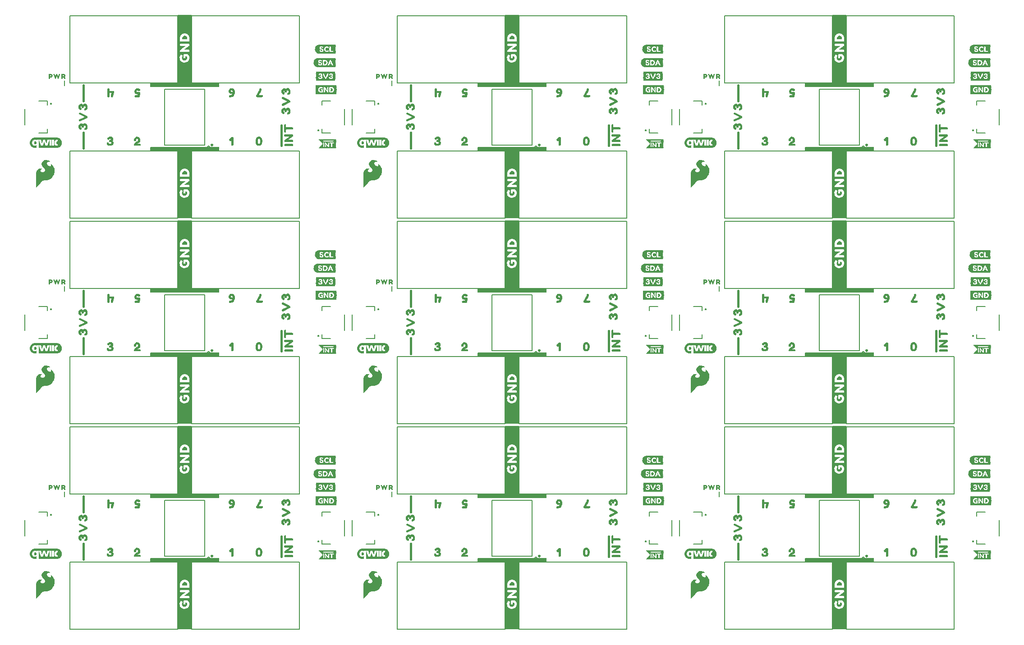
<source format=gto>
G04 EAGLE Gerber RS-274X export*
G75*
%MOMM*%
%FSLAX34Y34*%
%LPD*%
%INSilkscreen Top*%
%IPPOS*%
%AMOC8*
5,1,8,0,0,1.08239X$1,22.5*%
G01*
%ADD10C,0.381000*%
%ADD11C,0.254000*%
%ADD12C,0.203200*%
%ADD13R,3.640000X0.040000*%
%ADD14R,0.720000X0.040000*%
%ADD15R,1.800000X0.040000*%
%ADD16R,0.600000X0.040000*%
%ADD17R,0.280000X0.040000*%
%ADD18R,0.560000X0.040000*%
%ADD19R,0.200000X0.040000*%
%ADD20R,0.520000X0.040000*%
%ADD21R,0.160000X0.040000*%
%ADD22R,0.480000X0.040000*%
%ADD23R,0.120000X0.040000*%
%ADD24R,0.080000X0.040000*%
%ADD25R,0.440000X0.040000*%
%ADD26R,0.400000X0.040000*%
%ADD27R,0.360000X0.040000*%
%ADD28R,0.320000X0.040000*%
%ADD29R,0.240000X0.040000*%
%ADD30R,0.880000X0.040000*%
%ADD31R,0.040000X0.040000*%
%ADD32R,0.760000X0.040000*%
%ADD33R,0.640000X0.040000*%
%ADD34R,3.880000X0.040000*%
%ADD35R,0.840000X0.040000*%
%ADD36R,2.800000X0.040000*%
%ADD37R,0.680000X0.040000*%
%ADD38R,0.800000X0.040000*%
%ADD39R,3.280000X0.040000*%
%ADD40R,3.400000X0.040000*%
%ADD41R,3.480000X0.040000*%
%ADD42R,3.560000X0.040000*%
%ADD43R,3.600000X0.040000*%
%ADD44R,3.680000X0.040000*%
%ADD45R,0.960000X0.040000*%
%ADD46R,1.560000X0.040000*%
%ADD47R,0.920000X0.040000*%
%ADD48R,1.000000X0.040000*%
%ADD49R,1.080000X0.040000*%
%ADD50R,1.240000X0.040000*%
%ADD51R,1.320000X0.040000*%
%ADD52R,3.520000X0.040000*%
%ADD53R,3.720000X0.040000*%
%ADD54R,3.800000X0.040000*%
%ADD55R,3.840000X0.040000*%
%ADD56R,3.920000X0.040000*%
%ADD57R,1.120000X0.040000*%
%ADD58R,1.360000X0.040000*%
%ADD59R,3.240000X0.040000*%
%ADD60R,3.200000X0.040000*%
%ADD61R,3.160000X0.040000*%
%ADD62R,3.120000X0.040000*%
%ADD63R,2.840000X0.040000*%
%ADD64R,2.760000X0.040000*%
%ADD65R,2.720000X0.040000*%
%ADD66R,3.080000X0.040000*%
%ADD67C,0.152400*%

G36*
X1546807Y31787D02*
X1546807Y31787D01*
X1546803Y31792D01*
X1546809Y31796D01*
X1546909Y32896D01*
X1546907Y32898D01*
X1546909Y32900D01*
X1546909Y96782D01*
X1546918Y96783D01*
X1546976Y96781D01*
X1547058Y96803D01*
X1547142Y96815D01*
X1547195Y96839D01*
X1547251Y96853D01*
X1547324Y96896D01*
X1547401Y96931D01*
X1547446Y96969D01*
X1547496Y96999D01*
X1547554Y97060D01*
X1547618Y97115D01*
X1547650Y97163D01*
X1547690Y97206D01*
X1547729Y97281D01*
X1547776Y97351D01*
X1547793Y97407D01*
X1547820Y97459D01*
X1547831Y97527D01*
X1547861Y97622D01*
X1547864Y97722D01*
X1547875Y97790D01*
X1547875Y125985D01*
X1597660Y125985D01*
X1597718Y125993D01*
X1597776Y125991D01*
X1597858Y126013D01*
X1597942Y126025D01*
X1597995Y126049D01*
X1598051Y126063D01*
X1598124Y126106D01*
X1598201Y126141D01*
X1598246Y126179D01*
X1598296Y126209D01*
X1598354Y126270D01*
X1598418Y126325D01*
X1598450Y126373D01*
X1598490Y126416D01*
X1598529Y126491D01*
X1598576Y126561D01*
X1598593Y126617D01*
X1598620Y126669D01*
X1598631Y126737D01*
X1598661Y126832D01*
X1598664Y126932D01*
X1598675Y127000D01*
X1598675Y133350D01*
X1598667Y133408D01*
X1598669Y133466D01*
X1598647Y133548D01*
X1598635Y133632D01*
X1598612Y133685D01*
X1598597Y133741D01*
X1598554Y133814D01*
X1598519Y133891D01*
X1598481Y133936D01*
X1598452Y133986D01*
X1598390Y134044D01*
X1598336Y134108D01*
X1598287Y134140D01*
X1598244Y134180D01*
X1598169Y134219D01*
X1598099Y134266D01*
X1598043Y134283D01*
X1597991Y134310D01*
X1597923Y134321D01*
X1597828Y134351D01*
X1597728Y134354D01*
X1597660Y134365D01*
X1470660Y134365D01*
X1470602Y134357D01*
X1470544Y134359D01*
X1470462Y134337D01*
X1470379Y134325D01*
X1470325Y134302D01*
X1470269Y134287D01*
X1470196Y134244D01*
X1470119Y134209D01*
X1470074Y134171D01*
X1470024Y134142D01*
X1469966Y134080D01*
X1469902Y134026D01*
X1469870Y133977D01*
X1469830Y133934D01*
X1469791Y133859D01*
X1469745Y133789D01*
X1469727Y133733D01*
X1469700Y133681D01*
X1469689Y133613D01*
X1469659Y133518D01*
X1469656Y133418D01*
X1469645Y133350D01*
X1469645Y127000D01*
X1469653Y126942D01*
X1469651Y126884D01*
X1469673Y126802D01*
X1469685Y126719D01*
X1469709Y126665D01*
X1469723Y126609D01*
X1469766Y126536D01*
X1469801Y126459D01*
X1469839Y126414D01*
X1469869Y126364D01*
X1469930Y126306D01*
X1469985Y126242D01*
X1470033Y126210D01*
X1470076Y126170D01*
X1470151Y126131D01*
X1470221Y126085D01*
X1470277Y126067D01*
X1470329Y126040D01*
X1470397Y126029D01*
X1470492Y125999D01*
X1470592Y125996D01*
X1470660Y125985D01*
X1520445Y125985D01*
X1520445Y97790D01*
X1520453Y97732D01*
X1520451Y97674D01*
X1520473Y97592D01*
X1520485Y97509D01*
X1520509Y97455D01*
X1520523Y97399D01*
X1520566Y97326D01*
X1520601Y97249D01*
X1520639Y97204D01*
X1520669Y97154D01*
X1520730Y97096D01*
X1520785Y97032D01*
X1520833Y97000D01*
X1520876Y96960D01*
X1520951Y96921D01*
X1521021Y96875D01*
X1521077Y96857D01*
X1521129Y96830D01*
X1521197Y96819D01*
X1521292Y96789D01*
X1521392Y96786D01*
X1521411Y96783D01*
X1521411Y31800D01*
X1521447Y31753D01*
X1521454Y31758D01*
X1521460Y31751D01*
X1546760Y31751D01*
X1546807Y31787D01*
G37*
G36*
X317447Y31787D02*
X317447Y31787D01*
X317443Y31792D01*
X317449Y31796D01*
X317549Y32896D01*
X317547Y32898D01*
X317549Y32900D01*
X317549Y96782D01*
X317558Y96783D01*
X317616Y96781D01*
X317698Y96803D01*
X317782Y96815D01*
X317835Y96839D01*
X317891Y96853D01*
X317964Y96896D01*
X318041Y96931D01*
X318086Y96969D01*
X318136Y96999D01*
X318194Y97060D01*
X318258Y97115D01*
X318290Y97163D01*
X318330Y97206D01*
X318369Y97281D01*
X318416Y97351D01*
X318433Y97407D01*
X318460Y97459D01*
X318471Y97527D01*
X318501Y97622D01*
X318504Y97722D01*
X318515Y97790D01*
X318515Y125985D01*
X368300Y125985D01*
X368358Y125993D01*
X368416Y125991D01*
X368498Y126013D01*
X368582Y126025D01*
X368635Y126049D01*
X368691Y126063D01*
X368764Y126106D01*
X368841Y126141D01*
X368886Y126179D01*
X368936Y126209D01*
X368994Y126270D01*
X369058Y126325D01*
X369090Y126373D01*
X369130Y126416D01*
X369169Y126491D01*
X369216Y126561D01*
X369233Y126617D01*
X369260Y126669D01*
X369271Y126737D01*
X369301Y126832D01*
X369304Y126932D01*
X369315Y127000D01*
X369315Y133350D01*
X369307Y133408D01*
X369309Y133466D01*
X369287Y133548D01*
X369275Y133632D01*
X369252Y133685D01*
X369237Y133741D01*
X369194Y133814D01*
X369159Y133891D01*
X369121Y133936D01*
X369092Y133986D01*
X369030Y134044D01*
X368976Y134108D01*
X368927Y134140D01*
X368884Y134180D01*
X368809Y134219D01*
X368739Y134266D01*
X368683Y134283D01*
X368631Y134310D01*
X368563Y134321D01*
X368468Y134351D01*
X368368Y134354D01*
X368300Y134365D01*
X241300Y134365D01*
X241242Y134357D01*
X241184Y134359D01*
X241102Y134337D01*
X241019Y134325D01*
X240965Y134302D01*
X240909Y134287D01*
X240836Y134244D01*
X240759Y134209D01*
X240714Y134171D01*
X240664Y134142D01*
X240606Y134080D01*
X240542Y134026D01*
X240510Y133977D01*
X240470Y133934D01*
X240431Y133859D01*
X240385Y133789D01*
X240367Y133733D01*
X240340Y133681D01*
X240329Y133613D01*
X240299Y133518D01*
X240296Y133418D01*
X240285Y133350D01*
X240285Y127000D01*
X240293Y126942D01*
X240291Y126884D01*
X240313Y126802D01*
X240325Y126719D01*
X240349Y126665D01*
X240363Y126609D01*
X240406Y126536D01*
X240441Y126459D01*
X240479Y126414D01*
X240509Y126364D01*
X240570Y126306D01*
X240625Y126242D01*
X240673Y126210D01*
X240716Y126170D01*
X240791Y126131D01*
X240861Y126085D01*
X240917Y126067D01*
X240969Y126040D01*
X241037Y126029D01*
X241132Y125999D01*
X241232Y125996D01*
X241300Y125985D01*
X291085Y125985D01*
X291085Y97790D01*
X291093Y97732D01*
X291091Y97674D01*
X291113Y97592D01*
X291125Y97509D01*
X291149Y97455D01*
X291163Y97399D01*
X291206Y97326D01*
X291241Y97249D01*
X291279Y97204D01*
X291309Y97154D01*
X291370Y97096D01*
X291425Y97032D01*
X291473Y97000D01*
X291516Y96960D01*
X291591Y96921D01*
X291661Y96875D01*
X291717Y96857D01*
X291769Y96830D01*
X291837Y96819D01*
X291932Y96789D01*
X292032Y96786D01*
X292051Y96783D01*
X292051Y31800D01*
X292087Y31753D01*
X292094Y31758D01*
X292100Y31751D01*
X317400Y31751D01*
X317447Y31787D01*
G37*
G36*
X317447Y803947D02*
X317447Y803947D01*
X317443Y803952D01*
X317449Y803956D01*
X317549Y805056D01*
X317547Y805058D01*
X317549Y805060D01*
X317549Y868942D01*
X317558Y868943D01*
X317616Y868941D01*
X317698Y868963D01*
X317782Y868975D01*
X317835Y868999D01*
X317891Y869013D01*
X317964Y869056D01*
X318041Y869091D01*
X318086Y869129D01*
X318136Y869159D01*
X318194Y869220D01*
X318258Y869275D01*
X318290Y869323D01*
X318330Y869366D01*
X318369Y869441D01*
X318416Y869511D01*
X318433Y869567D01*
X318460Y869619D01*
X318471Y869687D01*
X318501Y869782D01*
X318504Y869882D01*
X318515Y869950D01*
X318515Y898145D01*
X368300Y898145D01*
X368358Y898153D01*
X368416Y898151D01*
X368498Y898173D01*
X368582Y898185D01*
X368635Y898209D01*
X368691Y898223D01*
X368764Y898266D01*
X368841Y898301D01*
X368886Y898339D01*
X368936Y898369D01*
X368994Y898430D01*
X369058Y898485D01*
X369090Y898533D01*
X369130Y898576D01*
X369169Y898651D01*
X369216Y898721D01*
X369233Y898777D01*
X369260Y898829D01*
X369271Y898897D01*
X369301Y898992D01*
X369304Y899092D01*
X369315Y899160D01*
X369315Y905510D01*
X369307Y905568D01*
X369309Y905626D01*
X369287Y905708D01*
X369275Y905792D01*
X369252Y905845D01*
X369237Y905901D01*
X369194Y905974D01*
X369159Y906051D01*
X369121Y906096D01*
X369092Y906146D01*
X369030Y906204D01*
X368976Y906268D01*
X368927Y906300D01*
X368884Y906340D01*
X368809Y906379D01*
X368739Y906426D01*
X368683Y906443D01*
X368631Y906470D01*
X368563Y906481D01*
X368468Y906511D01*
X368368Y906514D01*
X368300Y906525D01*
X241300Y906525D01*
X241242Y906517D01*
X241184Y906519D01*
X241102Y906497D01*
X241019Y906485D01*
X240965Y906462D01*
X240909Y906447D01*
X240836Y906404D01*
X240759Y906369D01*
X240714Y906331D01*
X240664Y906302D01*
X240606Y906240D01*
X240542Y906186D01*
X240510Y906137D01*
X240470Y906094D01*
X240431Y906019D01*
X240385Y905949D01*
X240367Y905893D01*
X240340Y905841D01*
X240329Y905773D01*
X240299Y905678D01*
X240296Y905578D01*
X240285Y905510D01*
X240285Y899160D01*
X240293Y899102D01*
X240291Y899044D01*
X240313Y898962D01*
X240325Y898879D01*
X240349Y898825D01*
X240363Y898769D01*
X240406Y898696D01*
X240441Y898619D01*
X240479Y898574D01*
X240509Y898524D01*
X240570Y898466D01*
X240625Y898402D01*
X240673Y898370D01*
X240716Y898330D01*
X240791Y898291D01*
X240861Y898245D01*
X240917Y898227D01*
X240969Y898200D01*
X241037Y898189D01*
X241132Y898159D01*
X241232Y898156D01*
X241300Y898145D01*
X291085Y898145D01*
X291085Y869950D01*
X291093Y869892D01*
X291091Y869834D01*
X291113Y869752D01*
X291125Y869669D01*
X291149Y869615D01*
X291163Y869559D01*
X291206Y869486D01*
X291241Y869409D01*
X291279Y869364D01*
X291309Y869314D01*
X291370Y869256D01*
X291425Y869192D01*
X291473Y869160D01*
X291516Y869120D01*
X291591Y869081D01*
X291661Y869035D01*
X291717Y869017D01*
X291769Y868990D01*
X291837Y868979D01*
X291932Y868949D01*
X292032Y868946D01*
X292051Y868943D01*
X292051Y803960D01*
X292087Y803913D01*
X292094Y803918D01*
X292100Y803911D01*
X317400Y803911D01*
X317447Y803947D01*
G37*
G36*
X1546807Y803947D02*
X1546807Y803947D01*
X1546803Y803952D01*
X1546809Y803956D01*
X1546909Y805056D01*
X1546907Y805058D01*
X1546909Y805060D01*
X1546909Y868942D01*
X1546918Y868943D01*
X1546976Y868941D01*
X1547058Y868963D01*
X1547142Y868975D01*
X1547195Y868999D01*
X1547251Y869013D01*
X1547324Y869056D01*
X1547401Y869091D01*
X1547446Y869129D01*
X1547496Y869159D01*
X1547554Y869220D01*
X1547618Y869275D01*
X1547650Y869323D01*
X1547690Y869366D01*
X1547729Y869441D01*
X1547776Y869511D01*
X1547793Y869567D01*
X1547820Y869619D01*
X1547831Y869687D01*
X1547861Y869782D01*
X1547864Y869882D01*
X1547875Y869950D01*
X1547875Y898145D01*
X1597660Y898145D01*
X1597718Y898153D01*
X1597776Y898151D01*
X1597858Y898173D01*
X1597942Y898185D01*
X1597995Y898209D01*
X1598051Y898223D01*
X1598124Y898266D01*
X1598201Y898301D01*
X1598246Y898339D01*
X1598296Y898369D01*
X1598354Y898430D01*
X1598418Y898485D01*
X1598450Y898533D01*
X1598490Y898576D01*
X1598529Y898651D01*
X1598576Y898721D01*
X1598593Y898777D01*
X1598620Y898829D01*
X1598631Y898897D01*
X1598661Y898992D01*
X1598664Y899092D01*
X1598675Y899160D01*
X1598675Y905510D01*
X1598667Y905568D01*
X1598669Y905626D01*
X1598647Y905708D01*
X1598635Y905792D01*
X1598612Y905845D01*
X1598597Y905901D01*
X1598554Y905974D01*
X1598519Y906051D01*
X1598481Y906096D01*
X1598452Y906146D01*
X1598390Y906204D01*
X1598336Y906268D01*
X1598287Y906300D01*
X1598244Y906340D01*
X1598169Y906379D01*
X1598099Y906426D01*
X1598043Y906443D01*
X1597991Y906470D01*
X1597923Y906481D01*
X1597828Y906511D01*
X1597728Y906514D01*
X1597660Y906525D01*
X1470660Y906525D01*
X1470602Y906517D01*
X1470544Y906519D01*
X1470462Y906497D01*
X1470379Y906485D01*
X1470325Y906462D01*
X1470269Y906447D01*
X1470196Y906404D01*
X1470119Y906369D01*
X1470074Y906331D01*
X1470024Y906302D01*
X1469966Y906240D01*
X1469902Y906186D01*
X1469870Y906137D01*
X1469830Y906094D01*
X1469791Y906019D01*
X1469745Y905949D01*
X1469727Y905893D01*
X1469700Y905841D01*
X1469689Y905773D01*
X1469659Y905678D01*
X1469656Y905578D01*
X1469645Y905510D01*
X1469645Y899160D01*
X1469653Y899102D01*
X1469651Y899044D01*
X1469673Y898962D01*
X1469685Y898879D01*
X1469709Y898825D01*
X1469723Y898769D01*
X1469766Y898696D01*
X1469801Y898619D01*
X1469839Y898574D01*
X1469869Y898524D01*
X1469930Y898466D01*
X1469985Y898402D01*
X1470033Y898370D01*
X1470076Y898330D01*
X1470151Y898291D01*
X1470221Y898245D01*
X1470277Y898227D01*
X1470329Y898200D01*
X1470397Y898189D01*
X1470492Y898159D01*
X1470592Y898156D01*
X1470660Y898145D01*
X1520445Y898145D01*
X1520445Y869950D01*
X1520453Y869892D01*
X1520451Y869834D01*
X1520473Y869752D01*
X1520485Y869669D01*
X1520509Y869615D01*
X1520523Y869559D01*
X1520566Y869486D01*
X1520601Y869409D01*
X1520639Y869364D01*
X1520669Y869314D01*
X1520730Y869256D01*
X1520785Y869192D01*
X1520833Y869160D01*
X1520876Y869120D01*
X1520951Y869081D01*
X1521021Y869035D01*
X1521077Y869017D01*
X1521129Y868990D01*
X1521197Y868979D01*
X1521292Y868949D01*
X1521392Y868946D01*
X1521411Y868943D01*
X1521411Y803960D01*
X1521447Y803913D01*
X1521454Y803918D01*
X1521460Y803911D01*
X1546760Y803911D01*
X1546807Y803947D01*
G37*
G36*
X932127Y803947D02*
X932127Y803947D01*
X932123Y803952D01*
X932129Y803956D01*
X932229Y805056D01*
X932227Y805058D01*
X932229Y805060D01*
X932229Y868942D01*
X932238Y868943D01*
X932296Y868941D01*
X932378Y868963D01*
X932462Y868975D01*
X932515Y868999D01*
X932571Y869013D01*
X932644Y869056D01*
X932721Y869091D01*
X932766Y869129D01*
X932816Y869159D01*
X932874Y869220D01*
X932938Y869275D01*
X932970Y869323D01*
X933010Y869366D01*
X933049Y869441D01*
X933096Y869511D01*
X933113Y869567D01*
X933140Y869619D01*
X933151Y869687D01*
X933181Y869782D01*
X933184Y869882D01*
X933195Y869950D01*
X933195Y898145D01*
X982980Y898145D01*
X983038Y898153D01*
X983096Y898151D01*
X983178Y898173D01*
X983262Y898185D01*
X983315Y898209D01*
X983371Y898223D01*
X983444Y898266D01*
X983521Y898301D01*
X983566Y898339D01*
X983616Y898369D01*
X983674Y898430D01*
X983738Y898485D01*
X983770Y898533D01*
X983810Y898576D01*
X983849Y898651D01*
X983896Y898721D01*
X983913Y898777D01*
X983940Y898829D01*
X983951Y898897D01*
X983981Y898992D01*
X983984Y899092D01*
X983995Y899160D01*
X983995Y905510D01*
X983987Y905568D01*
X983989Y905626D01*
X983967Y905708D01*
X983955Y905792D01*
X983932Y905845D01*
X983917Y905901D01*
X983874Y905974D01*
X983839Y906051D01*
X983801Y906096D01*
X983772Y906146D01*
X983710Y906204D01*
X983656Y906268D01*
X983607Y906300D01*
X983564Y906340D01*
X983489Y906379D01*
X983419Y906426D01*
X983363Y906443D01*
X983311Y906470D01*
X983243Y906481D01*
X983148Y906511D01*
X983048Y906514D01*
X982980Y906525D01*
X855980Y906525D01*
X855922Y906517D01*
X855864Y906519D01*
X855782Y906497D01*
X855699Y906485D01*
X855645Y906462D01*
X855589Y906447D01*
X855516Y906404D01*
X855439Y906369D01*
X855394Y906331D01*
X855344Y906302D01*
X855286Y906240D01*
X855222Y906186D01*
X855190Y906137D01*
X855150Y906094D01*
X855111Y906019D01*
X855065Y905949D01*
X855047Y905893D01*
X855020Y905841D01*
X855009Y905773D01*
X854979Y905678D01*
X854976Y905578D01*
X854965Y905510D01*
X854965Y899160D01*
X854973Y899102D01*
X854971Y899044D01*
X854993Y898962D01*
X855005Y898879D01*
X855029Y898825D01*
X855043Y898769D01*
X855086Y898696D01*
X855121Y898619D01*
X855159Y898574D01*
X855189Y898524D01*
X855250Y898466D01*
X855305Y898402D01*
X855353Y898370D01*
X855396Y898330D01*
X855471Y898291D01*
X855541Y898245D01*
X855597Y898227D01*
X855649Y898200D01*
X855717Y898189D01*
X855812Y898159D01*
X855912Y898156D01*
X855980Y898145D01*
X905765Y898145D01*
X905765Y869950D01*
X905773Y869892D01*
X905771Y869834D01*
X905793Y869752D01*
X905805Y869669D01*
X905829Y869615D01*
X905843Y869559D01*
X905886Y869486D01*
X905921Y869409D01*
X905959Y869364D01*
X905989Y869314D01*
X906050Y869256D01*
X906105Y869192D01*
X906153Y869160D01*
X906196Y869120D01*
X906271Y869081D01*
X906341Y869035D01*
X906397Y869017D01*
X906449Y868990D01*
X906517Y868979D01*
X906612Y868949D01*
X906712Y868946D01*
X906731Y868943D01*
X906731Y803960D01*
X906767Y803913D01*
X906774Y803918D01*
X906780Y803911D01*
X932080Y803911D01*
X932127Y803947D01*
G37*
G36*
X932127Y31787D02*
X932127Y31787D01*
X932123Y31792D01*
X932129Y31796D01*
X932229Y32896D01*
X932227Y32898D01*
X932229Y32900D01*
X932229Y96782D01*
X932238Y96783D01*
X932296Y96781D01*
X932378Y96803D01*
X932462Y96815D01*
X932515Y96839D01*
X932571Y96853D01*
X932644Y96896D01*
X932721Y96931D01*
X932766Y96969D01*
X932816Y96999D01*
X932874Y97060D01*
X932938Y97115D01*
X932970Y97163D01*
X933010Y97206D01*
X933049Y97281D01*
X933096Y97351D01*
X933113Y97407D01*
X933140Y97459D01*
X933151Y97527D01*
X933181Y97622D01*
X933184Y97722D01*
X933195Y97790D01*
X933195Y125985D01*
X982980Y125985D01*
X983038Y125993D01*
X983096Y125991D01*
X983178Y126013D01*
X983262Y126025D01*
X983315Y126049D01*
X983371Y126063D01*
X983444Y126106D01*
X983521Y126141D01*
X983566Y126179D01*
X983616Y126209D01*
X983674Y126270D01*
X983738Y126325D01*
X983770Y126373D01*
X983810Y126416D01*
X983849Y126491D01*
X983896Y126561D01*
X983913Y126617D01*
X983940Y126669D01*
X983951Y126737D01*
X983981Y126832D01*
X983984Y126932D01*
X983995Y127000D01*
X983995Y133350D01*
X983987Y133408D01*
X983989Y133466D01*
X983967Y133548D01*
X983955Y133632D01*
X983932Y133685D01*
X983917Y133741D01*
X983874Y133814D01*
X983839Y133891D01*
X983801Y133936D01*
X983772Y133986D01*
X983710Y134044D01*
X983656Y134108D01*
X983607Y134140D01*
X983564Y134180D01*
X983489Y134219D01*
X983419Y134266D01*
X983363Y134283D01*
X983311Y134310D01*
X983243Y134321D01*
X983148Y134351D01*
X983048Y134354D01*
X982980Y134365D01*
X855980Y134365D01*
X855922Y134357D01*
X855864Y134359D01*
X855782Y134337D01*
X855699Y134325D01*
X855645Y134302D01*
X855589Y134287D01*
X855516Y134244D01*
X855439Y134209D01*
X855394Y134171D01*
X855344Y134142D01*
X855286Y134080D01*
X855222Y134026D01*
X855190Y133977D01*
X855150Y133934D01*
X855111Y133859D01*
X855065Y133789D01*
X855047Y133733D01*
X855020Y133681D01*
X855009Y133613D01*
X854979Y133518D01*
X854976Y133418D01*
X854965Y133350D01*
X854965Y127000D01*
X854973Y126942D01*
X854971Y126884D01*
X854993Y126802D01*
X855005Y126719D01*
X855029Y126665D01*
X855043Y126609D01*
X855086Y126536D01*
X855121Y126459D01*
X855159Y126414D01*
X855189Y126364D01*
X855250Y126306D01*
X855305Y126242D01*
X855353Y126210D01*
X855396Y126170D01*
X855471Y126131D01*
X855541Y126085D01*
X855597Y126067D01*
X855649Y126040D01*
X855717Y126029D01*
X855812Y125999D01*
X855912Y125996D01*
X855980Y125985D01*
X905765Y125985D01*
X905765Y97790D01*
X905773Y97732D01*
X905771Y97674D01*
X905793Y97592D01*
X905805Y97509D01*
X905829Y97455D01*
X905843Y97399D01*
X905886Y97326D01*
X905921Y97249D01*
X905959Y97204D01*
X905989Y97154D01*
X906050Y97096D01*
X906105Y97032D01*
X906153Y97000D01*
X906196Y96960D01*
X906271Y96921D01*
X906341Y96875D01*
X906397Y96857D01*
X906449Y96830D01*
X906517Y96819D01*
X906612Y96789D01*
X906712Y96786D01*
X906731Y96783D01*
X906731Y31800D01*
X906767Y31753D01*
X906774Y31758D01*
X906780Y31751D01*
X932080Y31751D01*
X932127Y31787D01*
G37*
G36*
X1546807Y417867D02*
X1546807Y417867D01*
X1546803Y417872D01*
X1546809Y417876D01*
X1546909Y418976D01*
X1546907Y418978D01*
X1546909Y418980D01*
X1546909Y482862D01*
X1546918Y482863D01*
X1546976Y482861D01*
X1547058Y482883D01*
X1547142Y482895D01*
X1547195Y482919D01*
X1547251Y482933D01*
X1547324Y482976D01*
X1547401Y483011D01*
X1547446Y483049D01*
X1547496Y483079D01*
X1547554Y483140D01*
X1547618Y483195D01*
X1547650Y483243D01*
X1547690Y483286D01*
X1547729Y483361D01*
X1547776Y483431D01*
X1547793Y483487D01*
X1547820Y483539D01*
X1547831Y483607D01*
X1547861Y483702D01*
X1547864Y483802D01*
X1547875Y483870D01*
X1547875Y512065D01*
X1597660Y512065D01*
X1597718Y512073D01*
X1597776Y512071D01*
X1597858Y512093D01*
X1597942Y512105D01*
X1597995Y512129D01*
X1598051Y512143D01*
X1598124Y512186D01*
X1598201Y512221D01*
X1598246Y512259D01*
X1598296Y512289D01*
X1598354Y512350D01*
X1598418Y512405D01*
X1598450Y512453D01*
X1598490Y512496D01*
X1598529Y512571D01*
X1598576Y512641D01*
X1598593Y512697D01*
X1598620Y512749D01*
X1598631Y512817D01*
X1598661Y512912D01*
X1598664Y513012D01*
X1598675Y513080D01*
X1598675Y519430D01*
X1598667Y519488D01*
X1598669Y519546D01*
X1598647Y519628D01*
X1598635Y519712D01*
X1598612Y519765D01*
X1598597Y519821D01*
X1598554Y519894D01*
X1598519Y519971D01*
X1598481Y520016D01*
X1598452Y520066D01*
X1598390Y520124D01*
X1598336Y520188D01*
X1598287Y520220D01*
X1598244Y520260D01*
X1598169Y520299D01*
X1598099Y520346D01*
X1598043Y520363D01*
X1597991Y520390D01*
X1597923Y520401D01*
X1597828Y520431D01*
X1597728Y520434D01*
X1597660Y520445D01*
X1470660Y520445D01*
X1470602Y520437D01*
X1470544Y520439D01*
X1470462Y520417D01*
X1470379Y520405D01*
X1470325Y520382D01*
X1470269Y520367D01*
X1470196Y520324D01*
X1470119Y520289D01*
X1470074Y520251D01*
X1470024Y520222D01*
X1469966Y520160D01*
X1469902Y520106D01*
X1469870Y520057D01*
X1469830Y520014D01*
X1469791Y519939D01*
X1469745Y519869D01*
X1469727Y519813D01*
X1469700Y519761D01*
X1469689Y519693D01*
X1469659Y519598D01*
X1469656Y519498D01*
X1469645Y519430D01*
X1469645Y513080D01*
X1469653Y513022D01*
X1469651Y512964D01*
X1469673Y512882D01*
X1469685Y512799D01*
X1469709Y512745D01*
X1469723Y512689D01*
X1469766Y512616D01*
X1469801Y512539D01*
X1469839Y512494D01*
X1469869Y512444D01*
X1469930Y512386D01*
X1469985Y512322D01*
X1470033Y512290D01*
X1470076Y512250D01*
X1470151Y512211D01*
X1470221Y512165D01*
X1470277Y512147D01*
X1470329Y512120D01*
X1470397Y512109D01*
X1470492Y512079D01*
X1470592Y512076D01*
X1470660Y512065D01*
X1520445Y512065D01*
X1520445Y483870D01*
X1520453Y483812D01*
X1520451Y483754D01*
X1520473Y483672D01*
X1520485Y483589D01*
X1520509Y483535D01*
X1520523Y483479D01*
X1520566Y483406D01*
X1520601Y483329D01*
X1520639Y483284D01*
X1520669Y483234D01*
X1520730Y483176D01*
X1520785Y483112D01*
X1520833Y483080D01*
X1520876Y483040D01*
X1520951Y483001D01*
X1521021Y482955D01*
X1521077Y482937D01*
X1521129Y482910D01*
X1521197Y482899D01*
X1521292Y482869D01*
X1521392Y482866D01*
X1521411Y482863D01*
X1521411Y417880D01*
X1521447Y417833D01*
X1521454Y417838D01*
X1521460Y417831D01*
X1546760Y417831D01*
X1546807Y417867D01*
G37*
G36*
X317447Y417867D02*
X317447Y417867D01*
X317443Y417872D01*
X317449Y417876D01*
X317549Y418976D01*
X317547Y418978D01*
X317549Y418980D01*
X317549Y482862D01*
X317558Y482863D01*
X317616Y482861D01*
X317698Y482883D01*
X317782Y482895D01*
X317835Y482919D01*
X317891Y482933D01*
X317964Y482976D01*
X318041Y483011D01*
X318086Y483049D01*
X318136Y483079D01*
X318194Y483140D01*
X318258Y483195D01*
X318290Y483243D01*
X318330Y483286D01*
X318369Y483361D01*
X318416Y483431D01*
X318433Y483487D01*
X318460Y483539D01*
X318471Y483607D01*
X318501Y483702D01*
X318504Y483802D01*
X318515Y483870D01*
X318515Y512065D01*
X368300Y512065D01*
X368358Y512073D01*
X368416Y512071D01*
X368498Y512093D01*
X368582Y512105D01*
X368635Y512129D01*
X368691Y512143D01*
X368764Y512186D01*
X368841Y512221D01*
X368886Y512259D01*
X368936Y512289D01*
X368994Y512350D01*
X369058Y512405D01*
X369090Y512453D01*
X369130Y512496D01*
X369169Y512571D01*
X369216Y512641D01*
X369233Y512697D01*
X369260Y512749D01*
X369271Y512817D01*
X369301Y512912D01*
X369304Y513012D01*
X369315Y513080D01*
X369315Y519430D01*
X369307Y519488D01*
X369309Y519546D01*
X369287Y519628D01*
X369275Y519712D01*
X369252Y519765D01*
X369237Y519821D01*
X369194Y519894D01*
X369159Y519971D01*
X369121Y520016D01*
X369092Y520066D01*
X369030Y520124D01*
X368976Y520188D01*
X368927Y520220D01*
X368884Y520260D01*
X368809Y520299D01*
X368739Y520346D01*
X368683Y520363D01*
X368631Y520390D01*
X368563Y520401D01*
X368468Y520431D01*
X368368Y520434D01*
X368300Y520445D01*
X241300Y520445D01*
X241242Y520437D01*
X241184Y520439D01*
X241102Y520417D01*
X241019Y520405D01*
X240965Y520382D01*
X240909Y520367D01*
X240836Y520324D01*
X240759Y520289D01*
X240714Y520251D01*
X240664Y520222D01*
X240606Y520160D01*
X240542Y520106D01*
X240510Y520057D01*
X240470Y520014D01*
X240431Y519939D01*
X240385Y519869D01*
X240367Y519813D01*
X240340Y519761D01*
X240329Y519693D01*
X240299Y519598D01*
X240296Y519498D01*
X240285Y519430D01*
X240285Y513080D01*
X240293Y513022D01*
X240291Y512964D01*
X240313Y512882D01*
X240325Y512799D01*
X240349Y512745D01*
X240363Y512689D01*
X240406Y512616D01*
X240441Y512539D01*
X240479Y512494D01*
X240509Y512444D01*
X240570Y512386D01*
X240625Y512322D01*
X240673Y512290D01*
X240716Y512250D01*
X240791Y512211D01*
X240861Y512165D01*
X240917Y512147D01*
X240969Y512120D01*
X241037Y512109D01*
X241132Y512079D01*
X241232Y512076D01*
X241300Y512065D01*
X291085Y512065D01*
X291085Y483870D01*
X291093Y483812D01*
X291091Y483754D01*
X291113Y483672D01*
X291125Y483589D01*
X291149Y483535D01*
X291163Y483479D01*
X291206Y483406D01*
X291241Y483329D01*
X291279Y483284D01*
X291309Y483234D01*
X291370Y483176D01*
X291425Y483112D01*
X291473Y483080D01*
X291516Y483040D01*
X291591Y483001D01*
X291661Y482955D01*
X291717Y482937D01*
X291769Y482910D01*
X291837Y482899D01*
X291932Y482869D01*
X292032Y482866D01*
X292051Y482863D01*
X292051Y417880D01*
X292087Y417833D01*
X292094Y417838D01*
X292100Y417831D01*
X317400Y417831D01*
X317447Y417867D01*
G37*
G36*
X932127Y417867D02*
X932127Y417867D01*
X932123Y417872D01*
X932129Y417876D01*
X932229Y418976D01*
X932227Y418978D01*
X932229Y418980D01*
X932229Y482862D01*
X932238Y482863D01*
X932296Y482861D01*
X932378Y482883D01*
X932462Y482895D01*
X932515Y482919D01*
X932571Y482933D01*
X932644Y482976D01*
X932721Y483011D01*
X932766Y483049D01*
X932816Y483079D01*
X932874Y483140D01*
X932938Y483195D01*
X932970Y483243D01*
X933010Y483286D01*
X933049Y483361D01*
X933096Y483431D01*
X933113Y483487D01*
X933140Y483539D01*
X933151Y483607D01*
X933181Y483702D01*
X933184Y483802D01*
X933195Y483870D01*
X933195Y512065D01*
X982980Y512065D01*
X983038Y512073D01*
X983096Y512071D01*
X983178Y512093D01*
X983262Y512105D01*
X983315Y512129D01*
X983371Y512143D01*
X983444Y512186D01*
X983521Y512221D01*
X983566Y512259D01*
X983616Y512289D01*
X983674Y512350D01*
X983738Y512405D01*
X983770Y512453D01*
X983810Y512496D01*
X983849Y512571D01*
X983896Y512641D01*
X983913Y512697D01*
X983940Y512749D01*
X983951Y512817D01*
X983981Y512912D01*
X983984Y513012D01*
X983995Y513080D01*
X983995Y519430D01*
X983987Y519488D01*
X983989Y519546D01*
X983967Y519628D01*
X983955Y519712D01*
X983932Y519765D01*
X983917Y519821D01*
X983874Y519894D01*
X983839Y519971D01*
X983801Y520016D01*
X983772Y520066D01*
X983710Y520124D01*
X983656Y520188D01*
X983607Y520220D01*
X983564Y520260D01*
X983489Y520299D01*
X983419Y520346D01*
X983363Y520363D01*
X983311Y520390D01*
X983243Y520401D01*
X983148Y520431D01*
X983048Y520434D01*
X982980Y520445D01*
X855980Y520445D01*
X855922Y520437D01*
X855864Y520439D01*
X855782Y520417D01*
X855699Y520405D01*
X855645Y520382D01*
X855589Y520367D01*
X855516Y520324D01*
X855439Y520289D01*
X855394Y520251D01*
X855344Y520222D01*
X855286Y520160D01*
X855222Y520106D01*
X855190Y520057D01*
X855150Y520014D01*
X855111Y519939D01*
X855065Y519869D01*
X855047Y519813D01*
X855020Y519761D01*
X855009Y519693D01*
X854979Y519598D01*
X854976Y519498D01*
X854965Y519430D01*
X854965Y513080D01*
X854973Y513022D01*
X854971Y512964D01*
X854993Y512882D01*
X855005Y512799D01*
X855029Y512745D01*
X855043Y512689D01*
X855086Y512616D01*
X855121Y512539D01*
X855159Y512494D01*
X855189Y512444D01*
X855250Y512386D01*
X855305Y512322D01*
X855353Y512290D01*
X855396Y512250D01*
X855471Y512211D01*
X855541Y512165D01*
X855597Y512147D01*
X855649Y512120D01*
X855717Y512109D01*
X855812Y512079D01*
X855912Y512076D01*
X855980Y512065D01*
X905765Y512065D01*
X905765Y483870D01*
X905773Y483812D01*
X905771Y483754D01*
X905793Y483672D01*
X905805Y483589D01*
X905829Y483535D01*
X905843Y483479D01*
X905886Y483406D01*
X905921Y483329D01*
X905959Y483284D01*
X905989Y483234D01*
X906050Y483176D01*
X906105Y483112D01*
X906153Y483080D01*
X906196Y483040D01*
X906271Y483001D01*
X906341Y482955D01*
X906397Y482937D01*
X906449Y482910D01*
X906517Y482899D01*
X906612Y482869D01*
X906712Y482866D01*
X906731Y482863D01*
X906731Y417880D01*
X906767Y417833D01*
X906774Y417838D01*
X906780Y417831D01*
X932080Y417831D01*
X932127Y417867D01*
G37*
G36*
X932127Y1057947D02*
X932127Y1057947D01*
X932123Y1057952D01*
X932129Y1057956D01*
X932229Y1059056D01*
X932227Y1059058D01*
X932229Y1059060D01*
X932229Y1122942D01*
X932238Y1122943D01*
X932296Y1122941D01*
X932378Y1122963D01*
X932462Y1122975D01*
X932515Y1122999D01*
X932571Y1123013D01*
X932644Y1123056D01*
X932721Y1123091D01*
X932766Y1123129D01*
X932816Y1123159D01*
X932874Y1123220D01*
X932938Y1123275D01*
X932970Y1123323D01*
X933010Y1123366D01*
X933049Y1123441D01*
X933096Y1123511D01*
X933113Y1123567D01*
X933140Y1123619D01*
X933151Y1123687D01*
X933181Y1123782D01*
X933184Y1123882D01*
X933195Y1123950D01*
X933195Y1153160D01*
X933187Y1153218D01*
X933189Y1153276D01*
X933167Y1153358D01*
X933155Y1153442D01*
X933132Y1153495D01*
X933117Y1153551D01*
X933074Y1153624D01*
X933039Y1153701D01*
X933001Y1153746D01*
X932972Y1153796D01*
X932910Y1153854D01*
X932856Y1153918D01*
X932807Y1153950D01*
X932764Y1153990D01*
X932689Y1154029D01*
X932619Y1154076D01*
X932563Y1154093D01*
X932511Y1154120D01*
X932443Y1154131D01*
X932348Y1154161D01*
X932248Y1154164D01*
X932180Y1154175D01*
X906780Y1154175D01*
X906722Y1154167D01*
X906664Y1154169D01*
X906582Y1154147D01*
X906499Y1154135D01*
X906445Y1154112D01*
X906389Y1154097D01*
X906316Y1154054D01*
X906239Y1154019D01*
X906194Y1153981D01*
X906144Y1153952D01*
X906086Y1153890D01*
X906022Y1153836D01*
X905990Y1153787D01*
X905950Y1153744D01*
X905911Y1153669D01*
X905865Y1153599D01*
X905847Y1153543D01*
X905820Y1153491D01*
X905809Y1153423D01*
X905779Y1153328D01*
X905776Y1153228D01*
X905765Y1153160D01*
X905765Y1123950D01*
X905773Y1123892D01*
X905771Y1123834D01*
X905793Y1123752D01*
X905805Y1123669D01*
X905829Y1123615D01*
X905843Y1123559D01*
X905886Y1123486D01*
X905921Y1123409D01*
X905959Y1123364D01*
X905989Y1123314D01*
X906050Y1123256D01*
X906105Y1123192D01*
X906153Y1123160D01*
X906196Y1123120D01*
X906271Y1123081D01*
X906341Y1123035D01*
X906397Y1123017D01*
X906449Y1122990D01*
X906517Y1122979D01*
X906612Y1122949D01*
X906712Y1122946D01*
X906731Y1122943D01*
X906731Y1057960D01*
X906767Y1057913D01*
X906774Y1057918D01*
X906780Y1057911D01*
X932080Y1057911D01*
X932127Y1057947D01*
G37*
G36*
X1546807Y1057947D02*
X1546807Y1057947D01*
X1546803Y1057952D01*
X1546809Y1057956D01*
X1546909Y1059056D01*
X1546907Y1059058D01*
X1546909Y1059060D01*
X1546909Y1122942D01*
X1546918Y1122943D01*
X1546976Y1122941D01*
X1547058Y1122963D01*
X1547142Y1122975D01*
X1547195Y1122999D01*
X1547251Y1123013D01*
X1547324Y1123056D01*
X1547401Y1123091D01*
X1547446Y1123129D01*
X1547496Y1123159D01*
X1547554Y1123220D01*
X1547618Y1123275D01*
X1547650Y1123323D01*
X1547690Y1123366D01*
X1547729Y1123441D01*
X1547776Y1123511D01*
X1547793Y1123567D01*
X1547820Y1123619D01*
X1547831Y1123687D01*
X1547861Y1123782D01*
X1547864Y1123882D01*
X1547875Y1123950D01*
X1547875Y1153160D01*
X1547867Y1153218D01*
X1547869Y1153276D01*
X1547847Y1153358D01*
X1547835Y1153442D01*
X1547812Y1153495D01*
X1547797Y1153551D01*
X1547754Y1153624D01*
X1547719Y1153701D01*
X1547681Y1153746D01*
X1547652Y1153796D01*
X1547590Y1153854D01*
X1547536Y1153918D01*
X1547487Y1153950D01*
X1547444Y1153990D01*
X1547369Y1154029D01*
X1547299Y1154076D01*
X1547243Y1154093D01*
X1547191Y1154120D01*
X1547123Y1154131D01*
X1547028Y1154161D01*
X1546928Y1154164D01*
X1546860Y1154175D01*
X1521460Y1154175D01*
X1521402Y1154167D01*
X1521344Y1154169D01*
X1521262Y1154147D01*
X1521179Y1154135D01*
X1521125Y1154112D01*
X1521069Y1154097D01*
X1520996Y1154054D01*
X1520919Y1154019D01*
X1520874Y1153981D01*
X1520824Y1153952D01*
X1520766Y1153890D01*
X1520702Y1153836D01*
X1520670Y1153787D01*
X1520630Y1153744D01*
X1520591Y1153669D01*
X1520545Y1153599D01*
X1520527Y1153543D01*
X1520500Y1153491D01*
X1520489Y1153423D01*
X1520459Y1153328D01*
X1520456Y1153228D01*
X1520445Y1153160D01*
X1520445Y1123950D01*
X1520453Y1123892D01*
X1520451Y1123834D01*
X1520473Y1123752D01*
X1520485Y1123669D01*
X1520509Y1123615D01*
X1520523Y1123559D01*
X1520566Y1123486D01*
X1520601Y1123409D01*
X1520639Y1123364D01*
X1520669Y1123314D01*
X1520730Y1123256D01*
X1520785Y1123192D01*
X1520833Y1123160D01*
X1520876Y1123120D01*
X1520951Y1123081D01*
X1521021Y1123035D01*
X1521077Y1123017D01*
X1521129Y1122990D01*
X1521197Y1122979D01*
X1521292Y1122949D01*
X1521392Y1122946D01*
X1521411Y1122943D01*
X1521411Y1057960D01*
X1521447Y1057913D01*
X1521454Y1057918D01*
X1521460Y1057911D01*
X1546760Y1057911D01*
X1546807Y1057947D01*
G37*
G36*
X317447Y1057947D02*
X317447Y1057947D01*
X317443Y1057952D01*
X317449Y1057956D01*
X317549Y1059056D01*
X317547Y1059058D01*
X317549Y1059060D01*
X317549Y1122942D01*
X317558Y1122943D01*
X317616Y1122941D01*
X317698Y1122963D01*
X317782Y1122975D01*
X317835Y1122999D01*
X317891Y1123013D01*
X317964Y1123056D01*
X318041Y1123091D01*
X318086Y1123129D01*
X318136Y1123159D01*
X318194Y1123220D01*
X318258Y1123275D01*
X318290Y1123323D01*
X318330Y1123366D01*
X318369Y1123441D01*
X318416Y1123511D01*
X318433Y1123567D01*
X318460Y1123619D01*
X318471Y1123687D01*
X318501Y1123782D01*
X318504Y1123882D01*
X318515Y1123950D01*
X318515Y1153160D01*
X318507Y1153218D01*
X318509Y1153276D01*
X318487Y1153358D01*
X318475Y1153442D01*
X318452Y1153495D01*
X318437Y1153551D01*
X318394Y1153624D01*
X318359Y1153701D01*
X318321Y1153746D01*
X318292Y1153796D01*
X318230Y1153854D01*
X318176Y1153918D01*
X318127Y1153950D01*
X318084Y1153990D01*
X318009Y1154029D01*
X317939Y1154076D01*
X317883Y1154093D01*
X317831Y1154120D01*
X317763Y1154131D01*
X317668Y1154161D01*
X317568Y1154164D01*
X317500Y1154175D01*
X292100Y1154175D01*
X292042Y1154167D01*
X291984Y1154169D01*
X291902Y1154147D01*
X291819Y1154135D01*
X291765Y1154112D01*
X291709Y1154097D01*
X291636Y1154054D01*
X291559Y1154019D01*
X291514Y1153981D01*
X291464Y1153952D01*
X291406Y1153890D01*
X291342Y1153836D01*
X291310Y1153787D01*
X291270Y1153744D01*
X291231Y1153669D01*
X291185Y1153599D01*
X291167Y1153543D01*
X291140Y1153491D01*
X291129Y1153423D01*
X291099Y1153328D01*
X291096Y1153228D01*
X291085Y1153160D01*
X291085Y1123950D01*
X291093Y1123892D01*
X291091Y1123834D01*
X291113Y1123752D01*
X291125Y1123669D01*
X291149Y1123615D01*
X291163Y1123559D01*
X291206Y1123486D01*
X291241Y1123409D01*
X291279Y1123364D01*
X291309Y1123314D01*
X291370Y1123256D01*
X291425Y1123192D01*
X291473Y1123160D01*
X291516Y1123120D01*
X291591Y1123081D01*
X291661Y1123035D01*
X291717Y1123017D01*
X291769Y1122990D01*
X291837Y1122979D01*
X291932Y1122949D01*
X292032Y1122946D01*
X292051Y1122943D01*
X292051Y1057960D01*
X292087Y1057913D01*
X292094Y1057918D01*
X292100Y1057911D01*
X317400Y1057911D01*
X317447Y1057947D01*
G37*
G36*
X932127Y285787D02*
X932127Y285787D01*
X932123Y285792D01*
X932129Y285796D01*
X932229Y286896D01*
X932227Y286898D01*
X932229Y286900D01*
X932229Y350782D01*
X932238Y350783D01*
X932296Y350781D01*
X932378Y350803D01*
X932462Y350815D01*
X932515Y350839D01*
X932571Y350853D01*
X932644Y350896D01*
X932721Y350931D01*
X932766Y350969D01*
X932816Y350999D01*
X932874Y351060D01*
X932938Y351115D01*
X932970Y351163D01*
X933010Y351206D01*
X933049Y351281D01*
X933096Y351351D01*
X933113Y351407D01*
X933140Y351459D01*
X933151Y351527D01*
X933181Y351622D01*
X933184Y351722D01*
X933195Y351790D01*
X933195Y381000D01*
X933187Y381058D01*
X933189Y381116D01*
X933167Y381198D01*
X933155Y381282D01*
X933132Y381335D01*
X933117Y381391D01*
X933074Y381464D01*
X933039Y381541D01*
X933001Y381586D01*
X932972Y381636D01*
X932910Y381694D01*
X932856Y381758D01*
X932807Y381790D01*
X932764Y381830D01*
X932689Y381869D01*
X932619Y381916D01*
X932563Y381933D01*
X932511Y381960D01*
X932443Y381971D01*
X932348Y382001D01*
X932248Y382004D01*
X932180Y382015D01*
X906780Y382015D01*
X906722Y382007D01*
X906664Y382009D01*
X906582Y381987D01*
X906499Y381975D01*
X906445Y381952D01*
X906389Y381937D01*
X906316Y381894D01*
X906239Y381859D01*
X906194Y381821D01*
X906144Y381792D01*
X906086Y381730D01*
X906022Y381676D01*
X905990Y381627D01*
X905950Y381584D01*
X905911Y381509D01*
X905865Y381439D01*
X905847Y381383D01*
X905820Y381331D01*
X905809Y381263D01*
X905779Y381168D01*
X905776Y381068D01*
X905765Y381000D01*
X905765Y351790D01*
X905773Y351732D01*
X905771Y351674D01*
X905793Y351592D01*
X905805Y351509D01*
X905829Y351455D01*
X905843Y351399D01*
X905886Y351326D01*
X905921Y351249D01*
X905959Y351204D01*
X905989Y351154D01*
X906050Y351096D01*
X906105Y351032D01*
X906153Y351000D01*
X906196Y350960D01*
X906271Y350921D01*
X906341Y350875D01*
X906397Y350857D01*
X906449Y350830D01*
X906517Y350819D01*
X906612Y350789D01*
X906712Y350786D01*
X906731Y350783D01*
X906731Y285800D01*
X906767Y285753D01*
X906774Y285758D01*
X906780Y285751D01*
X932080Y285751D01*
X932127Y285787D01*
G37*
G36*
X317447Y285787D02*
X317447Y285787D01*
X317443Y285792D01*
X317449Y285796D01*
X317549Y286896D01*
X317547Y286898D01*
X317549Y286900D01*
X317549Y350782D01*
X317558Y350783D01*
X317616Y350781D01*
X317698Y350803D01*
X317782Y350815D01*
X317835Y350839D01*
X317891Y350853D01*
X317964Y350896D01*
X318041Y350931D01*
X318086Y350969D01*
X318136Y350999D01*
X318194Y351060D01*
X318258Y351115D01*
X318290Y351163D01*
X318330Y351206D01*
X318369Y351281D01*
X318416Y351351D01*
X318433Y351407D01*
X318460Y351459D01*
X318471Y351527D01*
X318501Y351622D01*
X318504Y351722D01*
X318515Y351790D01*
X318515Y381000D01*
X318507Y381058D01*
X318509Y381116D01*
X318487Y381198D01*
X318475Y381282D01*
X318452Y381335D01*
X318437Y381391D01*
X318394Y381464D01*
X318359Y381541D01*
X318321Y381586D01*
X318292Y381636D01*
X318230Y381694D01*
X318176Y381758D01*
X318127Y381790D01*
X318084Y381830D01*
X318009Y381869D01*
X317939Y381916D01*
X317883Y381933D01*
X317831Y381960D01*
X317763Y381971D01*
X317668Y382001D01*
X317568Y382004D01*
X317500Y382015D01*
X292100Y382015D01*
X292042Y382007D01*
X291984Y382009D01*
X291902Y381987D01*
X291819Y381975D01*
X291765Y381952D01*
X291709Y381937D01*
X291636Y381894D01*
X291559Y381859D01*
X291514Y381821D01*
X291464Y381792D01*
X291406Y381730D01*
X291342Y381676D01*
X291310Y381627D01*
X291270Y381584D01*
X291231Y381509D01*
X291185Y381439D01*
X291167Y381383D01*
X291140Y381331D01*
X291129Y381263D01*
X291099Y381168D01*
X291096Y381068D01*
X291085Y381000D01*
X291085Y351790D01*
X291093Y351732D01*
X291091Y351674D01*
X291113Y351592D01*
X291125Y351509D01*
X291149Y351455D01*
X291163Y351399D01*
X291206Y351326D01*
X291241Y351249D01*
X291279Y351204D01*
X291309Y351154D01*
X291370Y351096D01*
X291425Y351032D01*
X291473Y351000D01*
X291516Y350960D01*
X291591Y350921D01*
X291661Y350875D01*
X291717Y350857D01*
X291769Y350830D01*
X291837Y350819D01*
X291932Y350789D01*
X292032Y350786D01*
X292051Y350783D01*
X292051Y285800D01*
X292087Y285753D01*
X292094Y285758D01*
X292100Y285751D01*
X317400Y285751D01*
X317447Y285787D01*
G37*
G36*
X1546807Y285787D02*
X1546807Y285787D01*
X1546803Y285792D01*
X1546809Y285796D01*
X1546909Y286896D01*
X1546907Y286898D01*
X1546909Y286900D01*
X1546909Y350782D01*
X1546918Y350783D01*
X1546976Y350781D01*
X1547058Y350803D01*
X1547142Y350815D01*
X1547195Y350839D01*
X1547251Y350853D01*
X1547324Y350896D01*
X1547401Y350931D01*
X1547446Y350969D01*
X1547496Y350999D01*
X1547554Y351060D01*
X1547618Y351115D01*
X1547650Y351163D01*
X1547690Y351206D01*
X1547729Y351281D01*
X1547776Y351351D01*
X1547793Y351407D01*
X1547820Y351459D01*
X1547831Y351527D01*
X1547861Y351622D01*
X1547864Y351722D01*
X1547875Y351790D01*
X1547875Y381000D01*
X1547867Y381058D01*
X1547869Y381116D01*
X1547847Y381198D01*
X1547835Y381282D01*
X1547812Y381335D01*
X1547797Y381391D01*
X1547754Y381464D01*
X1547719Y381541D01*
X1547681Y381586D01*
X1547652Y381636D01*
X1547590Y381694D01*
X1547536Y381758D01*
X1547487Y381790D01*
X1547444Y381830D01*
X1547369Y381869D01*
X1547299Y381916D01*
X1547243Y381933D01*
X1547191Y381960D01*
X1547123Y381971D01*
X1547028Y382001D01*
X1546928Y382004D01*
X1546860Y382015D01*
X1521460Y382015D01*
X1521402Y382007D01*
X1521344Y382009D01*
X1521262Y381987D01*
X1521179Y381975D01*
X1521125Y381952D01*
X1521069Y381937D01*
X1520996Y381894D01*
X1520919Y381859D01*
X1520874Y381821D01*
X1520824Y381792D01*
X1520766Y381730D01*
X1520702Y381676D01*
X1520670Y381627D01*
X1520630Y381584D01*
X1520591Y381509D01*
X1520545Y381439D01*
X1520527Y381383D01*
X1520500Y381331D01*
X1520489Y381263D01*
X1520459Y381168D01*
X1520456Y381068D01*
X1520445Y381000D01*
X1520445Y351790D01*
X1520453Y351732D01*
X1520451Y351674D01*
X1520473Y351592D01*
X1520485Y351509D01*
X1520509Y351455D01*
X1520523Y351399D01*
X1520566Y351326D01*
X1520601Y351249D01*
X1520639Y351204D01*
X1520669Y351154D01*
X1520730Y351096D01*
X1520785Y351032D01*
X1520833Y351000D01*
X1520876Y350960D01*
X1520951Y350921D01*
X1521021Y350875D01*
X1521077Y350857D01*
X1521129Y350830D01*
X1521197Y350819D01*
X1521292Y350789D01*
X1521392Y350786D01*
X1521411Y350783D01*
X1521411Y285800D01*
X1521447Y285753D01*
X1521454Y285758D01*
X1521460Y285751D01*
X1546760Y285751D01*
X1546807Y285787D01*
G37*
G36*
X1546807Y671867D02*
X1546807Y671867D01*
X1546803Y671872D01*
X1546809Y671876D01*
X1546909Y672976D01*
X1546907Y672978D01*
X1546909Y672980D01*
X1546909Y736862D01*
X1546918Y736863D01*
X1546976Y736861D01*
X1547058Y736883D01*
X1547142Y736895D01*
X1547195Y736919D01*
X1547251Y736933D01*
X1547324Y736976D01*
X1547401Y737011D01*
X1547446Y737049D01*
X1547496Y737079D01*
X1547554Y737140D01*
X1547618Y737195D01*
X1547650Y737243D01*
X1547690Y737286D01*
X1547729Y737361D01*
X1547776Y737431D01*
X1547793Y737487D01*
X1547820Y737539D01*
X1547831Y737607D01*
X1547861Y737702D01*
X1547864Y737802D01*
X1547875Y737870D01*
X1547875Y767080D01*
X1547867Y767138D01*
X1547869Y767196D01*
X1547847Y767278D01*
X1547835Y767362D01*
X1547812Y767415D01*
X1547797Y767471D01*
X1547754Y767544D01*
X1547719Y767621D01*
X1547681Y767666D01*
X1547652Y767716D01*
X1547590Y767774D01*
X1547536Y767838D01*
X1547487Y767870D01*
X1547444Y767910D01*
X1547369Y767949D01*
X1547299Y767996D01*
X1547243Y768013D01*
X1547191Y768040D01*
X1547123Y768051D01*
X1547028Y768081D01*
X1546928Y768084D01*
X1546860Y768095D01*
X1521460Y768095D01*
X1521402Y768087D01*
X1521344Y768089D01*
X1521262Y768067D01*
X1521179Y768055D01*
X1521125Y768032D01*
X1521069Y768017D01*
X1520996Y767974D01*
X1520919Y767939D01*
X1520874Y767901D01*
X1520824Y767872D01*
X1520766Y767810D01*
X1520702Y767756D01*
X1520670Y767707D01*
X1520630Y767664D01*
X1520591Y767589D01*
X1520545Y767519D01*
X1520527Y767463D01*
X1520500Y767411D01*
X1520489Y767343D01*
X1520459Y767248D01*
X1520456Y767148D01*
X1520445Y767080D01*
X1520445Y737870D01*
X1520453Y737812D01*
X1520451Y737754D01*
X1520473Y737672D01*
X1520485Y737589D01*
X1520509Y737535D01*
X1520523Y737479D01*
X1520566Y737406D01*
X1520601Y737329D01*
X1520639Y737284D01*
X1520669Y737234D01*
X1520730Y737176D01*
X1520785Y737112D01*
X1520833Y737080D01*
X1520876Y737040D01*
X1520951Y737001D01*
X1521021Y736955D01*
X1521077Y736937D01*
X1521129Y736910D01*
X1521197Y736899D01*
X1521292Y736869D01*
X1521392Y736866D01*
X1521411Y736863D01*
X1521411Y671880D01*
X1521447Y671833D01*
X1521454Y671838D01*
X1521460Y671831D01*
X1546760Y671831D01*
X1546807Y671867D01*
G37*
G36*
X317447Y671867D02*
X317447Y671867D01*
X317443Y671872D01*
X317449Y671876D01*
X317549Y672976D01*
X317547Y672978D01*
X317549Y672980D01*
X317549Y736862D01*
X317558Y736863D01*
X317616Y736861D01*
X317698Y736883D01*
X317782Y736895D01*
X317835Y736919D01*
X317891Y736933D01*
X317964Y736976D01*
X318041Y737011D01*
X318086Y737049D01*
X318136Y737079D01*
X318194Y737140D01*
X318258Y737195D01*
X318290Y737243D01*
X318330Y737286D01*
X318369Y737361D01*
X318416Y737431D01*
X318433Y737487D01*
X318460Y737539D01*
X318471Y737607D01*
X318501Y737702D01*
X318504Y737802D01*
X318515Y737870D01*
X318515Y767080D01*
X318507Y767138D01*
X318509Y767196D01*
X318487Y767278D01*
X318475Y767362D01*
X318452Y767415D01*
X318437Y767471D01*
X318394Y767544D01*
X318359Y767621D01*
X318321Y767666D01*
X318292Y767716D01*
X318230Y767774D01*
X318176Y767838D01*
X318127Y767870D01*
X318084Y767910D01*
X318009Y767949D01*
X317939Y767996D01*
X317883Y768013D01*
X317831Y768040D01*
X317763Y768051D01*
X317668Y768081D01*
X317568Y768084D01*
X317500Y768095D01*
X292100Y768095D01*
X292042Y768087D01*
X291984Y768089D01*
X291902Y768067D01*
X291819Y768055D01*
X291765Y768032D01*
X291709Y768017D01*
X291636Y767974D01*
X291559Y767939D01*
X291514Y767901D01*
X291464Y767872D01*
X291406Y767810D01*
X291342Y767756D01*
X291310Y767707D01*
X291270Y767664D01*
X291231Y767589D01*
X291185Y767519D01*
X291167Y767463D01*
X291140Y767411D01*
X291129Y767343D01*
X291099Y767248D01*
X291096Y767148D01*
X291085Y767080D01*
X291085Y737870D01*
X291093Y737812D01*
X291091Y737754D01*
X291113Y737672D01*
X291125Y737589D01*
X291149Y737535D01*
X291163Y737479D01*
X291206Y737406D01*
X291241Y737329D01*
X291279Y737284D01*
X291309Y737234D01*
X291370Y737176D01*
X291425Y737112D01*
X291473Y737080D01*
X291516Y737040D01*
X291591Y737001D01*
X291661Y736955D01*
X291717Y736937D01*
X291769Y736910D01*
X291837Y736899D01*
X291932Y736869D01*
X292032Y736866D01*
X292051Y736863D01*
X292051Y671880D01*
X292087Y671833D01*
X292094Y671838D01*
X292100Y671831D01*
X317400Y671831D01*
X317447Y671867D01*
G37*
G36*
X932127Y671867D02*
X932127Y671867D01*
X932123Y671872D01*
X932129Y671876D01*
X932229Y672976D01*
X932227Y672978D01*
X932229Y672980D01*
X932229Y736862D01*
X932238Y736863D01*
X932296Y736861D01*
X932378Y736883D01*
X932462Y736895D01*
X932515Y736919D01*
X932571Y736933D01*
X932644Y736976D01*
X932721Y737011D01*
X932766Y737049D01*
X932816Y737079D01*
X932874Y737140D01*
X932938Y737195D01*
X932970Y737243D01*
X933010Y737286D01*
X933049Y737361D01*
X933096Y737431D01*
X933113Y737487D01*
X933140Y737539D01*
X933151Y737607D01*
X933181Y737702D01*
X933184Y737802D01*
X933195Y737870D01*
X933195Y767080D01*
X933187Y767138D01*
X933189Y767196D01*
X933167Y767278D01*
X933155Y767362D01*
X933132Y767415D01*
X933117Y767471D01*
X933074Y767544D01*
X933039Y767621D01*
X933001Y767666D01*
X932972Y767716D01*
X932910Y767774D01*
X932856Y767838D01*
X932807Y767870D01*
X932764Y767910D01*
X932689Y767949D01*
X932619Y767996D01*
X932563Y768013D01*
X932511Y768040D01*
X932443Y768051D01*
X932348Y768081D01*
X932248Y768084D01*
X932180Y768095D01*
X906780Y768095D01*
X906722Y768087D01*
X906664Y768089D01*
X906582Y768067D01*
X906499Y768055D01*
X906445Y768032D01*
X906389Y768017D01*
X906316Y767974D01*
X906239Y767939D01*
X906194Y767901D01*
X906144Y767872D01*
X906086Y767810D01*
X906022Y767756D01*
X905990Y767707D01*
X905950Y767664D01*
X905911Y767589D01*
X905865Y767519D01*
X905847Y767463D01*
X905820Y767411D01*
X905809Y767343D01*
X905779Y767248D01*
X905776Y767148D01*
X905765Y767080D01*
X905765Y737870D01*
X905773Y737812D01*
X905771Y737754D01*
X905793Y737672D01*
X905805Y737589D01*
X905829Y737535D01*
X905843Y737479D01*
X905886Y737406D01*
X905921Y737329D01*
X905959Y737284D01*
X905989Y737234D01*
X906050Y737176D01*
X906105Y737112D01*
X906153Y737080D01*
X906196Y737040D01*
X906271Y737001D01*
X906341Y736955D01*
X906397Y736937D01*
X906449Y736910D01*
X906517Y736899D01*
X906612Y736869D01*
X906712Y736866D01*
X906731Y736863D01*
X906731Y671880D01*
X906767Y671833D01*
X906774Y671838D01*
X906780Y671831D01*
X932080Y671831D01*
X932127Y671867D01*
G37*
G36*
X368358Y632723D02*
X368358Y632723D01*
X368416Y632721D01*
X368498Y632743D01*
X368582Y632755D01*
X368635Y632779D01*
X368691Y632793D01*
X368764Y632836D01*
X368841Y632871D01*
X368886Y632909D01*
X368936Y632939D01*
X368994Y633000D01*
X369058Y633055D01*
X369090Y633103D01*
X369130Y633146D01*
X369169Y633221D01*
X369216Y633291D01*
X369233Y633347D01*
X369260Y633399D01*
X369271Y633467D01*
X369301Y633562D01*
X369304Y633662D01*
X369315Y633730D01*
X369315Y640080D01*
X369307Y640138D01*
X369309Y640196D01*
X369287Y640278D01*
X369275Y640362D01*
X369252Y640415D01*
X369237Y640471D01*
X369194Y640544D01*
X369159Y640621D01*
X369121Y640666D01*
X369092Y640716D01*
X369030Y640774D01*
X368976Y640838D01*
X368927Y640870D01*
X368884Y640910D01*
X368809Y640949D01*
X368739Y640996D01*
X368683Y641013D01*
X368631Y641040D01*
X368563Y641051D01*
X368468Y641081D01*
X368368Y641084D01*
X368300Y641095D01*
X318474Y641095D01*
X318501Y641182D01*
X318504Y641282D01*
X318515Y641350D01*
X318515Y670560D01*
X318507Y670618D01*
X318509Y670676D01*
X318487Y670758D01*
X318475Y670842D01*
X318452Y670895D01*
X318437Y670951D01*
X318394Y671024D01*
X318359Y671101D01*
X318321Y671146D01*
X318292Y671196D01*
X318230Y671254D01*
X318176Y671318D01*
X318127Y671350D01*
X318084Y671390D01*
X318009Y671429D01*
X317939Y671476D01*
X317883Y671493D01*
X317831Y671520D01*
X317763Y671531D01*
X317668Y671561D01*
X317568Y671564D01*
X317500Y671575D01*
X292100Y671575D01*
X292042Y671567D01*
X291984Y671569D01*
X291902Y671547D01*
X291819Y671535D01*
X291765Y671512D01*
X291709Y671497D01*
X291636Y671454D01*
X291559Y671419D01*
X291514Y671381D01*
X291464Y671352D01*
X291406Y671290D01*
X291342Y671236D01*
X291310Y671187D01*
X291270Y671144D01*
X291231Y671069D01*
X291185Y670999D01*
X291167Y670943D01*
X291140Y670891D01*
X291129Y670823D01*
X291099Y670728D01*
X291096Y670628D01*
X291085Y670560D01*
X291085Y641350D01*
X291093Y641292D01*
X291091Y641234D01*
X291113Y641152D01*
X291121Y641095D01*
X241300Y641095D01*
X241242Y641087D01*
X241184Y641089D01*
X241102Y641067D01*
X241019Y641055D01*
X240965Y641032D01*
X240909Y641017D01*
X240836Y640974D01*
X240759Y640939D01*
X240714Y640901D01*
X240664Y640872D01*
X240606Y640810D01*
X240542Y640756D01*
X240510Y640707D01*
X240470Y640664D01*
X240431Y640589D01*
X240385Y640519D01*
X240367Y640463D01*
X240340Y640411D01*
X240329Y640343D01*
X240299Y640248D01*
X240296Y640148D01*
X240285Y640080D01*
X240285Y633730D01*
X240293Y633672D01*
X240291Y633614D01*
X240313Y633532D01*
X240325Y633449D01*
X240349Y633395D01*
X240363Y633339D01*
X240406Y633266D01*
X240441Y633189D01*
X240479Y633144D01*
X240509Y633094D01*
X240570Y633036D01*
X240625Y632972D01*
X240673Y632940D01*
X240716Y632900D01*
X240791Y632861D01*
X240861Y632815D01*
X240917Y632797D01*
X240969Y632770D01*
X241037Y632759D01*
X241132Y632729D01*
X241232Y632726D01*
X241300Y632715D01*
X368300Y632715D01*
X368358Y632723D01*
G37*
G36*
X368358Y246643D02*
X368358Y246643D01*
X368416Y246641D01*
X368498Y246663D01*
X368582Y246675D01*
X368635Y246699D01*
X368691Y246713D01*
X368764Y246756D01*
X368841Y246791D01*
X368886Y246829D01*
X368936Y246859D01*
X368994Y246920D01*
X369058Y246975D01*
X369090Y247023D01*
X369130Y247066D01*
X369169Y247141D01*
X369216Y247211D01*
X369233Y247267D01*
X369260Y247319D01*
X369271Y247387D01*
X369301Y247482D01*
X369304Y247582D01*
X369315Y247650D01*
X369315Y254000D01*
X369307Y254058D01*
X369309Y254116D01*
X369287Y254198D01*
X369275Y254282D01*
X369252Y254335D01*
X369237Y254391D01*
X369194Y254464D01*
X369159Y254541D01*
X369121Y254586D01*
X369092Y254636D01*
X369030Y254694D01*
X368976Y254758D01*
X368927Y254790D01*
X368884Y254830D01*
X368809Y254869D01*
X368739Y254916D01*
X368683Y254933D01*
X368631Y254960D01*
X368563Y254971D01*
X368468Y255001D01*
X368368Y255004D01*
X368300Y255015D01*
X318474Y255015D01*
X318501Y255102D01*
X318504Y255202D01*
X318515Y255270D01*
X318515Y284480D01*
X318507Y284538D01*
X318509Y284596D01*
X318487Y284678D01*
X318475Y284762D01*
X318452Y284815D01*
X318437Y284871D01*
X318394Y284944D01*
X318359Y285021D01*
X318321Y285066D01*
X318292Y285116D01*
X318230Y285174D01*
X318176Y285238D01*
X318127Y285270D01*
X318084Y285310D01*
X318009Y285349D01*
X317939Y285396D01*
X317883Y285413D01*
X317831Y285440D01*
X317763Y285451D01*
X317668Y285481D01*
X317568Y285484D01*
X317500Y285495D01*
X292100Y285495D01*
X292042Y285487D01*
X291984Y285489D01*
X291902Y285467D01*
X291819Y285455D01*
X291765Y285432D01*
X291709Y285417D01*
X291636Y285374D01*
X291559Y285339D01*
X291514Y285301D01*
X291464Y285272D01*
X291406Y285210D01*
X291342Y285156D01*
X291310Y285107D01*
X291270Y285064D01*
X291231Y284989D01*
X291185Y284919D01*
X291167Y284863D01*
X291140Y284811D01*
X291129Y284743D01*
X291099Y284648D01*
X291096Y284548D01*
X291085Y284480D01*
X291085Y255270D01*
X291093Y255212D01*
X291091Y255154D01*
X291113Y255072D01*
X291121Y255015D01*
X241300Y255015D01*
X241242Y255007D01*
X241184Y255009D01*
X241102Y254987D01*
X241019Y254975D01*
X240965Y254952D01*
X240909Y254937D01*
X240836Y254894D01*
X240759Y254859D01*
X240714Y254821D01*
X240664Y254792D01*
X240606Y254730D01*
X240542Y254676D01*
X240510Y254627D01*
X240470Y254584D01*
X240431Y254509D01*
X240385Y254439D01*
X240367Y254383D01*
X240340Y254331D01*
X240329Y254263D01*
X240299Y254168D01*
X240296Y254068D01*
X240285Y254000D01*
X240285Y247650D01*
X240293Y247592D01*
X240291Y247534D01*
X240313Y247452D01*
X240325Y247369D01*
X240349Y247315D01*
X240363Y247259D01*
X240406Y247186D01*
X240441Y247109D01*
X240479Y247064D01*
X240509Y247014D01*
X240570Y246956D01*
X240625Y246892D01*
X240673Y246860D01*
X240716Y246820D01*
X240791Y246781D01*
X240861Y246735D01*
X240917Y246717D01*
X240969Y246690D01*
X241037Y246679D01*
X241132Y246649D01*
X241232Y246646D01*
X241300Y246635D01*
X368300Y246635D01*
X368358Y246643D01*
G37*
G36*
X368358Y1018803D02*
X368358Y1018803D01*
X368416Y1018801D01*
X368498Y1018823D01*
X368582Y1018835D01*
X368635Y1018859D01*
X368691Y1018873D01*
X368764Y1018916D01*
X368841Y1018951D01*
X368886Y1018989D01*
X368936Y1019019D01*
X368994Y1019080D01*
X369058Y1019135D01*
X369090Y1019183D01*
X369130Y1019226D01*
X369169Y1019301D01*
X369216Y1019371D01*
X369233Y1019427D01*
X369260Y1019479D01*
X369271Y1019547D01*
X369301Y1019642D01*
X369304Y1019742D01*
X369315Y1019810D01*
X369315Y1026160D01*
X369307Y1026218D01*
X369309Y1026276D01*
X369287Y1026358D01*
X369275Y1026442D01*
X369252Y1026495D01*
X369237Y1026551D01*
X369194Y1026624D01*
X369159Y1026701D01*
X369121Y1026746D01*
X369092Y1026796D01*
X369030Y1026854D01*
X368976Y1026918D01*
X368927Y1026950D01*
X368884Y1026990D01*
X368809Y1027029D01*
X368739Y1027076D01*
X368683Y1027093D01*
X368631Y1027120D01*
X368563Y1027131D01*
X368468Y1027161D01*
X368368Y1027164D01*
X368300Y1027175D01*
X318474Y1027175D01*
X318501Y1027262D01*
X318504Y1027362D01*
X318515Y1027430D01*
X318515Y1056640D01*
X318507Y1056698D01*
X318509Y1056756D01*
X318487Y1056838D01*
X318475Y1056922D01*
X318452Y1056975D01*
X318437Y1057031D01*
X318394Y1057104D01*
X318359Y1057181D01*
X318321Y1057226D01*
X318292Y1057276D01*
X318230Y1057334D01*
X318176Y1057398D01*
X318127Y1057430D01*
X318084Y1057470D01*
X318009Y1057509D01*
X317939Y1057556D01*
X317883Y1057573D01*
X317831Y1057600D01*
X317763Y1057611D01*
X317668Y1057641D01*
X317568Y1057644D01*
X317500Y1057655D01*
X292100Y1057655D01*
X292042Y1057647D01*
X291984Y1057649D01*
X291902Y1057627D01*
X291819Y1057615D01*
X291765Y1057592D01*
X291709Y1057577D01*
X291636Y1057534D01*
X291559Y1057499D01*
X291514Y1057461D01*
X291464Y1057432D01*
X291406Y1057370D01*
X291342Y1057316D01*
X291310Y1057267D01*
X291270Y1057224D01*
X291231Y1057149D01*
X291185Y1057079D01*
X291167Y1057023D01*
X291140Y1056971D01*
X291129Y1056903D01*
X291099Y1056808D01*
X291096Y1056708D01*
X291085Y1056640D01*
X291085Y1027430D01*
X291093Y1027372D01*
X291091Y1027314D01*
X291113Y1027232D01*
X291121Y1027175D01*
X241300Y1027175D01*
X241242Y1027167D01*
X241184Y1027169D01*
X241102Y1027147D01*
X241019Y1027135D01*
X240965Y1027112D01*
X240909Y1027097D01*
X240836Y1027054D01*
X240759Y1027019D01*
X240714Y1026981D01*
X240664Y1026952D01*
X240606Y1026890D01*
X240542Y1026836D01*
X240510Y1026787D01*
X240470Y1026744D01*
X240431Y1026669D01*
X240385Y1026599D01*
X240367Y1026543D01*
X240340Y1026491D01*
X240329Y1026423D01*
X240299Y1026328D01*
X240296Y1026228D01*
X240285Y1026160D01*
X240285Y1019810D01*
X240293Y1019752D01*
X240291Y1019694D01*
X240313Y1019612D01*
X240325Y1019529D01*
X240349Y1019475D01*
X240363Y1019419D01*
X240406Y1019346D01*
X240441Y1019269D01*
X240479Y1019224D01*
X240509Y1019174D01*
X240570Y1019116D01*
X240625Y1019052D01*
X240673Y1019020D01*
X240716Y1018980D01*
X240791Y1018941D01*
X240861Y1018895D01*
X240917Y1018877D01*
X240969Y1018850D01*
X241037Y1018839D01*
X241132Y1018809D01*
X241232Y1018806D01*
X241300Y1018795D01*
X368300Y1018795D01*
X368358Y1018803D01*
G37*
G36*
X983038Y1018803D02*
X983038Y1018803D01*
X983096Y1018801D01*
X983178Y1018823D01*
X983262Y1018835D01*
X983315Y1018859D01*
X983371Y1018873D01*
X983444Y1018916D01*
X983521Y1018951D01*
X983566Y1018989D01*
X983616Y1019019D01*
X983674Y1019080D01*
X983738Y1019135D01*
X983770Y1019183D01*
X983810Y1019226D01*
X983849Y1019301D01*
X983896Y1019371D01*
X983913Y1019427D01*
X983940Y1019479D01*
X983951Y1019547D01*
X983981Y1019642D01*
X983984Y1019742D01*
X983995Y1019810D01*
X983995Y1026160D01*
X983987Y1026218D01*
X983989Y1026276D01*
X983967Y1026358D01*
X983955Y1026442D01*
X983932Y1026495D01*
X983917Y1026551D01*
X983874Y1026624D01*
X983839Y1026701D01*
X983801Y1026746D01*
X983772Y1026796D01*
X983710Y1026854D01*
X983656Y1026918D01*
X983607Y1026950D01*
X983564Y1026990D01*
X983489Y1027029D01*
X983419Y1027076D01*
X983363Y1027093D01*
X983311Y1027120D01*
X983243Y1027131D01*
X983148Y1027161D01*
X983048Y1027164D01*
X982980Y1027175D01*
X933154Y1027175D01*
X933181Y1027262D01*
X933184Y1027362D01*
X933195Y1027430D01*
X933195Y1056640D01*
X933187Y1056698D01*
X933189Y1056756D01*
X933167Y1056838D01*
X933155Y1056922D01*
X933132Y1056975D01*
X933117Y1057031D01*
X933074Y1057104D01*
X933039Y1057181D01*
X933001Y1057226D01*
X932972Y1057276D01*
X932910Y1057334D01*
X932856Y1057398D01*
X932807Y1057430D01*
X932764Y1057470D01*
X932689Y1057509D01*
X932619Y1057556D01*
X932563Y1057573D01*
X932511Y1057600D01*
X932443Y1057611D01*
X932348Y1057641D01*
X932248Y1057644D01*
X932180Y1057655D01*
X906780Y1057655D01*
X906722Y1057647D01*
X906664Y1057649D01*
X906582Y1057627D01*
X906499Y1057615D01*
X906445Y1057592D01*
X906389Y1057577D01*
X906316Y1057534D01*
X906239Y1057499D01*
X906194Y1057461D01*
X906144Y1057432D01*
X906086Y1057370D01*
X906022Y1057316D01*
X905990Y1057267D01*
X905950Y1057224D01*
X905911Y1057149D01*
X905865Y1057079D01*
X905847Y1057023D01*
X905820Y1056971D01*
X905809Y1056903D01*
X905779Y1056808D01*
X905776Y1056708D01*
X905765Y1056640D01*
X905765Y1027430D01*
X905773Y1027372D01*
X905771Y1027314D01*
X905793Y1027232D01*
X905801Y1027175D01*
X855980Y1027175D01*
X855922Y1027167D01*
X855864Y1027169D01*
X855782Y1027147D01*
X855699Y1027135D01*
X855645Y1027112D01*
X855589Y1027097D01*
X855516Y1027054D01*
X855439Y1027019D01*
X855394Y1026981D01*
X855344Y1026952D01*
X855286Y1026890D01*
X855222Y1026836D01*
X855190Y1026787D01*
X855150Y1026744D01*
X855111Y1026669D01*
X855065Y1026599D01*
X855047Y1026543D01*
X855020Y1026491D01*
X855009Y1026423D01*
X854979Y1026328D01*
X854976Y1026228D01*
X854965Y1026160D01*
X854965Y1019810D01*
X854973Y1019752D01*
X854971Y1019694D01*
X854993Y1019612D01*
X855005Y1019529D01*
X855029Y1019475D01*
X855043Y1019419D01*
X855086Y1019346D01*
X855121Y1019269D01*
X855159Y1019224D01*
X855189Y1019174D01*
X855250Y1019116D01*
X855305Y1019052D01*
X855353Y1019020D01*
X855396Y1018980D01*
X855471Y1018941D01*
X855541Y1018895D01*
X855597Y1018877D01*
X855649Y1018850D01*
X855717Y1018839D01*
X855812Y1018809D01*
X855912Y1018806D01*
X855980Y1018795D01*
X982980Y1018795D01*
X983038Y1018803D01*
G37*
G36*
X1597718Y1018803D02*
X1597718Y1018803D01*
X1597776Y1018801D01*
X1597858Y1018823D01*
X1597942Y1018835D01*
X1597995Y1018859D01*
X1598051Y1018873D01*
X1598124Y1018916D01*
X1598201Y1018951D01*
X1598246Y1018989D01*
X1598296Y1019019D01*
X1598354Y1019080D01*
X1598418Y1019135D01*
X1598450Y1019183D01*
X1598490Y1019226D01*
X1598529Y1019301D01*
X1598576Y1019371D01*
X1598593Y1019427D01*
X1598620Y1019479D01*
X1598631Y1019547D01*
X1598661Y1019642D01*
X1598664Y1019742D01*
X1598675Y1019810D01*
X1598675Y1026160D01*
X1598667Y1026218D01*
X1598669Y1026276D01*
X1598647Y1026358D01*
X1598635Y1026442D01*
X1598612Y1026495D01*
X1598597Y1026551D01*
X1598554Y1026624D01*
X1598519Y1026701D01*
X1598481Y1026746D01*
X1598452Y1026796D01*
X1598390Y1026854D01*
X1598336Y1026918D01*
X1598287Y1026950D01*
X1598244Y1026990D01*
X1598169Y1027029D01*
X1598099Y1027076D01*
X1598043Y1027093D01*
X1597991Y1027120D01*
X1597923Y1027131D01*
X1597828Y1027161D01*
X1597728Y1027164D01*
X1597660Y1027175D01*
X1547834Y1027175D01*
X1547861Y1027262D01*
X1547864Y1027362D01*
X1547875Y1027430D01*
X1547875Y1056640D01*
X1547867Y1056698D01*
X1547869Y1056756D01*
X1547847Y1056838D01*
X1547835Y1056922D01*
X1547812Y1056975D01*
X1547797Y1057031D01*
X1547754Y1057104D01*
X1547719Y1057181D01*
X1547681Y1057226D01*
X1547652Y1057276D01*
X1547590Y1057334D01*
X1547536Y1057398D01*
X1547487Y1057430D01*
X1547444Y1057470D01*
X1547369Y1057509D01*
X1547299Y1057556D01*
X1547243Y1057573D01*
X1547191Y1057600D01*
X1547123Y1057611D01*
X1547028Y1057641D01*
X1546928Y1057644D01*
X1546860Y1057655D01*
X1521460Y1057655D01*
X1521402Y1057647D01*
X1521344Y1057649D01*
X1521262Y1057627D01*
X1521179Y1057615D01*
X1521125Y1057592D01*
X1521069Y1057577D01*
X1520996Y1057534D01*
X1520919Y1057499D01*
X1520874Y1057461D01*
X1520824Y1057432D01*
X1520766Y1057370D01*
X1520702Y1057316D01*
X1520670Y1057267D01*
X1520630Y1057224D01*
X1520591Y1057149D01*
X1520545Y1057079D01*
X1520527Y1057023D01*
X1520500Y1056971D01*
X1520489Y1056903D01*
X1520459Y1056808D01*
X1520456Y1056708D01*
X1520445Y1056640D01*
X1520445Y1027430D01*
X1520453Y1027372D01*
X1520451Y1027314D01*
X1520473Y1027232D01*
X1520481Y1027175D01*
X1470660Y1027175D01*
X1470602Y1027167D01*
X1470544Y1027169D01*
X1470462Y1027147D01*
X1470379Y1027135D01*
X1470325Y1027112D01*
X1470269Y1027097D01*
X1470196Y1027054D01*
X1470119Y1027019D01*
X1470074Y1026981D01*
X1470024Y1026952D01*
X1469966Y1026890D01*
X1469902Y1026836D01*
X1469870Y1026787D01*
X1469830Y1026744D01*
X1469791Y1026669D01*
X1469745Y1026599D01*
X1469727Y1026543D01*
X1469700Y1026491D01*
X1469689Y1026423D01*
X1469659Y1026328D01*
X1469656Y1026228D01*
X1469645Y1026160D01*
X1469645Y1019810D01*
X1469653Y1019752D01*
X1469651Y1019694D01*
X1469673Y1019612D01*
X1469685Y1019529D01*
X1469709Y1019475D01*
X1469723Y1019419D01*
X1469766Y1019346D01*
X1469801Y1019269D01*
X1469839Y1019224D01*
X1469869Y1019174D01*
X1469930Y1019116D01*
X1469985Y1019052D01*
X1470033Y1019020D01*
X1470076Y1018980D01*
X1470151Y1018941D01*
X1470221Y1018895D01*
X1470277Y1018877D01*
X1470329Y1018850D01*
X1470397Y1018839D01*
X1470492Y1018809D01*
X1470592Y1018806D01*
X1470660Y1018795D01*
X1597660Y1018795D01*
X1597718Y1018803D01*
G37*
G36*
X1597718Y246643D02*
X1597718Y246643D01*
X1597776Y246641D01*
X1597858Y246663D01*
X1597942Y246675D01*
X1597995Y246699D01*
X1598051Y246713D01*
X1598124Y246756D01*
X1598201Y246791D01*
X1598246Y246829D01*
X1598296Y246859D01*
X1598354Y246920D01*
X1598418Y246975D01*
X1598450Y247023D01*
X1598490Y247066D01*
X1598529Y247141D01*
X1598576Y247211D01*
X1598593Y247267D01*
X1598620Y247319D01*
X1598631Y247387D01*
X1598661Y247482D01*
X1598664Y247582D01*
X1598675Y247650D01*
X1598675Y254000D01*
X1598667Y254058D01*
X1598669Y254116D01*
X1598647Y254198D01*
X1598635Y254282D01*
X1598612Y254335D01*
X1598597Y254391D01*
X1598554Y254464D01*
X1598519Y254541D01*
X1598481Y254586D01*
X1598452Y254636D01*
X1598390Y254694D01*
X1598336Y254758D01*
X1598287Y254790D01*
X1598244Y254830D01*
X1598169Y254869D01*
X1598099Y254916D01*
X1598043Y254933D01*
X1597991Y254960D01*
X1597923Y254971D01*
X1597828Y255001D01*
X1597728Y255004D01*
X1597660Y255015D01*
X1547834Y255015D01*
X1547861Y255102D01*
X1547864Y255202D01*
X1547875Y255270D01*
X1547875Y284480D01*
X1547867Y284538D01*
X1547869Y284596D01*
X1547847Y284678D01*
X1547835Y284762D01*
X1547812Y284815D01*
X1547797Y284871D01*
X1547754Y284944D01*
X1547719Y285021D01*
X1547681Y285066D01*
X1547652Y285116D01*
X1547590Y285174D01*
X1547536Y285238D01*
X1547487Y285270D01*
X1547444Y285310D01*
X1547369Y285349D01*
X1547299Y285396D01*
X1547243Y285413D01*
X1547191Y285440D01*
X1547123Y285451D01*
X1547028Y285481D01*
X1546928Y285484D01*
X1546860Y285495D01*
X1521460Y285495D01*
X1521402Y285487D01*
X1521344Y285489D01*
X1521262Y285467D01*
X1521179Y285455D01*
X1521125Y285432D01*
X1521069Y285417D01*
X1520996Y285374D01*
X1520919Y285339D01*
X1520874Y285301D01*
X1520824Y285272D01*
X1520766Y285210D01*
X1520702Y285156D01*
X1520670Y285107D01*
X1520630Y285064D01*
X1520591Y284989D01*
X1520545Y284919D01*
X1520527Y284863D01*
X1520500Y284811D01*
X1520489Y284743D01*
X1520459Y284648D01*
X1520456Y284548D01*
X1520445Y284480D01*
X1520445Y255270D01*
X1520453Y255212D01*
X1520451Y255154D01*
X1520473Y255072D01*
X1520481Y255015D01*
X1470660Y255015D01*
X1470602Y255007D01*
X1470544Y255009D01*
X1470462Y254987D01*
X1470379Y254975D01*
X1470325Y254952D01*
X1470269Y254937D01*
X1470196Y254894D01*
X1470119Y254859D01*
X1470074Y254821D01*
X1470024Y254792D01*
X1469966Y254730D01*
X1469902Y254676D01*
X1469870Y254627D01*
X1469830Y254584D01*
X1469791Y254509D01*
X1469745Y254439D01*
X1469727Y254383D01*
X1469700Y254331D01*
X1469689Y254263D01*
X1469659Y254168D01*
X1469656Y254068D01*
X1469645Y254000D01*
X1469645Y247650D01*
X1469653Y247592D01*
X1469651Y247534D01*
X1469673Y247452D01*
X1469685Y247369D01*
X1469709Y247315D01*
X1469723Y247259D01*
X1469766Y247186D01*
X1469801Y247109D01*
X1469839Y247064D01*
X1469869Y247014D01*
X1469930Y246956D01*
X1469985Y246892D01*
X1470033Y246860D01*
X1470076Y246820D01*
X1470151Y246781D01*
X1470221Y246735D01*
X1470277Y246717D01*
X1470329Y246690D01*
X1470397Y246679D01*
X1470492Y246649D01*
X1470592Y246646D01*
X1470660Y246635D01*
X1597660Y246635D01*
X1597718Y246643D01*
G37*
G36*
X983038Y246643D02*
X983038Y246643D01*
X983096Y246641D01*
X983178Y246663D01*
X983262Y246675D01*
X983315Y246699D01*
X983371Y246713D01*
X983444Y246756D01*
X983521Y246791D01*
X983566Y246829D01*
X983616Y246859D01*
X983674Y246920D01*
X983738Y246975D01*
X983770Y247023D01*
X983810Y247066D01*
X983849Y247141D01*
X983896Y247211D01*
X983913Y247267D01*
X983940Y247319D01*
X983951Y247387D01*
X983981Y247482D01*
X983984Y247582D01*
X983995Y247650D01*
X983995Y254000D01*
X983987Y254058D01*
X983989Y254116D01*
X983967Y254198D01*
X983955Y254282D01*
X983932Y254335D01*
X983917Y254391D01*
X983874Y254464D01*
X983839Y254541D01*
X983801Y254586D01*
X983772Y254636D01*
X983710Y254694D01*
X983656Y254758D01*
X983607Y254790D01*
X983564Y254830D01*
X983489Y254869D01*
X983419Y254916D01*
X983363Y254933D01*
X983311Y254960D01*
X983243Y254971D01*
X983148Y255001D01*
X983048Y255004D01*
X982980Y255015D01*
X933154Y255015D01*
X933181Y255102D01*
X933184Y255202D01*
X933195Y255270D01*
X933195Y284480D01*
X933187Y284538D01*
X933189Y284596D01*
X933167Y284678D01*
X933155Y284762D01*
X933132Y284815D01*
X933117Y284871D01*
X933074Y284944D01*
X933039Y285021D01*
X933001Y285066D01*
X932972Y285116D01*
X932910Y285174D01*
X932856Y285238D01*
X932807Y285270D01*
X932764Y285310D01*
X932689Y285349D01*
X932619Y285396D01*
X932563Y285413D01*
X932511Y285440D01*
X932443Y285451D01*
X932348Y285481D01*
X932248Y285484D01*
X932180Y285495D01*
X906780Y285495D01*
X906722Y285487D01*
X906664Y285489D01*
X906582Y285467D01*
X906499Y285455D01*
X906445Y285432D01*
X906389Y285417D01*
X906316Y285374D01*
X906239Y285339D01*
X906194Y285301D01*
X906144Y285272D01*
X906086Y285210D01*
X906022Y285156D01*
X905990Y285107D01*
X905950Y285064D01*
X905911Y284989D01*
X905865Y284919D01*
X905847Y284863D01*
X905820Y284811D01*
X905809Y284743D01*
X905779Y284648D01*
X905776Y284548D01*
X905765Y284480D01*
X905765Y255270D01*
X905773Y255212D01*
X905771Y255154D01*
X905793Y255072D01*
X905801Y255015D01*
X855980Y255015D01*
X855922Y255007D01*
X855864Y255009D01*
X855782Y254987D01*
X855699Y254975D01*
X855645Y254952D01*
X855589Y254937D01*
X855516Y254894D01*
X855439Y254859D01*
X855394Y254821D01*
X855344Y254792D01*
X855286Y254730D01*
X855222Y254676D01*
X855190Y254627D01*
X855150Y254584D01*
X855111Y254509D01*
X855065Y254439D01*
X855047Y254383D01*
X855020Y254331D01*
X855009Y254263D01*
X854979Y254168D01*
X854976Y254068D01*
X854965Y254000D01*
X854965Y247650D01*
X854973Y247592D01*
X854971Y247534D01*
X854993Y247452D01*
X855005Y247369D01*
X855029Y247315D01*
X855043Y247259D01*
X855086Y247186D01*
X855121Y247109D01*
X855159Y247064D01*
X855189Y247014D01*
X855250Y246956D01*
X855305Y246892D01*
X855353Y246860D01*
X855396Y246820D01*
X855471Y246781D01*
X855541Y246735D01*
X855597Y246717D01*
X855649Y246690D01*
X855717Y246679D01*
X855812Y246649D01*
X855912Y246646D01*
X855980Y246635D01*
X982980Y246635D01*
X983038Y246643D01*
G37*
G36*
X1597718Y632723D02*
X1597718Y632723D01*
X1597776Y632721D01*
X1597858Y632743D01*
X1597942Y632755D01*
X1597995Y632779D01*
X1598051Y632793D01*
X1598124Y632836D01*
X1598201Y632871D01*
X1598246Y632909D01*
X1598296Y632939D01*
X1598354Y633000D01*
X1598418Y633055D01*
X1598450Y633103D01*
X1598490Y633146D01*
X1598529Y633221D01*
X1598576Y633291D01*
X1598593Y633347D01*
X1598620Y633399D01*
X1598631Y633467D01*
X1598661Y633562D01*
X1598664Y633662D01*
X1598675Y633730D01*
X1598675Y640080D01*
X1598667Y640138D01*
X1598669Y640196D01*
X1598647Y640278D01*
X1598635Y640362D01*
X1598612Y640415D01*
X1598597Y640471D01*
X1598554Y640544D01*
X1598519Y640621D01*
X1598481Y640666D01*
X1598452Y640716D01*
X1598390Y640774D01*
X1598336Y640838D01*
X1598287Y640870D01*
X1598244Y640910D01*
X1598169Y640949D01*
X1598099Y640996D01*
X1598043Y641013D01*
X1597991Y641040D01*
X1597923Y641051D01*
X1597828Y641081D01*
X1597728Y641084D01*
X1597660Y641095D01*
X1547834Y641095D01*
X1547861Y641182D01*
X1547864Y641282D01*
X1547875Y641350D01*
X1547875Y670560D01*
X1547867Y670618D01*
X1547869Y670676D01*
X1547847Y670758D01*
X1547835Y670842D01*
X1547812Y670895D01*
X1547797Y670951D01*
X1547754Y671024D01*
X1547719Y671101D01*
X1547681Y671146D01*
X1547652Y671196D01*
X1547590Y671254D01*
X1547536Y671318D01*
X1547487Y671350D01*
X1547444Y671390D01*
X1547369Y671429D01*
X1547299Y671476D01*
X1547243Y671493D01*
X1547191Y671520D01*
X1547123Y671531D01*
X1547028Y671561D01*
X1546928Y671564D01*
X1546860Y671575D01*
X1521460Y671575D01*
X1521402Y671567D01*
X1521344Y671569D01*
X1521262Y671547D01*
X1521179Y671535D01*
X1521125Y671512D01*
X1521069Y671497D01*
X1520996Y671454D01*
X1520919Y671419D01*
X1520874Y671381D01*
X1520824Y671352D01*
X1520766Y671290D01*
X1520702Y671236D01*
X1520670Y671187D01*
X1520630Y671144D01*
X1520591Y671069D01*
X1520545Y670999D01*
X1520527Y670943D01*
X1520500Y670891D01*
X1520489Y670823D01*
X1520459Y670728D01*
X1520456Y670628D01*
X1520445Y670560D01*
X1520445Y641350D01*
X1520453Y641292D01*
X1520451Y641234D01*
X1520473Y641152D01*
X1520481Y641095D01*
X1470660Y641095D01*
X1470602Y641087D01*
X1470544Y641089D01*
X1470462Y641067D01*
X1470379Y641055D01*
X1470325Y641032D01*
X1470269Y641017D01*
X1470196Y640974D01*
X1470119Y640939D01*
X1470074Y640901D01*
X1470024Y640872D01*
X1469966Y640810D01*
X1469902Y640756D01*
X1469870Y640707D01*
X1469830Y640664D01*
X1469791Y640589D01*
X1469745Y640519D01*
X1469727Y640463D01*
X1469700Y640411D01*
X1469689Y640343D01*
X1469659Y640248D01*
X1469656Y640148D01*
X1469645Y640080D01*
X1469645Y633730D01*
X1469653Y633672D01*
X1469651Y633614D01*
X1469673Y633532D01*
X1469685Y633449D01*
X1469709Y633395D01*
X1469723Y633339D01*
X1469766Y633266D01*
X1469801Y633189D01*
X1469839Y633144D01*
X1469869Y633094D01*
X1469930Y633036D01*
X1469985Y632972D01*
X1470033Y632940D01*
X1470076Y632900D01*
X1470151Y632861D01*
X1470221Y632815D01*
X1470277Y632797D01*
X1470329Y632770D01*
X1470397Y632759D01*
X1470492Y632729D01*
X1470592Y632726D01*
X1470660Y632715D01*
X1597660Y632715D01*
X1597718Y632723D01*
G37*
G36*
X983038Y632723D02*
X983038Y632723D01*
X983096Y632721D01*
X983178Y632743D01*
X983262Y632755D01*
X983315Y632779D01*
X983371Y632793D01*
X983444Y632836D01*
X983521Y632871D01*
X983566Y632909D01*
X983616Y632939D01*
X983674Y633000D01*
X983738Y633055D01*
X983770Y633103D01*
X983810Y633146D01*
X983849Y633221D01*
X983896Y633291D01*
X983913Y633347D01*
X983940Y633399D01*
X983951Y633467D01*
X983981Y633562D01*
X983984Y633662D01*
X983995Y633730D01*
X983995Y640080D01*
X983987Y640138D01*
X983989Y640196D01*
X983967Y640278D01*
X983955Y640362D01*
X983932Y640415D01*
X983917Y640471D01*
X983874Y640544D01*
X983839Y640621D01*
X983801Y640666D01*
X983772Y640716D01*
X983710Y640774D01*
X983656Y640838D01*
X983607Y640870D01*
X983564Y640910D01*
X983489Y640949D01*
X983419Y640996D01*
X983363Y641013D01*
X983311Y641040D01*
X983243Y641051D01*
X983148Y641081D01*
X983048Y641084D01*
X982980Y641095D01*
X933154Y641095D01*
X933181Y641182D01*
X933184Y641282D01*
X933195Y641350D01*
X933195Y670560D01*
X933187Y670618D01*
X933189Y670676D01*
X933167Y670758D01*
X933155Y670842D01*
X933132Y670895D01*
X933117Y670951D01*
X933074Y671024D01*
X933039Y671101D01*
X933001Y671146D01*
X932972Y671196D01*
X932910Y671254D01*
X932856Y671318D01*
X932807Y671350D01*
X932764Y671390D01*
X932689Y671429D01*
X932619Y671476D01*
X932563Y671493D01*
X932511Y671520D01*
X932443Y671531D01*
X932348Y671561D01*
X932248Y671564D01*
X932180Y671575D01*
X906780Y671575D01*
X906722Y671567D01*
X906664Y671569D01*
X906582Y671547D01*
X906499Y671535D01*
X906445Y671512D01*
X906389Y671497D01*
X906316Y671454D01*
X906239Y671419D01*
X906194Y671381D01*
X906144Y671352D01*
X906086Y671290D01*
X906022Y671236D01*
X905990Y671187D01*
X905950Y671144D01*
X905911Y671069D01*
X905865Y670999D01*
X905847Y670943D01*
X905820Y670891D01*
X905809Y670823D01*
X905779Y670728D01*
X905776Y670628D01*
X905765Y670560D01*
X905765Y641350D01*
X905773Y641292D01*
X905771Y641234D01*
X905793Y641152D01*
X905801Y641095D01*
X855980Y641095D01*
X855922Y641087D01*
X855864Y641089D01*
X855782Y641067D01*
X855699Y641055D01*
X855645Y641032D01*
X855589Y641017D01*
X855516Y640974D01*
X855439Y640939D01*
X855394Y640901D01*
X855344Y640872D01*
X855286Y640810D01*
X855222Y640756D01*
X855190Y640707D01*
X855150Y640664D01*
X855111Y640589D01*
X855065Y640519D01*
X855047Y640463D01*
X855020Y640411D01*
X855009Y640343D01*
X854979Y640248D01*
X854976Y640148D01*
X854965Y640080D01*
X854965Y633730D01*
X854973Y633672D01*
X854971Y633614D01*
X854993Y633532D01*
X855005Y633449D01*
X855029Y633395D01*
X855043Y633339D01*
X855086Y633266D01*
X855121Y633189D01*
X855159Y633144D01*
X855189Y633094D01*
X855250Y633036D01*
X855305Y632972D01*
X855353Y632940D01*
X855396Y632900D01*
X855471Y632861D01*
X855541Y632815D01*
X855597Y632797D01*
X855649Y632770D01*
X855717Y632759D01*
X855812Y632729D01*
X855912Y632726D01*
X855980Y632715D01*
X982980Y632715D01*
X983038Y632723D01*
G37*
G36*
X1255735Y444290D02*
X1255735Y444290D01*
X1255819Y444293D01*
X1255820Y444293D01*
X1255821Y444293D01*
X1255899Y444336D01*
X1255972Y444375D01*
X1255972Y444376D01*
X1255973Y444376D01*
X1255977Y444382D01*
X1256060Y444490D01*
X1256133Y444635D01*
X1256489Y444991D01*
X1256496Y445002D01*
X1256509Y445013D01*
X1257109Y445713D01*
X1257113Y445720D01*
X1257120Y445727D01*
X1257812Y446616D01*
X1258703Y447606D01*
X1258706Y447611D01*
X1258712Y447617D01*
X1259707Y448810D01*
X1260800Y450003D01*
X1261999Y451301D01*
X1263299Y452701D01*
X1263303Y452708D01*
X1263310Y452714D01*
X1264400Y454002D01*
X1265482Y455084D01*
X1266457Y455962D01*
X1267409Y456628D01*
X1268450Y457101D01*
X1269471Y457380D01*
X1273320Y457380D01*
X1273340Y457385D01*
X1273367Y457383D01*
X1275767Y457683D01*
X1275789Y457691D01*
X1275820Y457693D01*
X1278020Y458293D01*
X1278043Y458305D01*
X1278076Y458313D01*
X1280076Y459213D01*
X1280095Y459227D01*
X1280123Y459239D01*
X1282023Y460439D01*
X1282034Y460449D01*
X1282051Y460458D01*
X1283751Y461758D01*
X1283768Y461779D01*
X1283797Y461800D01*
X1285297Y463400D01*
X1285305Y463414D01*
X1285320Y463427D01*
X1286720Y465227D01*
X1286733Y465254D01*
X1286758Y465286D01*
X1288658Y468986D01*
X1288666Y469017D01*
X1288686Y469058D01*
X1289686Y472658D01*
X1289688Y472692D01*
X1289700Y472738D01*
X1289900Y476238D01*
X1289894Y476270D01*
X1289896Y476317D01*
X1289396Y479617D01*
X1289385Y479646D01*
X1289378Y479688D01*
X1288378Y482488D01*
X1288364Y482509D01*
X1288354Y482541D01*
X1287054Y484941D01*
X1287028Y484970D01*
X1286989Y485029D01*
X1285289Y486729D01*
X1285259Y486747D01*
X1285222Y486782D01*
X1283622Y487782D01*
X1283556Y487805D01*
X1283492Y487833D01*
X1283475Y487833D01*
X1283458Y487838D01*
X1283389Y487829D01*
X1283319Y487827D01*
X1283304Y487818D01*
X1283286Y487816D01*
X1283228Y487777D01*
X1283167Y487744D01*
X1283157Y487729D01*
X1283142Y487719D01*
X1283107Y487659D01*
X1283067Y487602D01*
X1283064Y487583D01*
X1283056Y487569D01*
X1283053Y487530D01*
X1283040Y487460D01*
X1283040Y486860D01*
X1283047Y486830D01*
X1283047Y486785D01*
X1283133Y486354D01*
X1282957Y485294D01*
X1282718Y484896D01*
X1282303Y484481D01*
X1281742Y484240D01*
X1281173Y484240D01*
X1279858Y484616D01*
X1279117Y484987D01*
X1277755Y485960D01*
X1277078Y486539D01*
X1276619Y486998D01*
X1276142Y487762D01*
X1276139Y487765D01*
X1276136Y487771D01*
X1275769Y488322D01*
X1275592Y488944D01*
X1275505Y489460D01*
X1275588Y489957D01*
X1275767Y490404D01*
X1276042Y490954D01*
X1276396Y491396D01*
X1277134Y492042D01*
X1277512Y492231D01*
X1277853Y492401D01*
X1278587Y492585D01*
X1279441Y492680D01*
X1280673Y492680D01*
X1281028Y492591D01*
X1281064Y492591D01*
X1281120Y492580D01*
X1281220Y492580D01*
X1281281Y492594D01*
X1281344Y492600D01*
X1281365Y492614D01*
X1281389Y492619D01*
X1281437Y492659D01*
X1281490Y492693D01*
X1281503Y492714D01*
X1281522Y492729D01*
X1281548Y492787D01*
X1281581Y492840D01*
X1281583Y492865D01*
X1281593Y492888D01*
X1281591Y492950D01*
X1281597Y493013D01*
X1281588Y493036D01*
X1281587Y493061D01*
X1281557Y493116D01*
X1281534Y493175D01*
X1281514Y493194D01*
X1281504Y493213D01*
X1281473Y493234D01*
X1281431Y493276D01*
X1281137Y493473D01*
X1280441Y493969D01*
X1280426Y493975D01*
X1280412Y493988D01*
X1279212Y494688D01*
X1279188Y494696D01*
X1279161Y494713D01*
X1277661Y495313D01*
X1277643Y495316D01*
X1277622Y495326D01*
X1275822Y495826D01*
X1275788Y495828D01*
X1275739Y495840D01*
X1273739Y495940D01*
X1273701Y495933D01*
X1273636Y495931D01*
X1271436Y495431D01*
X1271402Y495414D01*
X1271344Y495397D01*
X1269044Y494197D01*
X1269019Y494176D01*
X1268978Y494154D01*
X1267278Y492754D01*
X1267255Y492723D01*
X1267207Y492675D01*
X1266107Y491075D01*
X1266093Y491040D01*
X1266061Y490987D01*
X1265461Y489287D01*
X1265458Y489252D01*
X1265456Y489241D01*
X1265447Y489222D01*
X1265448Y489200D01*
X1265440Y489160D01*
X1265440Y487460D01*
X1265449Y487422D01*
X1265455Y487353D01*
X1265955Y485653D01*
X1265969Y485628D01*
X1265980Y485590D01*
X1266880Y483790D01*
X1266899Y483767D01*
X1266918Y483729D01*
X1268218Y482029D01*
X1268235Y482015D01*
X1268251Y481991D01*
X1269942Y480301D01*
X1271198Y478851D01*
X1271840Y477476D01*
X1271840Y476217D01*
X1271481Y475052D01*
X1270669Y474150D01*
X1269559Y473409D01*
X1268267Y473040D01*
X1266771Y473040D01*
X1265731Y473324D01*
X1264911Y473597D01*
X1264278Y474139D01*
X1263733Y474685D01*
X1263476Y475198D01*
X1263300Y475813D01*
X1263300Y476398D01*
X1263461Y476881D01*
X1263708Y477210D01*
X1264074Y477576D01*
X1264553Y477959D01*
X1264908Y478226D01*
X1265361Y478407D01*
X1265373Y478415D01*
X1265390Y478420D01*
X1265634Y478542D01*
X1265990Y478720D01*
X1266019Y478744D01*
X1266089Y478791D01*
X1266189Y478891D01*
X1266202Y478913D01*
X1266222Y478929D01*
X1266248Y478986D01*
X1266280Y479038D01*
X1266283Y479064D01*
X1266293Y479088D01*
X1266291Y479149D01*
X1266297Y479211D01*
X1266288Y479235D01*
X1266287Y479261D01*
X1266257Y479315D01*
X1266235Y479373D01*
X1266216Y479390D01*
X1266204Y479413D01*
X1266154Y479448D01*
X1266108Y479490D01*
X1266083Y479498D01*
X1266062Y479513D01*
X1265978Y479529D01*
X1265942Y479540D01*
X1265932Y479538D01*
X1265920Y479540D01*
X1265882Y479540D01*
X1265651Y479617D01*
X1265161Y479813D01*
X1265126Y479818D01*
X1265074Y479836D01*
X1264374Y479936D01*
X1264350Y479934D01*
X1264320Y479940D01*
X1262520Y479940D01*
X1262490Y479933D01*
X1262445Y479933D01*
X1261445Y479733D01*
X1261435Y479728D01*
X1261420Y479727D01*
X1260320Y479427D01*
X1260303Y479418D01*
X1260279Y479413D01*
X1259279Y479013D01*
X1259252Y478994D01*
X1259209Y478976D01*
X1258309Y478376D01*
X1258288Y478354D01*
X1258251Y478329D01*
X1257451Y477529D01*
X1257440Y477511D01*
X1257420Y477493D01*
X1256720Y476593D01*
X1256709Y476569D01*
X1256686Y476542D01*
X1256086Y475442D01*
X1256077Y475409D01*
X1256054Y475364D01*
X1255654Y473964D01*
X1255653Y473939D01*
X1255643Y473907D01*
X1255443Y472307D01*
X1255444Y472295D01*
X1255440Y472280D01*
X1255340Y470380D01*
X1255342Y470371D01*
X1255340Y470360D01*
X1255340Y444660D01*
X1255360Y444575D01*
X1255379Y444493D01*
X1255379Y444492D01*
X1255379Y444491D01*
X1255436Y444423D01*
X1255488Y444359D01*
X1255489Y444358D01*
X1255567Y444323D01*
X1255646Y444287D01*
X1255647Y444287D01*
X1255648Y444287D01*
X1255735Y444290D01*
G37*
G36*
X1255735Y58210D02*
X1255735Y58210D01*
X1255819Y58213D01*
X1255820Y58213D01*
X1255821Y58213D01*
X1255899Y58256D01*
X1255972Y58295D01*
X1255972Y58296D01*
X1255973Y58296D01*
X1255977Y58302D01*
X1256060Y58410D01*
X1256133Y58555D01*
X1256489Y58911D01*
X1256496Y58922D01*
X1256509Y58933D01*
X1257109Y59633D01*
X1257113Y59640D01*
X1257120Y59647D01*
X1257812Y60536D01*
X1258703Y61526D01*
X1258706Y61531D01*
X1258712Y61537D01*
X1259707Y62730D01*
X1260800Y63923D01*
X1261999Y65221D01*
X1263299Y66621D01*
X1263303Y66628D01*
X1263310Y66634D01*
X1264400Y67922D01*
X1265482Y69004D01*
X1266457Y69882D01*
X1267409Y70548D01*
X1268450Y71021D01*
X1269471Y71300D01*
X1273320Y71300D01*
X1273340Y71305D01*
X1273367Y71303D01*
X1275767Y71603D01*
X1275789Y71611D01*
X1275820Y71613D01*
X1278020Y72213D01*
X1278043Y72225D01*
X1278076Y72233D01*
X1280076Y73133D01*
X1280095Y73147D01*
X1280123Y73159D01*
X1282023Y74359D01*
X1282034Y74369D01*
X1282051Y74378D01*
X1283751Y75678D01*
X1283768Y75699D01*
X1283797Y75720D01*
X1285297Y77320D01*
X1285305Y77334D01*
X1285320Y77347D01*
X1286720Y79147D01*
X1286733Y79174D01*
X1286758Y79206D01*
X1288658Y82906D01*
X1288666Y82937D01*
X1288686Y82978D01*
X1289686Y86578D01*
X1289688Y86612D01*
X1289700Y86658D01*
X1289900Y90158D01*
X1289894Y90190D01*
X1289896Y90237D01*
X1289396Y93537D01*
X1289385Y93566D01*
X1289378Y93608D01*
X1288378Y96408D01*
X1288364Y96429D01*
X1288354Y96461D01*
X1287054Y98861D01*
X1287028Y98890D01*
X1286989Y98949D01*
X1285289Y100649D01*
X1285259Y100667D01*
X1285222Y100702D01*
X1283622Y101702D01*
X1283556Y101725D01*
X1283492Y101753D01*
X1283475Y101753D01*
X1283458Y101758D01*
X1283389Y101749D01*
X1283319Y101747D01*
X1283304Y101738D01*
X1283286Y101736D01*
X1283228Y101697D01*
X1283167Y101664D01*
X1283157Y101649D01*
X1283142Y101639D01*
X1283107Y101579D01*
X1283067Y101522D01*
X1283064Y101503D01*
X1283056Y101489D01*
X1283053Y101450D01*
X1283040Y101380D01*
X1283040Y100780D01*
X1283047Y100750D01*
X1283047Y100705D01*
X1283133Y100274D01*
X1282957Y99214D01*
X1282718Y98816D01*
X1282303Y98401D01*
X1281742Y98160D01*
X1281173Y98160D01*
X1279858Y98536D01*
X1279117Y98907D01*
X1277755Y99880D01*
X1277078Y100459D01*
X1276619Y100918D01*
X1276142Y101682D01*
X1276139Y101685D01*
X1276136Y101691D01*
X1275769Y102242D01*
X1275592Y102864D01*
X1275505Y103380D01*
X1275588Y103877D01*
X1275767Y104324D01*
X1276042Y104874D01*
X1276396Y105316D01*
X1277134Y105962D01*
X1277512Y106151D01*
X1277853Y106321D01*
X1278587Y106505D01*
X1279441Y106600D01*
X1280673Y106600D01*
X1281028Y106511D01*
X1281064Y106511D01*
X1281120Y106500D01*
X1281220Y106500D01*
X1281281Y106514D01*
X1281344Y106520D01*
X1281365Y106534D01*
X1281389Y106539D01*
X1281437Y106579D01*
X1281490Y106613D01*
X1281503Y106634D01*
X1281522Y106649D01*
X1281548Y106707D01*
X1281581Y106760D01*
X1281583Y106785D01*
X1281593Y106808D01*
X1281591Y106870D01*
X1281597Y106933D01*
X1281588Y106956D01*
X1281587Y106981D01*
X1281557Y107036D01*
X1281534Y107095D01*
X1281514Y107114D01*
X1281504Y107133D01*
X1281473Y107154D01*
X1281431Y107196D01*
X1281137Y107393D01*
X1280441Y107889D01*
X1280426Y107895D01*
X1280412Y107908D01*
X1279212Y108608D01*
X1279188Y108616D01*
X1279161Y108633D01*
X1277661Y109233D01*
X1277643Y109236D01*
X1277622Y109246D01*
X1275822Y109746D01*
X1275788Y109748D01*
X1275739Y109760D01*
X1273739Y109860D01*
X1273701Y109853D01*
X1273636Y109851D01*
X1271436Y109351D01*
X1271402Y109334D01*
X1271344Y109317D01*
X1269044Y108117D01*
X1269019Y108096D01*
X1268978Y108074D01*
X1267278Y106674D01*
X1267255Y106643D01*
X1267207Y106595D01*
X1266107Y104995D01*
X1266093Y104960D01*
X1266061Y104907D01*
X1265461Y103207D01*
X1265458Y103172D01*
X1265456Y103161D01*
X1265447Y103142D01*
X1265448Y103120D01*
X1265440Y103080D01*
X1265440Y101380D01*
X1265449Y101342D01*
X1265455Y101273D01*
X1265955Y99573D01*
X1265969Y99548D01*
X1265980Y99510D01*
X1266880Y97710D01*
X1266899Y97687D01*
X1266918Y97649D01*
X1268218Y95949D01*
X1268235Y95935D01*
X1268251Y95911D01*
X1269942Y94221D01*
X1271198Y92771D01*
X1271840Y91396D01*
X1271840Y90137D01*
X1271481Y88972D01*
X1270669Y88070D01*
X1269559Y87329D01*
X1268267Y86960D01*
X1266771Y86960D01*
X1265731Y87244D01*
X1264911Y87517D01*
X1264278Y88059D01*
X1263733Y88605D01*
X1263476Y89118D01*
X1263300Y89733D01*
X1263300Y90318D01*
X1263461Y90801D01*
X1263708Y91130D01*
X1264074Y91496D01*
X1264553Y91879D01*
X1264908Y92146D01*
X1265361Y92327D01*
X1265373Y92335D01*
X1265390Y92340D01*
X1265634Y92462D01*
X1265990Y92640D01*
X1266019Y92664D01*
X1266089Y92711D01*
X1266189Y92811D01*
X1266202Y92833D01*
X1266222Y92849D01*
X1266248Y92906D01*
X1266280Y92958D01*
X1266283Y92984D01*
X1266293Y93008D01*
X1266291Y93069D01*
X1266297Y93131D01*
X1266288Y93155D01*
X1266287Y93181D01*
X1266257Y93235D01*
X1266235Y93293D01*
X1266216Y93310D01*
X1266204Y93333D01*
X1266154Y93368D01*
X1266108Y93410D01*
X1266083Y93418D01*
X1266062Y93433D01*
X1265978Y93449D01*
X1265942Y93460D01*
X1265932Y93458D01*
X1265920Y93460D01*
X1265882Y93460D01*
X1265651Y93537D01*
X1265161Y93733D01*
X1265126Y93738D01*
X1265074Y93756D01*
X1264374Y93856D01*
X1264350Y93854D01*
X1264320Y93860D01*
X1262520Y93860D01*
X1262490Y93853D01*
X1262445Y93853D01*
X1261445Y93653D01*
X1261435Y93648D01*
X1261420Y93647D01*
X1260320Y93347D01*
X1260303Y93338D01*
X1260279Y93333D01*
X1259279Y92933D01*
X1259252Y92914D01*
X1259209Y92896D01*
X1258309Y92296D01*
X1258288Y92274D01*
X1258251Y92249D01*
X1257451Y91449D01*
X1257440Y91431D01*
X1257420Y91413D01*
X1256720Y90513D01*
X1256709Y90489D01*
X1256686Y90462D01*
X1256086Y89362D01*
X1256077Y89329D01*
X1256054Y89284D01*
X1255654Y87884D01*
X1255653Y87859D01*
X1255643Y87827D01*
X1255443Y86227D01*
X1255444Y86215D01*
X1255440Y86200D01*
X1255340Y84300D01*
X1255342Y84291D01*
X1255340Y84280D01*
X1255340Y58580D01*
X1255360Y58495D01*
X1255379Y58413D01*
X1255379Y58412D01*
X1255379Y58411D01*
X1255436Y58343D01*
X1255488Y58279D01*
X1255489Y58278D01*
X1255567Y58243D01*
X1255646Y58207D01*
X1255647Y58207D01*
X1255648Y58207D01*
X1255735Y58210D01*
G37*
G36*
X641055Y444290D02*
X641055Y444290D01*
X641139Y444293D01*
X641140Y444293D01*
X641141Y444293D01*
X641219Y444336D01*
X641292Y444375D01*
X641292Y444376D01*
X641293Y444376D01*
X641297Y444382D01*
X641380Y444490D01*
X641453Y444635D01*
X641809Y444991D01*
X641816Y445002D01*
X641829Y445013D01*
X642429Y445713D01*
X642433Y445720D01*
X642440Y445727D01*
X643132Y446616D01*
X644023Y447606D01*
X644026Y447611D01*
X644032Y447617D01*
X645027Y448810D01*
X646120Y450003D01*
X647319Y451301D01*
X648619Y452701D01*
X648623Y452708D01*
X648630Y452714D01*
X649720Y454002D01*
X650802Y455084D01*
X651777Y455962D01*
X652729Y456628D01*
X653770Y457101D01*
X654791Y457380D01*
X658640Y457380D01*
X658660Y457385D01*
X658687Y457383D01*
X661087Y457683D01*
X661109Y457691D01*
X661140Y457693D01*
X663340Y458293D01*
X663363Y458305D01*
X663396Y458313D01*
X665396Y459213D01*
X665415Y459227D01*
X665443Y459239D01*
X667343Y460439D01*
X667354Y460449D01*
X667371Y460458D01*
X669071Y461758D01*
X669088Y461779D01*
X669117Y461800D01*
X670617Y463400D01*
X670625Y463414D01*
X670640Y463427D01*
X672040Y465227D01*
X672053Y465254D01*
X672078Y465286D01*
X673978Y468986D01*
X673986Y469017D01*
X674006Y469058D01*
X675006Y472658D01*
X675008Y472692D01*
X675020Y472738D01*
X675220Y476238D01*
X675214Y476270D01*
X675216Y476317D01*
X674716Y479617D01*
X674705Y479646D01*
X674698Y479688D01*
X673698Y482488D01*
X673684Y482509D01*
X673674Y482541D01*
X672374Y484941D01*
X672348Y484970D01*
X672309Y485029D01*
X670609Y486729D01*
X670579Y486747D01*
X670542Y486782D01*
X668942Y487782D01*
X668876Y487805D01*
X668812Y487833D01*
X668795Y487833D01*
X668778Y487838D01*
X668709Y487829D01*
X668639Y487827D01*
X668624Y487818D01*
X668606Y487816D01*
X668548Y487777D01*
X668487Y487744D01*
X668477Y487729D01*
X668462Y487719D01*
X668427Y487659D01*
X668387Y487602D01*
X668384Y487583D01*
X668376Y487569D01*
X668373Y487530D01*
X668360Y487460D01*
X668360Y486860D01*
X668367Y486830D01*
X668367Y486785D01*
X668453Y486354D01*
X668277Y485294D01*
X668038Y484896D01*
X667623Y484481D01*
X667062Y484240D01*
X666493Y484240D01*
X665178Y484616D01*
X664437Y484987D01*
X663075Y485960D01*
X662398Y486539D01*
X661939Y486998D01*
X661462Y487762D01*
X661459Y487765D01*
X661456Y487771D01*
X661089Y488322D01*
X660912Y488944D01*
X660825Y489460D01*
X660908Y489957D01*
X661087Y490404D01*
X661362Y490954D01*
X661716Y491396D01*
X662454Y492042D01*
X662832Y492231D01*
X663173Y492401D01*
X663907Y492585D01*
X664761Y492680D01*
X665993Y492680D01*
X666348Y492591D01*
X666384Y492591D01*
X666440Y492580D01*
X666540Y492580D01*
X666601Y492594D01*
X666664Y492600D01*
X666685Y492614D01*
X666709Y492619D01*
X666757Y492659D01*
X666810Y492693D01*
X666823Y492714D01*
X666842Y492729D01*
X666868Y492787D01*
X666901Y492840D01*
X666903Y492865D01*
X666913Y492888D01*
X666911Y492950D01*
X666917Y493013D01*
X666908Y493036D01*
X666907Y493061D01*
X666877Y493116D01*
X666854Y493175D01*
X666834Y493194D01*
X666824Y493213D01*
X666793Y493234D01*
X666751Y493276D01*
X666457Y493473D01*
X665761Y493969D01*
X665746Y493975D01*
X665732Y493988D01*
X664532Y494688D01*
X664508Y494696D01*
X664481Y494713D01*
X662981Y495313D01*
X662963Y495316D01*
X662942Y495326D01*
X661142Y495826D01*
X661108Y495828D01*
X661059Y495840D01*
X659059Y495940D01*
X659021Y495933D01*
X658956Y495931D01*
X656756Y495431D01*
X656722Y495414D01*
X656664Y495397D01*
X654364Y494197D01*
X654339Y494176D01*
X654298Y494154D01*
X652598Y492754D01*
X652575Y492723D01*
X652527Y492675D01*
X651427Y491075D01*
X651413Y491040D01*
X651381Y490987D01*
X650781Y489287D01*
X650778Y489252D01*
X650776Y489241D01*
X650767Y489222D01*
X650768Y489200D01*
X650760Y489160D01*
X650760Y487460D01*
X650769Y487422D01*
X650775Y487353D01*
X651275Y485653D01*
X651289Y485628D01*
X651300Y485590D01*
X652200Y483790D01*
X652219Y483767D01*
X652238Y483729D01*
X653538Y482029D01*
X653555Y482015D01*
X653571Y481991D01*
X655262Y480301D01*
X656518Y478851D01*
X657160Y477476D01*
X657160Y476217D01*
X656801Y475052D01*
X655989Y474150D01*
X654879Y473409D01*
X653587Y473040D01*
X652091Y473040D01*
X651051Y473324D01*
X650231Y473597D01*
X649598Y474139D01*
X649053Y474685D01*
X648796Y475198D01*
X648620Y475813D01*
X648620Y476398D01*
X648781Y476881D01*
X649028Y477210D01*
X649394Y477576D01*
X649873Y477959D01*
X650228Y478226D01*
X650681Y478407D01*
X650693Y478415D01*
X650710Y478420D01*
X650954Y478542D01*
X651310Y478720D01*
X651339Y478744D01*
X651409Y478791D01*
X651509Y478891D01*
X651522Y478913D01*
X651542Y478929D01*
X651568Y478986D01*
X651600Y479038D01*
X651603Y479064D01*
X651613Y479088D01*
X651611Y479149D01*
X651617Y479211D01*
X651608Y479235D01*
X651607Y479261D01*
X651577Y479315D01*
X651555Y479373D01*
X651536Y479390D01*
X651524Y479413D01*
X651474Y479448D01*
X651428Y479490D01*
X651403Y479498D01*
X651382Y479513D01*
X651298Y479529D01*
X651262Y479540D01*
X651252Y479538D01*
X651240Y479540D01*
X651202Y479540D01*
X650971Y479617D01*
X650481Y479813D01*
X650446Y479818D01*
X650394Y479836D01*
X649694Y479936D01*
X649670Y479934D01*
X649640Y479940D01*
X647840Y479940D01*
X647810Y479933D01*
X647765Y479933D01*
X646765Y479733D01*
X646755Y479728D01*
X646740Y479727D01*
X645640Y479427D01*
X645623Y479418D01*
X645599Y479413D01*
X644599Y479013D01*
X644572Y478994D01*
X644529Y478976D01*
X643629Y478376D01*
X643608Y478354D01*
X643571Y478329D01*
X642771Y477529D01*
X642760Y477511D01*
X642740Y477493D01*
X642040Y476593D01*
X642029Y476569D01*
X642006Y476542D01*
X641406Y475442D01*
X641397Y475409D01*
X641374Y475364D01*
X640974Y473964D01*
X640973Y473939D01*
X640963Y473907D01*
X640763Y472307D01*
X640764Y472295D01*
X640760Y472280D01*
X640660Y470380D01*
X640662Y470371D01*
X640660Y470360D01*
X640660Y444660D01*
X640680Y444575D01*
X640699Y444493D01*
X640699Y444492D01*
X640699Y444491D01*
X640756Y444423D01*
X640808Y444359D01*
X640809Y444358D01*
X640887Y444323D01*
X640966Y444287D01*
X640967Y444287D01*
X640968Y444287D01*
X641055Y444290D01*
G37*
G36*
X641055Y58210D02*
X641055Y58210D01*
X641139Y58213D01*
X641140Y58213D01*
X641141Y58213D01*
X641219Y58256D01*
X641292Y58295D01*
X641292Y58296D01*
X641293Y58296D01*
X641297Y58302D01*
X641380Y58410D01*
X641453Y58555D01*
X641809Y58911D01*
X641816Y58922D01*
X641829Y58933D01*
X642429Y59633D01*
X642433Y59640D01*
X642440Y59647D01*
X643132Y60536D01*
X644023Y61526D01*
X644026Y61531D01*
X644032Y61537D01*
X645027Y62730D01*
X646120Y63923D01*
X647319Y65221D01*
X648619Y66621D01*
X648623Y66628D01*
X648630Y66634D01*
X649720Y67922D01*
X650802Y69004D01*
X651777Y69882D01*
X652729Y70548D01*
X653769Y71021D01*
X654791Y71300D01*
X658640Y71300D01*
X658660Y71305D01*
X658687Y71303D01*
X661087Y71603D01*
X661109Y71611D01*
X661140Y71613D01*
X663340Y72213D01*
X663363Y72225D01*
X663396Y72233D01*
X665396Y73133D01*
X665415Y73147D01*
X665443Y73159D01*
X667343Y74359D01*
X667354Y74369D01*
X667371Y74378D01*
X669071Y75678D01*
X669088Y75699D01*
X669117Y75720D01*
X670617Y77320D01*
X670625Y77334D01*
X670640Y77347D01*
X672040Y79147D01*
X672053Y79174D01*
X672078Y79206D01*
X673978Y82906D01*
X673986Y82937D01*
X674006Y82978D01*
X675006Y86578D01*
X675008Y86612D01*
X675020Y86658D01*
X675220Y90158D01*
X675214Y90190D01*
X675216Y90237D01*
X674716Y93537D01*
X674705Y93566D01*
X674698Y93608D01*
X673698Y96408D01*
X673684Y96429D01*
X673674Y96461D01*
X672374Y98861D01*
X672348Y98890D01*
X672309Y98949D01*
X670609Y100649D01*
X670579Y100667D01*
X670542Y100702D01*
X668942Y101702D01*
X668876Y101725D01*
X668812Y101753D01*
X668795Y101753D01*
X668778Y101758D01*
X668709Y101749D01*
X668639Y101747D01*
X668624Y101738D01*
X668606Y101736D01*
X668548Y101697D01*
X668487Y101664D01*
X668477Y101649D01*
X668462Y101639D01*
X668427Y101579D01*
X668387Y101522D01*
X668384Y101503D01*
X668376Y101489D01*
X668373Y101450D01*
X668360Y101380D01*
X668360Y100780D01*
X668367Y100750D01*
X668367Y100705D01*
X668453Y100274D01*
X668277Y99214D01*
X668038Y98816D01*
X667623Y98401D01*
X667062Y98160D01*
X666493Y98160D01*
X665178Y98536D01*
X664437Y98907D01*
X663075Y99880D01*
X662398Y100459D01*
X661939Y100918D01*
X661462Y101682D01*
X661459Y101685D01*
X661456Y101691D01*
X661089Y102242D01*
X660912Y102864D01*
X660825Y103380D01*
X660908Y103877D01*
X661087Y104324D01*
X661362Y104874D01*
X661716Y105316D01*
X662454Y105962D01*
X662832Y106151D01*
X663173Y106321D01*
X663907Y106505D01*
X664761Y106600D01*
X665993Y106600D01*
X666348Y106511D01*
X666384Y106511D01*
X666440Y106500D01*
X666540Y106500D01*
X666601Y106514D01*
X666664Y106520D01*
X666685Y106534D01*
X666709Y106539D01*
X666757Y106579D01*
X666810Y106613D01*
X666823Y106634D01*
X666842Y106649D01*
X666868Y106707D01*
X666901Y106760D01*
X666903Y106785D01*
X666913Y106808D01*
X666911Y106870D01*
X666917Y106933D01*
X666908Y106956D01*
X666907Y106981D01*
X666877Y107036D01*
X666854Y107095D01*
X666834Y107114D01*
X666824Y107133D01*
X666793Y107154D01*
X666751Y107196D01*
X666457Y107393D01*
X665761Y107889D01*
X665746Y107895D01*
X665732Y107908D01*
X664532Y108608D01*
X664508Y108616D01*
X664481Y108633D01*
X662981Y109233D01*
X662963Y109236D01*
X662942Y109246D01*
X661142Y109746D01*
X661108Y109748D01*
X661059Y109760D01*
X659059Y109860D01*
X659021Y109853D01*
X658956Y109851D01*
X656756Y109351D01*
X656722Y109334D01*
X656664Y109317D01*
X654364Y108117D01*
X654339Y108096D01*
X654298Y108074D01*
X652598Y106674D01*
X652575Y106643D01*
X652527Y106595D01*
X651427Y104995D01*
X651413Y104960D01*
X651381Y104907D01*
X650781Y103207D01*
X650778Y103172D01*
X650776Y103161D01*
X650767Y103142D01*
X650768Y103120D01*
X650760Y103080D01*
X650760Y101380D01*
X650769Y101342D01*
X650775Y101273D01*
X651275Y99573D01*
X651289Y99548D01*
X651300Y99510D01*
X652200Y97710D01*
X652219Y97687D01*
X652238Y97649D01*
X653538Y95949D01*
X653555Y95935D01*
X653571Y95911D01*
X655262Y94221D01*
X656518Y92771D01*
X657160Y91396D01*
X657160Y90137D01*
X656801Y88972D01*
X655989Y88070D01*
X654879Y87329D01*
X653587Y86960D01*
X652091Y86960D01*
X651051Y87244D01*
X650231Y87517D01*
X649598Y88059D01*
X649053Y88605D01*
X648796Y89118D01*
X648620Y89733D01*
X648620Y90318D01*
X648781Y90801D01*
X649028Y91130D01*
X649394Y91496D01*
X649873Y91879D01*
X650228Y92146D01*
X650681Y92327D01*
X650693Y92335D01*
X650710Y92340D01*
X650954Y92462D01*
X651310Y92640D01*
X651339Y92664D01*
X651409Y92711D01*
X651509Y92811D01*
X651522Y92833D01*
X651542Y92849D01*
X651568Y92906D01*
X651600Y92958D01*
X651603Y92984D01*
X651613Y93008D01*
X651611Y93069D01*
X651617Y93131D01*
X651608Y93155D01*
X651607Y93181D01*
X651577Y93235D01*
X651555Y93293D01*
X651536Y93310D01*
X651524Y93333D01*
X651474Y93368D01*
X651428Y93410D01*
X651403Y93418D01*
X651382Y93433D01*
X651298Y93449D01*
X651262Y93460D01*
X651252Y93458D01*
X651240Y93460D01*
X651202Y93460D01*
X650971Y93537D01*
X650481Y93733D01*
X650446Y93738D01*
X650394Y93756D01*
X649694Y93856D01*
X649670Y93854D01*
X649640Y93860D01*
X647840Y93860D01*
X647810Y93853D01*
X647765Y93853D01*
X646765Y93653D01*
X646755Y93648D01*
X646740Y93647D01*
X645640Y93347D01*
X645623Y93338D01*
X645599Y93333D01*
X644599Y92933D01*
X644572Y92914D01*
X644529Y92896D01*
X643629Y92296D01*
X643608Y92274D01*
X643571Y92249D01*
X642771Y91449D01*
X642760Y91431D01*
X642740Y91413D01*
X642040Y90513D01*
X642029Y90489D01*
X642006Y90462D01*
X641406Y89362D01*
X641397Y89329D01*
X641374Y89284D01*
X640974Y87884D01*
X640973Y87859D01*
X640963Y87827D01*
X640763Y86227D01*
X640764Y86215D01*
X640760Y86200D01*
X640660Y84300D01*
X640662Y84291D01*
X640660Y84280D01*
X640660Y58580D01*
X640680Y58495D01*
X640699Y58413D01*
X640699Y58412D01*
X640699Y58411D01*
X640756Y58343D01*
X640808Y58279D01*
X640809Y58278D01*
X640887Y58243D01*
X640966Y58207D01*
X640967Y58207D01*
X640968Y58207D01*
X641055Y58210D01*
G37*
G36*
X26375Y58210D02*
X26375Y58210D01*
X26459Y58213D01*
X26460Y58213D01*
X26461Y58213D01*
X26539Y58256D01*
X26612Y58295D01*
X26612Y58296D01*
X26613Y58296D01*
X26617Y58302D01*
X26700Y58410D01*
X26773Y58555D01*
X27129Y58911D01*
X27136Y58922D01*
X27149Y58933D01*
X27749Y59633D01*
X27753Y59640D01*
X27760Y59647D01*
X28452Y60536D01*
X29343Y61526D01*
X29346Y61531D01*
X29352Y61537D01*
X30347Y62730D01*
X31440Y63923D01*
X32639Y65221D01*
X33939Y66621D01*
X33943Y66628D01*
X33950Y66634D01*
X35040Y67922D01*
X36122Y69004D01*
X37097Y69882D01*
X38049Y70548D01*
X39089Y71021D01*
X40111Y71300D01*
X43960Y71300D01*
X43980Y71305D01*
X44007Y71303D01*
X46407Y71603D01*
X46429Y71611D01*
X46460Y71613D01*
X48660Y72213D01*
X48683Y72225D01*
X48716Y72233D01*
X50716Y73133D01*
X50735Y73147D01*
X50763Y73159D01*
X52663Y74359D01*
X52674Y74369D01*
X52691Y74378D01*
X54391Y75678D01*
X54408Y75699D01*
X54437Y75720D01*
X55937Y77320D01*
X55945Y77334D01*
X55960Y77347D01*
X57360Y79147D01*
X57373Y79174D01*
X57398Y79206D01*
X59298Y82906D01*
X59306Y82937D01*
X59326Y82978D01*
X60326Y86578D01*
X60328Y86612D01*
X60340Y86658D01*
X60540Y90158D01*
X60534Y90190D01*
X60536Y90237D01*
X60036Y93537D01*
X60025Y93566D01*
X60018Y93608D01*
X59018Y96408D01*
X59004Y96429D01*
X58994Y96461D01*
X57694Y98861D01*
X57668Y98890D01*
X57629Y98949D01*
X55929Y100649D01*
X55899Y100667D01*
X55862Y100702D01*
X54262Y101702D01*
X54196Y101725D01*
X54132Y101753D01*
X54115Y101753D01*
X54098Y101758D01*
X54029Y101749D01*
X53959Y101747D01*
X53944Y101738D01*
X53926Y101736D01*
X53868Y101697D01*
X53807Y101664D01*
X53797Y101649D01*
X53782Y101639D01*
X53747Y101579D01*
X53707Y101522D01*
X53704Y101503D01*
X53696Y101489D01*
X53693Y101450D01*
X53680Y101380D01*
X53680Y100780D01*
X53687Y100750D01*
X53687Y100705D01*
X53773Y100274D01*
X53597Y99214D01*
X53358Y98816D01*
X52943Y98401D01*
X52382Y98160D01*
X51813Y98160D01*
X50498Y98536D01*
X49757Y98907D01*
X48395Y99880D01*
X47718Y100459D01*
X47259Y100918D01*
X46782Y101682D01*
X46779Y101685D01*
X46776Y101691D01*
X46409Y102242D01*
X46232Y102864D01*
X46145Y103380D01*
X46228Y103877D01*
X46407Y104324D01*
X46682Y104874D01*
X47036Y105316D01*
X47774Y105962D01*
X48152Y106151D01*
X48493Y106321D01*
X49227Y106505D01*
X50081Y106600D01*
X51313Y106600D01*
X51668Y106511D01*
X51704Y106511D01*
X51760Y106500D01*
X51860Y106500D01*
X51921Y106514D01*
X51984Y106520D01*
X52005Y106534D01*
X52029Y106539D01*
X52077Y106579D01*
X52130Y106613D01*
X52143Y106634D01*
X52162Y106649D01*
X52188Y106707D01*
X52221Y106760D01*
X52223Y106785D01*
X52233Y106808D01*
X52231Y106870D01*
X52237Y106933D01*
X52228Y106956D01*
X52227Y106981D01*
X52197Y107036D01*
X52174Y107095D01*
X52154Y107114D01*
X52144Y107133D01*
X52113Y107154D01*
X52071Y107196D01*
X51777Y107393D01*
X51081Y107889D01*
X51066Y107895D01*
X51052Y107908D01*
X49852Y108608D01*
X49828Y108616D01*
X49801Y108633D01*
X48301Y109233D01*
X48283Y109236D01*
X48262Y109246D01*
X46462Y109746D01*
X46428Y109748D01*
X46379Y109760D01*
X44379Y109860D01*
X44341Y109853D01*
X44276Y109851D01*
X42076Y109351D01*
X42042Y109334D01*
X41984Y109317D01*
X39684Y108117D01*
X39659Y108096D01*
X39618Y108074D01*
X37918Y106674D01*
X37895Y106643D01*
X37847Y106595D01*
X36747Y104995D01*
X36733Y104960D01*
X36701Y104907D01*
X36101Y103207D01*
X36098Y103172D01*
X36096Y103161D01*
X36087Y103142D01*
X36088Y103120D01*
X36080Y103080D01*
X36080Y101380D01*
X36089Y101342D01*
X36095Y101273D01*
X36595Y99573D01*
X36609Y99548D01*
X36620Y99510D01*
X37520Y97710D01*
X37539Y97687D01*
X37558Y97649D01*
X38858Y95949D01*
X38875Y95935D01*
X38891Y95911D01*
X40582Y94221D01*
X41838Y92771D01*
X42480Y91396D01*
X42480Y90137D01*
X42121Y88972D01*
X41309Y88070D01*
X40199Y87329D01*
X38907Y86960D01*
X37411Y86960D01*
X36371Y87244D01*
X35551Y87517D01*
X34918Y88059D01*
X34373Y88605D01*
X34116Y89118D01*
X33940Y89733D01*
X33940Y90318D01*
X34101Y90801D01*
X34348Y91130D01*
X34714Y91496D01*
X35193Y91879D01*
X35548Y92146D01*
X36001Y92327D01*
X36013Y92335D01*
X36030Y92340D01*
X36274Y92462D01*
X36630Y92640D01*
X36659Y92664D01*
X36729Y92711D01*
X36829Y92811D01*
X36842Y92833D01*
X36862Y92849D01*
X36888Y92906D01*
X36920Y92958D01*
X36923Y92984D01*
X36933Y93008D01*
X36931Y93069D01*
X36937Y93131D01*
X36928Y93155D01*
X36927Y93181D01*
X36897Y93235D01*
X36875Y93293D01*
X36856Y93310D01*
X36844Y93333D01*
X36794Y93368D01*
X36748Y93410D01*
X36723Y93418D01*
X36702Y93433D01*
X36618Y93449D01*
X36582Y93460D01*
X36572Y93458D01*
X36560Y93460D01*
X36522Y93460D01*
X36291Y93537D01*
X35801Y93733D01*
X35766Y93738D01*
X35714Y93756D01*
X35014Y93856D01*
X34990Y93854D01*
X34960Y93860D01*
X33160Y93860D01*
X33130Y93853D01*
X33085Y93853D01*
X32085Y93653D01*
X32075Y93648D01*
X32060Y93647D01*
X30960Y93347D01*
X30943Y93338D01*
X30919Y93333D01*
X29919Y92933D01*
X29892Y92914D01*
X29849Y92896D01*
X28949Y92296D01*
X28928Y92274D01*
X28891Y92249D01*
X28091Y91449D01*
X28080Y91431D01*
X28060Y91413D01*
X27360Y90513D01*
X27349Y90489D01*
X27326Y90462D01*
X26726Y89362D01*
X26717Y89329D01*
X26694Y89284D01*
X26294Y87884D01*
X26293Y87859D01*
X26283Y87827D01*
X26083Y86227D01*
X26084Y86215D01*
X26080Y86200D01*
X25980Y84300D01*
X25982Y84291D01*
X25980Y84280D01*
X25980Y58580D01*
X26000Y58495D01*
X26019Y58413D01*
X26019Y58412D01*
X26019Y58411D01*
X26076Y58343D01*
X26128Y58279D01*
X26129Y58278D01*
X26207Y58243D01*
X26286Y58207D01*
X26287Y58207D01*
X26288Y58207D01*
X26375Y58210D01*
G37*
G36*
X26375Y830370D02*
X26375Y830370D01*
X26459Y830373D01*
X26460Y830373D01*
X26461Y830373D01*
X26539Y830416D01*
X26612Y830455D01*
X26612Y830456D01*
X26613Y830456D01*
X26617Y830462D01*
X26700Y830570D01*
X26773Y830715D01*
X27129Y831071D01*
X27136Y831082D01*
X27149Y831093D01*
X27749Y831793D01*
X27753Y831800D01*
X27760Y831807D01*
X28452Y832696D01*
X29343Y833686D01*
X29346Y833691D01*
X29352Y833697D01*
X30347Y834890D01*
X31440Y836083D01*
X32639Y837381D01*
X33939Y838781D01*
X33943Y838788D01*
X33950Y838794D01*
X35040Y840082D01*
X36122Y841164D01*
X37097Y842042D01*
X38049Y842708D01*
X39090Y843181D01*
X40111Y843460D01*
X43960Y843460D01*
X43980Y843465D01*
X44007Y843463D01*
X46407Y843763D01*
X46429Y843771D01*
X46460Y843773D01*
X48660Y844373D01*
X48683Y844385D01*
X48716Y844393D01*
X50716Y845293D01*
X50735Y845307D01*
X50763Y845319D01*
X52663Y846519D01*
X52674Y846529D01*
X52691Y846538D01*
X54391Y847838D01*
X54408Y847859D01*
X54437Y847880D01*
X55937Y849480D01*
X55945Y849494D01*
X55960Y849507D01*
X57360Y851307D01*
X57373Y851334D01*
X57398Y851366D01*
X59298Y855066D01*
X59306Y855097D01*
X59326Y855138D01*
X60326Y858738D01*
X60328Y858772D01*
X60340Y858818D01*
X60540Y862318D01*
X60534Y862350D01*
X60536Y862397D01*
X60036Y865697D01*
X60025Y865726D01*
X60018Y865768D01*
X59018Y868568D01*
X59004Y868589D01*
X58994Y868621D01*
X57694Y871021D01*
X57668Y871050D01*
X57629Y871109D01*
X55929Y872809D01*
X55899Y872827D01*
X55862Y872862D01*
X54262Y873862D01*
X54196Y873885D01*
X54132Y873913D01*
X54115Y873913D01*
X54098Y873918D01*
X54029Y873909D01*
X53959Y873907D01*
X53944Y873898D01*
X53926Y873896D01*
X53868Y873857D01*
X53807Y873824D01*
X53797Y873809D01*
X53782Y873799D01*
X53747Y873739D01*
X53707Y873682D01*
X53704Y873663D01*
X53696Y873649D01*
X53693Y873610D01*
X53680Y873540D01*
X53680Y872940D01*
X53687Y872910D01*
X53687Y872865D01*
X53773Y872434D01*
X53597Y871374D01*
X53358Y870976D01*
X52943Y870561D01*
X52382Y870320D01*
X51813Y870320D01*
X50498Y870696D01*
X49757Y871067D01*
X48395Y872040D01*
X47718Y872619D01*
X47259Y873078D01*
X46782Y873842D01*
X46779Y873845D01*
X46776Y873851D01*
X46409Y874402D01*
X46232Y875024D01*
X46145Y875540D01*
X46228Y876037D01*
X46407Y876484D01*
X46682Y877034D01*
X47036Y877476D01*
X47774Y878122D01*
X48152Y878311D01*
X48493Y878481D01*
X49227Y878665D01*
X50081Y878760D01*
X51313Y878760D01*
X51668Y878671D01*
X51704Y878671D01*
X51760Y878660D01*
X51860Y878660D01*
X51921Y878674D01*
X51984Y878680D01*
X52005Y878694D01*
X52029Y878699D01*
X52077Y878739D01*
X52130Y878773D01*
X52143Y878794D01*
X52162Y878809D01*
X52188Y878867D01*
X52221Y878920D01*
X52223Y878945D01*
X52233Y878968D01*
X52231Y879030D01*
X52237Y879093D01*
X52228Y879116D01*
X52227Y879141D01*
X52197Y879196D01*
X52174Y879255D01*
X52154Y879274D01*
X52144Y879293D01*
X52113Y879314D01*
X52071Y879356D01*
X51777Y879553D01*
X51081Y880049D01*
X51066Y880055D01*
X51052Y880068D01*
X49852Y880768D01*
X49828Y880776D01*
X49801Y880793D01*
X48301Y881393D01*
X48283Y881396D01*
X48262Y881406D01*
X46462Y881906D01*
X46428Y881908D01*
X46379Y881920D01*
X44379Y882020D01*
X44341Y882013D01*
X44276Y882011D01*
X42076Y881511D01*
X42042Y881494D01*
X41984Y881477D01*
X39684Y880277D01*
X39659Y880256D01*
X39618Y880234D01*
X37918Y878834D01*
X37895Y878803D01*
X37847Y878755D01*
X36747Y877155D01*
X36733Y877120D01*
X36701Y877067D01*
X36101Y875367D01*
X36098Y875332D01*
X36096Y875321D01*
X36087Y875302D01*
X36088Y875280D01*
X36080Y875240D01*
X36080Y873540D01*
X36089Y873502D01*
X36095Y873433D01*
X36595Y871733D01*
X36609Y871708D01*
X36620Y871670D01*
X37520Y869870D01*
X37539Y869847D01*
X37558Y869809D01*
X38858Y868109D01*
X38875Y868095D01*
X38891Y868071D01*
X40582Y866381D01*
X41838Y864931D01*
X42480Y863556D01*
X42480Y862297D01*
X42121Y861132D01*
X41309Y860230D01*
X40199Y859489D01*
X38907Y859120D01*
X37411Y859120D01*
X36371Y859404D01*
X35551Y859677D01*
X34918Y860219D01*
X34373Y860765D01*
X34116Y861278D01*
X33940Y861893D01*
X33940Y862478D01*
X34101Y862961D01*
X34348Y863290D01*
X34714Y863656D01*
X35193Y864039D01*
X35548Y864306D01*
X36001Y864487D01*
X36013Y864495D01*
X36030Y864500D01*
X36274Y864622D01*
X36630Y864800D01*
X36659Y864824D01*
X36729Y864871D01*
X36829Y864971D01*
X36842Y864993D01*
X36862Y865009D01*
X36888Y865066D01*
X36920Y865118D01*
X36923Y865144D01*
X36933Y865168D01*
X36931Y865229D01*
X36937Y865291D01*
X36928Y865315D01*
X36927Y865341D01*
X36897Y865395D01*
X36875Y865453D01*
X36856Y865470D01*
X36844Y865493D01*
X36794Y865528D01*
X36748Y865570D01*
X36723Y865578D01*
X36702Y865593D01*
X36618Y865609D01*
X36582Y865620D01*
X36572Y865618D01*
X36560Y865620D01*
X36522Y865620D01*
X36291Y865697D01*
X35801Y865893D01*
X35766Y865898D01*
X35714Y865916D01*
X35014Y866016D01*
X34990Y866014D01*
X34960Y866020D01*
X33160Y866020D01*
X33130Y866013D01*
X33085Y866013D01*
X32085Y865813D01*
X32075Y865808D01*
X32060Y865807D01*
X30960Y865507D01*
X30943Y865498D01*
X30919Y865493D01*
X29919Y865093D01*
X29892Y865074D01*
X29849Y865056D01*
X28949Y864456D01*
X28928Y864434D01*
X28891Y864409D01*
X28091Y863609D01*
X28080Y863591D01*
X28060Y863573D01*
X27360Y862673D01*
X27349Y862649D01*
X27326Y862622D01*
X26726Y861522D01*
X26717Y861489D01*
X26694Y861444D01*
X26294Y860044D01*
X26293Y860019D01*
X26283Y859987D01*
X26083Y858387D01*
X26084Y858375D01*
X26080Y858360D01*
X25980Y856460D01*
X25982Y856451D01*
X25980Y856440D01*
X25980Y830740D01*
X26000Y830655D01*
X26019Y830573D01*
X26019Y830572D01*
X26019Y830571D01*
X26076Y830503D01*
X26128Y830439D01*
X26129Y830438D01*
X26207Y830403D01*
X26286Y830367D01*
X26287Y830367D01*
X26288Y830367D01*
X26375Y830370D01*
G37*
G36*
X1255735Y830370D02*
X1255735Y830370D01*
X1255819Y830373D01*
X1255820Y830373D01*
X1255821Y830373D01*
X1255899Y830416D01*
X1255972Y830455D01*
X1255972Y830456D01*
X1255973Y830456D01*
X1255977Y830462D01*
X1256060Y830570D01*
X1256133Y830715D01*
X1256489Y831071D01*
X1256496Y831082D01*
X1256509Y831093D01*
X1257109Y831793D01*
X1257113Y831800D01*
X1257120Y831807D01*
X1257812Y832696D01*
X1258703Y833686D01*
X1258706Y833691D01*
X1258712Y833697D01*
X1259707Y834890D01*
X1260800Y836083D01*
X1261999Y837381D01*
X1263299Y838781D01*
X1263303Y838788D01*
X1263310Y838794D01*
X1264400Y840082D01*
X1265482Y841164D01*
X1266457Y842042D01*
X1267409Y842708D01*
X1268450Y843181D01*
X1269471Y843460D01*
X1273320Y843460D01*
X1273340Y843465D01*
X1273367Y843463D01*
X1275767Y843763D01*
X1275789Y843771D01*
X1275820Y843773D01*
X1278020Y844373D01*
X1278043Y844385D01*
X1278076Y844393D01*
X1280076Y845293D01*
X1280095Y845307D01*
X1280123Y845319D01*
X1282023Y846519D01*
X1282034Y846529D01*
X1282051Y846538D01*
X1283751Y847838D01*
X1283768Y847859D01*
X1283797Y847880D01*
X1285297Y849480D01*
X1285305Y849494D01*
X1285320Y849507D01*
X1286720Y851307D01*
X1286733Y851334D01*
X1286758Y851366D01*
X1288658Y855066D01*
X1288666Y855097D01*
X1288686Y855138D01*
X1289686Y858738D01*
X1289688Y858772D01*
X1289700Y858818D01*
X1289900Y862318D01*
X1289894Y862350D01*
X1289896Y862397D01*
X1289396Y865697D01*
X1289385Y865726D01*
X1289378Y865768D01*
X1288378Y868568D01*
X1288364Y868589D01*
X1288354Y868621D01*
X1287054Y871021D01*
X1287028Y871050D01*
X1286989Y871109D01*
X1285289Y872809D01*
X1285259Y872827D01*
X1285222Y872862D01*
X1283622Y873862D01*
X1283556Y873885D01*
X1283492Y873913D01*
X1283475Y873913D01*
X1283458Y873918D01*
X1283389Y873909D01*
X1283319Y873907D01*
X1283304Y873898D01*
X1283286Y873896D01*
X1283228Y873857D01*
X1283167Y873824D01*
X1283157Y873809D01*
X1283142Y873799D01*
X1283107Y873739D01*
X1283067Y873682D01*
X1283064Y873663D01*
X1283056Y873649D01*
X1283053Y873610D01*
X1283040Y873540D01*
X1283040Y872940D01*
X1283047Y872910D01*
X1283047Y872865D01*
X1283133Y872434D01*
X1282957Y871374D01*
X1282718Y870976D01*
X1282303Y870561D01*
X1281742Y870320D01*
X1281173Y870320D01*
X1279858Y870696D01*
X1279117Y871067D01*
X1277755Y872040D01*
X1277078Y872619D01*
X1276619Y873078D01*
X1276142Y873842D01*
X1276139Y873845D01*
X1276136Y873851D01*
X1275769Y874402D01*
X1275592Y875024D01*
X1275505Y875540D01*
X1275588Y876037D01*
X1275767Y876484D01*
X1276042Y877034D01*
X1276396Y877476D01*
X1277134Y878122D01*
X1277512Y878311D01*
X1277853Y878481D01*
X1278587Y878665D01*
X1279441Y878760D01*
X1280673Y878760D01*
X1281028Y878671D01*
X1281064Y878671D01*
X1281120Y878660D01*
X1281220Y878660D01*
X1281281Y878674D01*
X1281344Y878680D01*
X1281365Y878694D01*
X1281389Y878699D01*
X1281437Y878739D01*
X1281490Y878773D01*
X1281503Y878794D01*
X1281522Y878809D01*
X1281548Y878867D01*
X1281581Y878920D01*
X1281583Y878945D01*
X1281593Y878968D01*
X1281591Y879030D01*
X1281597Y879093D01*
X1281588Y879116D01*
X1281587Y879141D01*
X1281557Y879196D01*
X1281534Y879255D01*
X1281514Y879274D01*
X1281504Y879293D01*
X1281473Y879314D01*
X1281431Y879356D01*
X1281137Y879553D01*
X1280441Y880049D01*
X1280426Y880055D01*
X1280412Y880068D01*
X1279212Y880768D01*
X1279188Y880776D01*
X1279161Y880793D01*
X1277661Y881393D01*
X1277643Y881396D01*
X1277622Y881406D01*
X1275822Y881906D01*
X1275788Y881908D01*
X1275739Y881920D01*
X1273739Y882020D01*
X1273701Y882013D01*
X1273636Y882011D01*
X1271436Y881511D01*
X1271402Y881494D01*
X1271344Y881477D01*
X1269044Y880277D01*
X1269019Y880256D01*
X1268978Y880234D01*
X1267278Y878834D01*
X1267255Y878803D01*
X1267207Y878755D01*
X1266107Y877155D01*
X1266093Y877120D01*
X1266061Y877067D01*
X1265461Y875367D01*
X1265458Y875332D01*
X1265456Y875321D01*
X1265447Y875302D01*
X1265448Y875280D01*
X1265440Y875240D01*
X1265440Y873540D01*
X1265449Y873502D01*
X1265455Y873433D01*
X1265955Y871733D01*
X1265969Y871708D01*
X1265980Y871670D01*
X1266880Y869870D01*
X1266899Y869847D01*
X1266918Y869809D01*
X1268218Y868109D01*
X1268235Y868095D01*
X1268251Y868071D01*
X1269942Y866381D01*
X1271198Y864931D01*
X1271840Y863556D01*
X1271840Y862297D01*
X1271481Y861132D01*
X1270669Y860230D01*
X1269559Y859489D01*
X1268267Y859120D01*
X1266771Y859120D01*
X1265731Y859404D01*
X1264911Y859677D01*
X1264278Y860219D01*
X1263733Y860765D01*
X1263476Y861278D01*
X1263300Y861893D01*
X1263300Y862478D01*
X1263461Y862961D01*
X1263708Y863290D01*
X1264074Y863656D01*
X1264553Y864039D01*
X1264908Y864306D01*
X1265361Y864487D01*
X1265373Y864495D01*
X1265390Y864500D01*
X1265634Y864622D01*
X1265990Y864800D01*
X1266019Y864824D01*
X1266089Y864871D01*
X1266189Y864971D01*
X1266202Y864993D01*
X1266222Y865009D01*
X1266248Y865066D01*
X1266280Y865118D01*
X1266283Y865144D01*
X1266293Y865168D01*
X1266291Y865229D01*
X1266297Y865291D01*
X1266288Y865315D01*
X1266287Y865341D01*
X1266257Y865395D01*
X1266235Y865453D01*
X1266216Y865470D01*
X1266204Y865493D01*
X1266154Y865528D01*
X1266108Y865570D01*
X1266083Y865578D01*
X1266062Y865593D01*
X1265978Y865609D01*
X1265942Y865620D01*
X1265932Y865618D01*
X1265920Y865620D01*
X1265882Y865620D01*
X1265651Y865697D01*
X1265161Y865893D01*
X1265126Y865898D01*
X1265074Y865916D01*
X1264374Y866016D01*
X1264350Y866014D01*
X1264320Y866020D01*
X1262520Y866020D01*
X1262490Y866013D01*
X1262445Y866013D01*
X1261445Y865813D01*
X1261435Y865808D01*
X1261420Y865807D01*
X1260320Y865507D01*
X1260303Y865498D01*
X1260279Y865493D01*
X1259279Y865093D01*
X1259252Y865074D01*
X1259209Y865056D01*
X1258309Y864456D01*
X1258288Y864434D01*
X1258251Y864409D01*
X1257451Y863609D01*
X1257440Y863591D01*
X1257420Y863573D01*
X1256720Y862673D01*
X1256709Y862649D01*
X1256686Y862622D01*
X1256086Y861522D01*
X1256077Y861489D01*
X1256054Y861444D01*
X1255654Y860044D01*
X1255653Y860019D01*
X1255643Y859987D01*
X1255443Y858387D01*
X1255444Y858375D01*
X1255440Y858360D01*
X1255340Y856460D01*
X1255342Y856451D01*
X1255340Y856440D01*
X1255340Y830740D01*
X1255360Y830655D01*
X1255379Y830573D01*
X1255379Y830572D01*
X1255379Y830571D01*
X1255436Y830503D01*
X1255488Y830439D01*
X1255489Y830438D01*
X1255567Y830403D01*
X1255646Y830367D01*
X1255647Y830367D01*
X1255648Y830367D01*
X1255735Y830370D01*
G37*
G36*
X641055Y830370D02*
X641055Y830370D01*
X641139Y830373D01*
X641140Y830373D01*
X641141Y830373D01*
X641219Y830416D01*
X641292Y830455D01*
X641292Y830456D01*
X641293Y830456D01*
X641297Y830462D01*
X641380Y830570D01*
X641453Y830715D01*
X641809Y831071D01*
X641816Y831082D01*
X641829Y831093D01*
X642429Y831793D01*
X642433Y831800D01*
X642440Y831807D01*
X643132Y832696D01*
X644023Y833686D01*
X644026Y833691D01*
X644032Y833697D01*
X645027Y834890D01*
X646120Y836083D01*
X647319Y837381D01*
X648619Y838781D01*
X648623Y838788D01*
X648630Y838794D01*
X649720Y840082D01*
X650802Y841164D01*
X651777Y842042D01*
X652729Y842708D01*
X653770Y843181D01*
X654791Y843460D01*
X658640Y843460D01*
X658660Y843465D01*
X658687Y843463D01*
X661087Y843763D01*
X661109Y843771D01*
X661140Y843773D01*
X663340Y844373D01*
X663363Y844385D01*
X663396Y844393D01*
X665396Y845293D01*
X665415Y845307D01*
X665443Y845319D01*
X667343Y846519D01*
X667354Y846529D01*
X667371Y846538D01*
X669071Y847838D01*
X669088Y847859D01*
X669117Y847880D01*
X670617Y849480D01*
X670625Y849494D01*
X670640Y849507D01*
X672040Y851307D01*
X672053Y851334D01*
X672078Y851366D01*
X673978Y855066D01*
X673986Y855097D01*
X674006Y855138D01*
X675006Y858738D01*
X675008Y858772D01*
X675020Y858818D01*
X675220Y862318D01*
X675214Y862350D01*
X675216Y862397D01*
X674716Y865697D01*
X674705Y865726D01*
X674698Y865768D01*
X673698Y868568D01*
X673684Y868589D01*
X673674Y868621D01*
X672374Y871021D01*
X672348Y871050D01*
X672309Y871109D01*
X670609Y872809D01*
X670579Y872827D01*
X670542Y872862D01*
X668942Y873862D01*
X668876Y873885D01*
X668812Y873913D01*
X668795Y873913D01*
X668778Y873918D01*
X668709Y873909D01*
X668639Y873907D01*
X668624Y873898D01*
X668606Y873896D01*
X668548Y873857D01*
X668487Y873824D01*
X668477Y873809D01*
X668462Y873799D01*
X668427Y873739D01*
X668387Y873682D01*
X668384Y873663D01*
X668376Y873649D01*
X668373Y873610D01*
X668360Y873540D01*
X668360Y872940D01*
X668367Y872910D01*
X668367Y872865D01*
X668453Y872434D01*
X668277Y871374D01*
X668038Y870976D01*
X667623Y870561D01*
X667062Y870320D01*
X666493Y870320D01*
X665178Y870696D01*
X664437Y871067D01*
X663075Y872040D01*
X662398Y872619D01*
X661939Y873078D01*
X661462Y873842D01*
X661459Y873845D01*
X661456Y873851D01*
X661089Y874402D01*
X660912Y875024D01*
X660825Y875540D01*
X660908Y876037D01*
X661087Y876484D01*
X661362Y877034D01*
X661716Y877476D01*
X662454Y878122D01*
X662832Y878311D01*
X663173Y878481D01*
X663907Y878665D01*
X664761Y878760D01*
X665993Y878760D01*
X666348Y878671D01*
X666384Y878671D01*
X666440Y878660D01*
X666540Y878660D01*
X666601Y878674D01*
X666664Y878680D01*
X666685Y878694D01*
X666709Y878699D01*
X666757Y878739D01*
X666810Y878773D01*
X666823Y878794D01*
X666842Y878809D01*
X666868Y878867D01*
X666901Y878920D01*
X666903Y878945D01*
X666913Y878968D01*
X666911Y879030D01*
X666917Y879093D01*
X666908Y879116D01*
X666907Y879141D01*
X666877Y879196D01*
X666854Y879255D01*
X666834Y879274D01*
X666824Y879293D01*
X666793Y879314D01*
X666751Y879356D01*
X666457Y879553D01*
X665761Y880049D01*
X665746Y880055D01*
X665732Y880068D01*
X664532Y880768D01*
X664508Y880776D01*
X664481Y880793D01*
X662981Y881393D01*
X662963Y881396D01*
X662942Y881406D01*
X661142Y881906D01*
X661108Y881908D01*
X661059Y881920D01*
X659059Y882020D01*
X659021Y882013D01*
X658956Y882011D01*
X656756Y881511D01*
X656722Y881494D01*
X656664Y881477D01*
X654364Y880277D01*
X654339Y880256D01*
X654298Y880234D01*
X652598Y878834D01*
X652575Y878803D01*
X652527Y878755D01*
X651427Y877155D01*
X651413Y877120D01*
X651381Y877067D01*
X650781Y875367D01*
X650778Y875332D01*
X650776Y875321D01*
X650767Y875302D01*
X650768Y875280D01*
X650760Y875240D01*
X650760Y873540D01*
X650769Y873502D01*
X650775Y873433D01*
X651275Y871733D01*
X651289Y871708D01*
X651300Y871670D01*
X652200Y869870D01*
X652219Y869847D01*
X652238Y869809D01*
X653538Y868109D01*
X653555Y868095D01*
X653571Y868071D01*
X655262Y866381D01*
X656518Y864931D01*
X657160Y863556D01*
X657160Y862297D01*
X656801Y861132D01*
X655989Y860230D01*
X654879Y859489D01*
X653587Y859120D01*
X652091Y859120D01*
X651051Y859404D01*
X650231Y859677D01*
X649598Y860219D01*
X649053Y860765D01*
X648796Y861278D01*
X648620Y861893D01*
X648620Y862478D01*
X648781Y862961D01*
X649028Y863290D01*
X649394Y863656D01*
X649873Y864039D01*
X650228Y864306D01*
X650681Y864487D01*
X650693Y864495D01*
X650710Y864500D01*
X650954Y864622D01*
X651310Y864800D01*
X651339Y864824D01*
X651409Y864871D01*
X651509Y864971D01*
X651522Y864993D01*
X651542Y865009D01*
X651568Y865066D01*
X651600Y865118D01*
X651603Y865144D01*
X651613Y865168D01*
X651611Y865229D01*
X651617Y865291D01*
X651608Y865315D01*
X651607Y865341D01*
X651577Y865395D01*
X651555Y865453D01*
X651536Y865470D01*
X651524Y865493D01*
X651474Y865528D01*
X651428Y865570D01*
X651403Y865578D01*
X651382Y865593D01*
X651298Y865609D01*
X651262Y865620D01*
X651252Y865618D01*
X651240Y865620D01*
X651202Y865620D01*
X650971Y865697D01*
X650481Y865893D01*
X650446Y865898D01*
X650394Y865916D01*
X649694Y866016D01*
X649670Y866014D01*
X649640Y866020D01*
X647840Y866020D01*
X647810Y866013D01*
X647765Y866013D01*
X646765Y865813D01*
X646755Y865808D01*
X646740Y865807D01*
X645640Y865507D01*
X645623Y865498D01*
X645599Y865493D01*
X644599Y865093D01*
X644572Y865074D01*
X644529Y865056D01*
X643629Y864456D01*
X643608Y864434D01*
X643571Y864409D01*
X642771Y863609D01*
X642760Y863591D01*
X642740Y863573D01*
X642040Y862673D01*
X642029Y862649D01*
X642006Y862622D01*
X641406Y861522D01*
X641397Y861489D01*
X641374Y861444D01*
X640974Y860044D01*
X640973Y860019D01*
X640963Y859987D01*
X640763Y858387D01*
X640764Y858375D01*
X640760Y858360D01*
X640660Y856460D01*
X640662Y856451D01*
X640660Y856440D01*
X640660Y830740D01*
X640680Y830655D01*
X640699Y830573D01*
X640699Y830572D01*
X640699Y830571D01*
X640756Y830503D01*
X640808Y830439D01*
X640809Y830438D01*
X640887Y830403D01*
X640966Y830367D01*
X640967Y830367D01*
X640968Y830367D01*
X641055Y830370D01*
G37*
G36*
X26375Y444290D02*
X26375Y444290D01*
X26459Y444293D01*
X26460Y444293D01*
X26461Y444293D01*
X26539Y444336D01*
X26612Y444375D01*
X26612Y444376D01*
X26613Y444376D01*
X26617Y444382D01*
X26700Y444490D01*
X26773Y444635D01*
X27129Y444991D01*
X27136Y445002D01*
X27149Y445013D01*
X27749Y445713D01*
X27753Y445720D01*
X27760Y445727D01*
X28452Y446616D01*
X29343Y447606D01*
X29346Y447611D01*
X29352Y447617D01*
X30347Y448810D01*
X31440Y450003D01*
X32639Y451301D01*
X33939Y452701D01*
X33943Y452708D01*
X33950Y452714D01*
X35040Y454002D01*
X36122Y455084D01*
X37097Y455962D01*
X38049Y456628D01*
X39090Y457101D01*
X40111Y457380D01*
X43960Y457380D01*
X43980Y457385D01*
X44007Y457383D01*
X46407Y457683D01*
X46429Y457691D01*
X46460Y457693D01*
X48660Y458293D01*
X48683Y458305D01*
X48716Y458313D01*
X50716Y459213D01*
X50735Y459227D01*
X50763Y459239D01*
X52663Y460439D01*
X52674Y460449D01*
X52691Y460458D01*
X54391Y461758D01*
X54408Y461779D01*
X54437Y461800D01*
X55937Y463400D01*
X55945Y463414D01*
X55960Y463427D01*
X57360Y465227D01*
X57373Y465254D01*
X57398Y465286D01*
X59298Y468986D01*
X59306Y469017D01*
X59326Y469058D01*
X60326Y472658D01*
X60328Y472692D01*
X60340Y472738D01*
X60540Y476238D01*
X60534Y476270D01*
X60536Y476317D01*
X60036Y479617D01*
X60025Y479646D01*
X60018Y479688D01*
X59018Y482488D01*
X59004Y482509D01*
X58994Y482541D01*
X57694Y484941D01*
X57668Y484970D01*
X57629Y485029D01*
X55929Y486729D01*
X55899Y486747D01*
X55862Y486782D01*
X54262Y487782D01*
X54196Y487805D01*
X54132Y487833D01*
X54115Y487833D01*
X54098Y487838D01*
X54029Y487829D01*
X53959Y487827D01*
X53944Y487818D01*
X53926Y487816D01*
X53868Y487777D01*
X53807Y487744D01*
X53797Y487729D01*
X53782Y487719D01*
X53747Y487659D01*
X53707Y487602D01*
X53704Y487583D01*
X53696Y487569D01*
X53693Y487530D01*
X53680Y487460D01*
X53680Y486860D01*
X53687Y486830D01*
X53687Y486785D01*
X53773Y486354D01*
X53597Y485294D01*
X53358Y484896D01*
X52943Y484481D01*
X52382Y484240D01*
X51813Y484240D01*
X50498Y484616D01*
X49757Y484987D01*
X48395Y485960D01*
X47718Y486539D01*
X47259Y486998D01*
X46782Y487762D01*
X46779Y487765D01*
X46776Y487771D01*
X46409Y488322D01*
X46232Y488944D01*
X46145Y489460D01*
X46228Y489957D01*
X46407Y490404D01*
X46682Y490954D01*
X47036Y491396D01*
X47774Y492042D01*
X48152Y492231D01*
X48493Y492401D01*
X49227Y492585D01*
X50081Y492680D01*
X51313Y492680D01*
X51668Y492591D01*
X51704Y492591D01*
X51760Y492580D01*
X51860Y492580D01*
X51921Y492594D01*
X51984Y492600D01*
X52005Y492614D01*
X52029Y492619D01*
X52077Y492659D01*
X52130Y492693D01*
X52143Y492714D01*
X52162Y492729D01*
X52188Y492787D01*
X52221Y492840D01*
X52223Y492865D01*
X52233Y492888D01*
X52231Y492950D01*
X52237Y493013D01*
X52228Y493036D01*
X52227Y493061D01*
X52197Y493116D01*
X52174Y493175D01*
X52154Y493194D01*
X52144Y493213D01*
X52113Y493234D01*
X52071Y493276D01*
X51777Y493473D01*
X51081Y493969D01*
X51066Y493975D01*
X51052Y493988D01*
X49852Y494688D01*
X49828Y494696D01*
X49801Y494713D01*
X48301Y495313D01*
X48283Y495316D01*
X48262Y495326D01*
X46462Y495826D01*
X46428Y495828D01*
X46379Y495840D01*
X44379Y495940D01*
X44341Y495933D01*
X44276Y495931D01*
X42076Y495431D01*
X42042Y495414D01*
X41984Y495397D01*
X39684Y494197D01*
X39659Y494176D01*
X39618Y494154D01*
X37918Y492754D01*
X37895Y492723D01*
X37847Y492675D01*
X36747Y491075D01*
X36733Y491040D01*
X36701Y490987D01*
X36101Y489287D01*
X36098Y489252D01*
X36096Y489241D01*
X36087Y489222D01*
X36088Y489200D01*
X36080Y489160D01*
X36080Y487460D01*
X36089Y487422D01*
X36095Y487353D01*
X36595Y485653D01*
X36609Y485628D01*
X36620Y485590D01*
X37520Y483790D01*
X37539Y483767D01*
X37558Y483729D01*
X38858Y482029D01*
X38875Y482015D01*
X38891Y481991D01*
X40582Y480301D01*
X41838Y478851D01*
X42480Y477476D01*
X42480Y476217D01*
X42121Y475052D01*
X41309Y474150D01*
X40199Y473409D01*
X38907Y473040D01*
X37411Y473040D01*
X36371Y473324D01*
X35551Y473597D01*
X34918Y474139D01*
X34373Y474685D01*
X34116Y475198D01*
X33940Y475813D01*
X33940Y476398D01*
X34101Y476881D01*
X34348Y477210D01*
X34714Y477576D01*
X35193Y477959D01*
X35548Y478226D01*
X36001Y478407D01*
X36013Y478415D01*
X36030Y478420D01*
X36274Y478542D01*
X36630Y478720D01*
X36659Y478744D01*
X36729Y478791D01*
X36829Y478891D01*
X36842Y478913D01*
X36862Y478929D01*
X36888Y478986D01*
X36920Y479038D01*
X36923Y479064D01*
X36933Y479088D01*
X36931Y479149D01*
X36937Y479211D01*
X36928Y479235D01*
X36927Y479261D01*
X36897Y479315D01*
X36875Y479373D01*
X36856Y479390D01*
X36844Y479413D01*
X36794Y479448D01*
X36748Y479490D01*
X36723Y479498D01*
X36702Y479513D01*
X36618Y479529D01*
X36582Y479540D01*
X36572Y479538D01*
X36560Y479540D01*
X36522Y479540D01*
X36291Y479617D01*
X35801Y479813D01*
X35766Y479818D01*
X35714Y479836D01*
X35014Y479936D01*
X34990Y479934D01*
X34960Y479940D01*
X33160Y479940D01*
X33130Y479933D01*
X33085Y479933D01*
X32085Y479733D01*
X32075Y479728D01*
X32060Y479727D01*
X30960Y479427D01*
X30943Y479418D01*
X30919Y479413D01*
X29919Y479013D01*
X29892Y478994D01*
X29849Y478976D01*
X28949Y478376D01*
X28928Y478354D01*
X28891Y478329D01*
X28091Y477529D01*
X28080Y477511D01*
X28060Y477493D01*
X27360Y476593D01*
X27349Y476569D01*
X27326Y476542D01*
X26726Y475442D01*
X26717Y475409D01*
X26694Y475364D01*
X26294Y473964D01*
X26293Y473939D01*
X26283Y473907D01*
X26083Y472307D01*
X26084Y472295D01*
X26080Y472280D01*
X25980Y470380D01*
X25982Y470371D01*
X25980Y470360D01*
X25980Y444660D01*
X26000Y444575D01*
X26019Y444493D01*
X26019Y444492D01*
X26019Y444491D01*
X26076Y444423D01*
X26128Y444359D01*
X26129Y444358D01*
X26207Y444323D01*
X26286Y444287D01*
X26287Y444287D01*
X26288Y444287D01*
X26375Y444290D01*
G37*
G36*
X26809Y904739D02*
X26809Y904739D01*
X26831Y904743D01*
X26838Y904758D01*
X26847Y904764D01*
X26846Y904774D01*
X26853Y904790D01*
X26853Y910230D01*
X26849Y910236D01*
X26834Y910274D01*
X26824Y910284D01*
X26817Y910286D01*
X26816Y910287D01*
X26813Y910287D01*
X26796Y910291D01*
X26768Y910302D01*
X26763Y910298D01*
X26758Y910299D01*
X26751Y910290D01*
X26726Y910272D01*
X26656Y910152D01*
X26597Y910054D01*
X26502Y909920D01*
X26317Y909726D01*
X26090Y909538D01*
X25903Y909390D01*
X25688Y909254D01*
X25392Y909086D01*
X25118Y908969D01*
X24753Y908850D01*
X24468Y908782D01*
X24152Y908732D01*
X23796Y908693D01*
X23501Y908693D01*
X23204Y908703D01*
X22848Y908732D01*
X22244Y908831D01*
X21628Y909020D01*
X21622Y909018D01*
X21612Y909029D01*
X21315Y909138D01*
X21001Y909295D01*
X20655Y909512D01*
X20358Y909710D01*
X20063Y909966D01*
X19796Y910242D01*
X19579Y910490D01*
X19402Y910726D01*
X19164Y911103D01*
X19044Y911311D01*
X19032Y911318D01*
X19027Y911324D01*
X19027Y911336D01*
X18897Y911625D01*
X18749Y911963D01*
X18640Y912277D01*
X18531Y912764D01*
X18432Y913202D01*
X18382Y913517D01*
X18343Y914162D01*
X18333Y914421D01*
X18343Y914748D01*
X18331Y914767D01*
X18339Y914780D01*
X18348Y914787D01*
X18347Y914795D01*
X18353Y914805D01*
X18412Y915493D01*
X18452Y915779D01*
X18521Y916097D01*
X18600Y916423D01*
X18729Y916828D01*
X18857Y917135D01*
X19026Y917492D01*
X19214Y917837D01*
X19361Y918053D01*
X19589Y918350D01*
X19904Y918705D01*
X20428Y919130D01*
X20704Y919327D01*
X21060Y919525D01*
X21063Y919531D01*
X21067Y919529D01*
X21070Y919533D01*
X21076Y919533D01*
X21385Y919672D01*
X21729Y919810D01*
X22133Y919909D01*
X22628Y919998D01*
X23044Y920037D01*
X23511Y920057D01*
X23677Y920057D01*
X23984Y920028D01*
X24191Y920008D01*
X24486Y919949D01*
X24616Y919919D01*
X24851Y919860D01*
X25066Y919772D01*
X25353Y919653D01*
X25629Y919506D01*
X25884Y919348D01*
X26180Y919122D01*
X26427Y918895D01*
X26674Y918647D01*
X26753Y918558D01*
X26767Y918555D01*
X26774Y918543D01*
X26797Y918546D01*
X26819Y918540D01*
X26828Y918551D01*
X26841Y918553D01*
X26856Y918584D01*
X26862Y918592D01*
X26861Y918596D01*
X26863Y918600D01*
X26863Y919947D01*
X30457Y919947D01*
X30467Y904820D01*
X30479Y904801D01*
X30483Y904779D01*
X30498Y904772D01*
X30504Y904763D01*
X30514Y904764D01*
X30530Y904757D01*
X37700Y904757D01*
X37710Y904764D01*
X37714Y904764D01*
X37730Y904757D01*
X45171Y904767D01*
X45174Y904763D01*
X45184Y904764D01*
X45200Y904757D01*
X54080Y904757D01*
X54092Y904765D01*
X54094Y904763D01*
X54104Y904764D01*
X54120Y904757D01*
X64210Y904757D01*
X64211Y904758D01*
X64213Y904757D01*
X65113Y904807D01*
X65130Y904820D01*
X65136Y904818D01*
X66306Y904928D01*
X66311Y904931D01*
X66320Y904930D01*
X66499Y904990D01*
X67118Y905170D01*
X67818Y905380D01*
X67820Y905383D01*
X67825Y905382D01*
X68445Y905652D01*
X68446Y905654D01*
X68449Y905654D01*
X69019Y905954D01*
X69019Y905955D01*
X69020Y905955D01*
X69680Y906315D01*
X69682Y906319D01*
X69688Y906320D01*
X70308Y906790D01*
X70308Y906791D01*
X70310Y906792D01*
X71060Y907422D01*
X71061Y907425D01*
X71065Y907426D01*
X71495Y907866D01*
X71495Y907868D01*
X71498Y907870D01*
X72098Y908590D01*
X72099Y908599D01*
X72107Y908604D01*
X72106Y908614D01*
X72140Y908632D01*
X72360Y908922D01*
X72360Y908926D01*
X72364Y908929D01*
X72964Y909979D01*
X72964Y909980D01*
X72966Y909981D01*
X73356Y910731D01*
X73355Y910735D01*
X73359Y910739D01*
X73479Y911079D01*
X73479Y911080D01*
X73480Y911081D01*
X73660Y911661D01*
X73658Y911669D01*
X73660Y911671D01*
X73860Y912311D01*
X73859Y912315D01*
X73862Y912318D01*
X73952Y912788D01*
X73951Y912791D01*
X73952Y912794D01*
X74112Y914344D01*
X74110Y914348D01*
X74113Y914354D01*
X74053Y915224D01*
X74052Y915225D01*
X74052Y915227D01*
X73942Y916237D01*
X73942Y916238D01*
X73942Y916240D01*
X73892Y916560D01*
X73889Y916563D01*
X73890Y916568D01*
X73770Y916958D01*
X73731Y917106D01*
X73721Y917115D01*
X73721Y917118D01*
X73719Y917119D01*
X73718Y917125D01*
X73720Y917139D01*
X73440Y918019D01*
X73438Y918021D01*
X73438Y918024D01*
X73238Y918514D01*
X73236Y918516D01*
X73235Y918520D01*
X72845Y919240D01*
X72535Y919800D01*
X72531Y919802D01*
X72530Y919808D01*
X72290Y920128D01*
X72288Y920129D01*
X72287Y920131D01*
X72283Y920133D01*
X72279Y920149D01*
X71519Y921089D01*
X71517Y921090D01*
X71516Y921091D01*
X71516Y921093D01*
X71136Y921493D01*
X71132Y921494D01*
X71130Y921498D01*
X70730Y921828D01*
X70730Y921829D01*
X70290Y922189D01*
X69961Y922468D01*
X69956Y922468D01*
X69952Y922474D01*
X69522Y922734D01*
X69521Y922734D01*
X69520Y922735D01*
X68680Y923195D01*
X68679Y923195D01*
X68678Y923196D01*
X68028Y923526D01*
X68024Y923525D01*
X68019Y923530D01*
X67489Y923700D01*
X66559Y923990D01*
X66544Y923986D01*
X66542Y923987D01*
X66536Y923997D01*
X66528Y923996D01*
X66517Y924002D01*
X64377Y924252D01*
X64374Y924251D01*
X64370Y924253D01*
X59390Y924253D01*
X59377Y924245D01*
X59376Y924247D01*
X59366Y924246D01*
X59350Y924253D01*
X50899Y924243D01*
X50896Y924247D01*
X50884Y924245D01*
X50874Y924253D01*
X50861Y924248D01*
X50850Y924253D01*
X34840Y924253D01*
X34830Y924246D01*
X34826Y924246D01*
X34810Y924253D01*
X26810Y924253D01*
X26806Y924250D01*
X26800Y924253D01*
X24070Y924253D01*
X24068Y924251D01*
X24065Y924253D01*
X22425Y924123D01*
X22423Y924121D01*
X22420Y924122D01*
X21750Y924012D01*
X21747Y924009D01*
X21742Y924010D01*
X20492Y923640D01*
X20491Y923638D01*
X20488Y923639D01*
X19808Y923379D01*
X19805Y923376D01*
X19800Y923375D01*
X19190Y923045D01*
X19189Y923045D01*
X18530Y922675D01*
X18512Y922666D01*
X18501Y922648D01*
X18493Y922650D01*
X18488Y922644D01*
X18475Y922642D01*
X18125Y922402D01*
X18124Y922399D01*
X18120Y922399D01*
X17630Y921999D01*
X17630Y921998D01*
X17629Y921998D01*
X17349Y921758D01*
X17349Y921757D01*
X17109Y921547D01*
X17108Y921547D01*
X16928Y921387D01*
X16927Y921384D01*
X16923Y921382D01*
X16673Y921102D01*
X16673Y921101D01*
X16672Y921100D01*
X16322Y920680D01*
X16002Y920290D01*
X16001Y920289D01*
X16000Y920288D01*
X15780Y919998D01*
X15780Y919997D01*
X15779Y919996D01*
X15589Y919726D01*
X15589Y919724D01*
X15586Y919722D01*
X15406Y919412D01*
X15406Y919411D01*
X15405Y919410D01*
X15245Y919120D01*
X15245Y919119D01*
X15244Y919119D01*
X14844Y918339D01*
X14845Y918335D01*
X14841Y918331D01*
X14561Y917541D01*
X14561Y917539D01*
X14560Y917538D01*
X14494Y917312D01*
X14489Y917306D01*
X14219Y916306D01*
X14221Y916302D01*
X14218Y916296D01*
X14158Y915686D01*
X14088Y915006D01*
X14087Y915005D01*
X14057Y914605D01*
X14070Y914582D01*
X14071Y914577D01*
X14067Y914569D01*
X14077Y914139D01*
X14079Y914137D01*
X14078Y914134D01*
X14128Y913624D01*
X14128Y913623D01*
X14178Y913153D01*
X14218Y912764D01*
X14220Y912761D01*
X14219Y912757D01*
X14289Y912427D01*
X14290Y912426D01*
X14289Y912424D01*
X14469Y911764D01*
X14471Y911762D01*
X14470Y911760D01*
X14750Y910920D01*
X14752Y910919D01*
X14752Y910916D01*
X14972Y910376D01*
X14975Y910374D01*
X14975Y910370D01*
X15225Y909920D01*
X15495Y909420D01*
X15593Y909242D01*
X15588Y909232D01*
X15593Y909226D01*
X15591Y909218D01*
X15614Y909201D01*
X15616Y909198D01*
X15620Y909182D01*
X15980Y908702D01*
X15981Y908702D01*
X15982Y908700D01*
X16322Y908290D01*
X16942Y907550D01*
X16947Y907548D01*
X16950Y907541D01*
X18110Y906591D01*
X18112Y906591D01*
X18113Y906590D01*
X18343Y906420D01*
X18345Y906419D01*
X18347Y906416D01*
X18807Y906136D01*
X18809Y906136D01*
X18810Y906135D01*
X19220Y905915D01*
X19221Y905915D01*
X19560Y905735D01*
X19949Y905515D01*
X19971Y905517D01*
X19972Y905509D01*
X19984Y905506D01*
X20002Y905490D01*
X22002Y904900D01*
X22007Y904901D01*
X22014Y904898D01*
X23724Y904728D01*
X23726Y904729D01*
X23730Y904727D01*
X26790Y904727D01*
X26809Y904739D01*
G37*
G36*
X1256169Y904739D02*
X1256169Y904739D01*
X1256191Y904743D01*
X1256198Y904758D01*
X1256207Y904764D01*
X1256206Y904774D01*
X1256213Y904790D01*
X1256213Y910230D01*
X1256209Y910236D01*
X1256194Y910274D01*
X1256184Y910284D01*
X1256177Y910286D01*
X1256176Y910287D01*
X1256173Y910287D01*
X1256156Y910291D01*
X1256128Y910302D01*
X1256123Y910298D01*
X1256118Y910299D01*
X1256111Y910290D01*
X1256086Y910272D01*
X1256016Y910152D01*
X1255957Y910054D01*
X1255862Y909920D01*
X1255677Y909726D01*
X1255450Y909538D01*
X1255263Y909390D01*
X1255048Y909254D01*
X1254752Y909086D01*
X1254478Y908969D01*
X1254113Y908850D01*
X1253828Y908782D01*
X1253512Y908732D01*
X1253156Y908693D01*
X1252861Y908693D01*
X1252564Y908703D01*
X1252208Y908732D01*
X1251604Y908831D01*
X1250988Y909020D01*
X1250982Y909018D01*
X1250972Y909029D01*
X1250675Y909138D01*
X1250361Y909295D01*
X1250015Y909512D01*
X1249718Y909710D01*
X1249423Y909966D01*
X1249156Y910242D01*
X1248939Y910490D01*
X1248762Y910726D01*
X1248524Y911103D01*
X1248404Y911311D01*
X1248392Y911318D01*
X1248387Y911324D01*
X1248387Y911336D01*
X1248257Y911625D01*
X1248109Y911963D01*
X1248000Y912277D01*
X1247891Y912764D01*
X1247792Y913202D01*
X1247742Y913517D01*
X1247703Y914162D01*
X1247693Y914421D01*
X1247703Y914748D01*
X1247691Y914767D01*
X1247699Y914780D01*
X1247708Y914787D01*
X1247707Y914795D01*
X1247713Y914805D01*
X1247772Y915493D01*
X1247812Y915779D01*
X1247881Y916097D01*
X1247960Y916423D01*
X1248089Y916828D01*
X1248217Y917135D01*
X1248386Y917492D01*
X1248574Y917837D01*
X1248721Y918053D01*
X1248949Y918350D01*
X1249264Y918705D01*
X1249788Y919130D01*
X1250064Y919327D01*
X1250420Y919525D01*
X1250423Y919531D01*
X1250427Y919529D01*
X1250430Y919533D01*
X1250436Y919533D01*
X1250745Y919672D01*
X1251089Y919810D01*
X1251493Y919909D01*
X1251988Y919998D01*
X1252404Y920037D01*
X1252871Y920057D01*
X1253037Y920057D01*
X1253344Y920028D01*
X1253551Y920008D01*
X1253846Y919949D01*
X1253976Y919919D01*
X1254211Y919860D01*
X1254426Y919772D01*
X1254713Y919653D01*
X1254989Y919506D01*
X1255244Y919348D01*
X1255540Y919122D01*
X1255787Y918895D01*
X1256034Y918647D01*
X1256113Y918558D01*
X1256127Y918555D01*
X1256134Y918543D01*
X1256157Y918546D01*
X1256179Y918540D01*
X1256188Y918551D01*
X1256201Y918553D01*
X1256216Y918584D01*
X1256222Y918592D01*
X1256221Y918596D01*
X1256223Y918600D01*
X1256223Y919947D01*
X1259817Y919947D01*
X1259827Y904820D01*
X1259839Y904801D01*
X1259843Y904779D01*
X1259858Y904772D01*
X1259864Y904763D01*
X1259874Y904764D01*
X1259890Y904757D01*
X1267060Y904757D01*
X1267070Y904764D01*
X1267074Y904764D01*
X1267090Y904757D01*
X1274531Y904767D01*
X1274534Y904763D01*
X1274544Y904764D01*
X1274560Y904757D01*
X1283440Y904757D01*
X1283452Y904765D01*
X1283454Y904763D01*
X1283464Y904764D01*
X1283480Y904757D01*
X1293570Y904757D01*
X1293571Y904758D01*
X1293573Y904757D01*
X1294473Y904807D01*
X1294490Y904820D01*
X1294496Y904818D01*
X1295666Y904928D01*
X1295671Y904931D01*
X1295680Y904930D01*
X1295859Y904990D01*
X1296478Y905170D01*
X1297178Y905380D01*
X1297180Y905383D01*
X1297185Y905382D01*
X1297805Y905652D01*
X1297806Y905654D01*
X1297809Y905654D01*
X1298379Y905954D01*
X1298379Y905955D01*
X1298380Y905955D01*
X1299040Y906315D01*
X1299042Y906319D01*
X1299048Y906320D01*
X1299668Y906790D01*
X1299668Y906791D01*
X1299670Y906792D01*
X1300420Y907422D01*
X1300421Y907425D01*
X1300425Y907426D01*
X1300855Y907866D01*
X1300855Y907868D01*
X1300858Y907870D01*
X1301458Y908590D01*
X1301459Y908599D01*
X1301467Y908604D01*
X1301466Y908614D01*
X1301500Y908632D01*
X1301720Y908922D01*
X1301720Y908926D01*
X1301724Y908929D01*
X1302324Y909979D01*
X1302324Y909980D01*
X1302326Y909981D01*
X1302716Y910731D01*
X1302715Y910735D01*
X1302719Y910739D01*
X1302839Y911079D01*
X1302839Y911080D01*
X1302840Y911081D01*
X1303020Y911661D01*
X1303018Y911669D01*
X1303020Y911671D01*
X1303220Y912311D01*
X1303219Y912315D01*
X1303222Y912318D01*
X1303312Y912788D01*
X1303311Y912791D01*
X1303312Y912794D01*
X1303472Y914344D01*
X1303470Y914348D01*
X1303473Y914354D01*
X1303413Y915224D01*
X1303412Y915225D01*
X1303412Y915227D01*
X1303302Y916237D01*
X1303302Y916238D01*
X1303302Y916240D01*
X1303252Y916560D01*
X1303249Y916563D01*
X1303250Y916568D01*
X1303130Y916958D01*
X1303091Y917106D01*
X1303081Y917115D01*
X1303081Y917118D01*
X1303079Y917119D01*
X1303078Y917125D01*
X1303080Y917139D01*
X1302800Y918019D01*
X1302798Y918021D01*
X1302798Y918024D01*
X1302598Y918514D01*
X1302596Y918516D01*
X1302595Y918520D01*
X1302205Y919240D01*
X1301895Y919800D01*
X1301891Y919802D01*
X1301890Y919808D01*
X1301650Y920128D01*
X1301648Y920129D01*
X1301647Y920131D01*
X1301643Y920133D01*
X1301639Y920149D01*
X1300879Y921089D01*
X1300877Y921090D01*
X1300876Y921091D01*
X1300876Y921093D01*
X1300496Y921493D01*
X1300492Y921494D01*
X1300490Y921498D01*
X1300090Y921828D01*
X1300090Y921829D01*
X1299650Y922189D01*
X1299321Y922468D01*
X1299316Y922468D01*
X1299312Y922474D01*
X1298882Y922734D01*
X1298881Y922734D01*
X1298880Y922735D01*
X1298040Y923195D01*
X1298039Y923195D01*
X1298038Y923196D01*
X1297388Y923526D01*
X1297384Y923525D01*
X1297379Y923530D01*
X1296849Y923700D01*
X1295919Y923990D01*
X1295904Y923986D01*
X1295902Y923987D01*
X1295896Y923997D01*
X1295888Y923996D01*
X1295877Y924002D01*
X1293737Y924252D01*
X1293734Y924251D01*
X1293730Y924253D01*
X1288750Y924253D01*
X1288737Y924245D01*
X1288736Y924247D01*
X1288726Y924246D01*
X1288710Y924253D01*
X1280259Y924243D01*
X1280256Y924247D01*
X1280244Y924245D01*
X1280234Y924253D01*
X1280221Y924248D01*
X1280210Y924253D01*
X1264200Y924253D01*
X1264190Y924246D01*
X1264186Y924246D01*
X1264170Y924253D01*
X1256170Y924253D01*
X1256166Y924250D01*
X1256160Y924253D01*
X1253430Y924253D01*
X1253428Y924251D01*
X1253425Y924253D01*
X1251785Y924123D01*
X1251783Y924121D01*
X1251780Y924122D01*
X1251110Y924012D01*
X1251107Y924009D01*
X1251102Y924010D01*
X1249852Y923640D01*
X1249851Y923638D01*
X1249848Y923639D01*
X1249168Y923379D01*
X1249165Y923376D01*
X1249160Y923375D01*
X1248550Y923045D01*
X1248549Y923045D01*
X1247890Y922675D01*
X1247872Y922666D01*
X1247861Y922648D01*
X1247853Y922650D01*
X1247848Y922644D01*
X1247835Y922642D01*
X1247485Y922402D01*
X1247484Y922399D01*
X1247480Y922399D01*
X1246990Y921999D01*
X1246990Y921998D01*
X1246989Y921998D01*
X1246709Y921758D01*
X1246709Y921757D01*
X1246469Y921547D01*
X1246468Y921547D01*
X1246288Y921387D01*
X1246287Y921384D01*
X1246283Y921382D01*
X1246033Y921102D01*
X1246033Y921101D01*
X1246032Y921100D01*
X1245682Y920680D01*
X1245362Y920290D01*
X1245361Y920289D01*
X1245360Y920288D01*
X1245140Y919998D01*
X1245140Y919997D01*
X1245139Y919996D01*
X1244949Y919726D01*
X1244949Y919724D01*
X1244946Y919722D01*
X1244766Y919412D01*
X1244766Y919411D01*
X1244765Y919410D01*
X1244605Y919120D01*
X1244605Y919119D01*
X1244604Y919119D01*
X1244204Y918339D01*
X1244205Y918335D01*
X1244201Y918331D01*
X1243921Y917541D01*
X1243921Y917539D01*
X1243920Y917538D01*
X1243854Y917312D01*
X1243849Y917306D01*
X1243579Y916306D01*
X1243581Y916302D01*
X1243578Y916296D01*
X1243518Y915686D01*
X1243448Y915006D01*
X1243447Y915005D01*
X1243417Y914605D01*
X1243430Y914582D01*
X1243431Y914577D01*
X1243427Y914569D01*
X1243437Y914139D01*
X1243439Y914137D01*
X1243438Y914134D01*
X1243488Y913624D01*
X1243488Y913623D01*
X1243538Y913153D01*
X1243578Y912764D01*
X1243580Y912761D01*
X1243579Y912757D01*
X1243649Y912427D01*
X1243650Y912426D01*
X1243649Y912424D01*
X1243829Y911764D01*
X1243831Y911762D01*
X1243830Y911760D01*
X1244110Y910920D01*
X1244112Y910919D01*
X1244112Y910916D01*
X1244332Y910376D01*
X1244335Y910374D01*
X1244335Y910370D01*
X1244585Y909920D01*
X1244855Y909420D01*
X1244953Y909242D01*
X1244948Y909232D01*
X1244953Y909226D01*
X1244951Y909218D01*
X1244974Y909201D01*
X1244976Y909198D01*
X1244980Y909182D01*
X1245340Y908702D01*
X1245341Y908702D01*
X1245342Y908700D01*
X1245682Y908290D01*
X1246302Y907550D01*
X1246307Y907548D01*
X1246310Y907541D01*
X1247470Y906591D01*
X1247472Y906591D01*
X1247473Y906590D01*
X1247703Y906420D01*
X1247705Y906419D01*
X1247707Y906416D01*
X1248167Y906136D01*
X1248169Y906136D01*
X1248170Y906135D01*
X1248580Y905915D01*
X1248581Y905915D01*
X1248920Y905735D01*
X1249309Y905515D01*
X1249331Y905517D01*
X1249332Y905509D01*
X1249344Y905506D01*
X1249362Y905490D01*
X1251362Y904900D01*
X1251367Y904901D01*
X1251374Y904898D01*
X1253084Y904728D01*
X1253086Y904729D01*
X1253090Y904727D01*
X1256150Y904727D01*
X1256169Y904739D01*
G37*
G36*
X641489Y904739D02*
X641489Y904739D01*
X641511Y904743D01*
X641518Y904758D01*
X641527Y904764D01*
X641526Y904774D01*
X641533Y904790D01*
X641533Y910230D01*
X641529Y910236D01*
X641514Y910274D01*
X641504Y910284D01*
X641497Y910286D01*
X641496Y910287D01*
X641493Y910287D01*
X641476Y910291D01*
X641448Y910302D01*
X641443Y910298D01*
X641438Y910299D01*
X641431Y910290D01*
X641406Y910272D01*
X641336Y910152D01*
X641277Y910054D01*
X641182Y909920D01*
X640997Y909726D01*
X640770Y909538D01*
X640583Y909390D01*
X640368Y909254D01*
X640072Y909086D01*
X639798Y908969D01*
X639433Y908850D01*
X639148Y908782D01*
X638832Y908732D01*
X638476Y908693D01*
X638181Y908693D01*
X637884Y908703D01*
X637528Y908732D01*
X636924Y908831D01*
X636308Y909020D01*
X636302Y909018D01*
X636292Y909029D01*
X635995Y909138D01*
X635681Y909295D01*
X635335Y909512D01*
X635038Y909710D01*
X634743Y909966D01*
X634476Y910242D01*
X634259Y910490D01*
X634082Y910726D01*
X633844Y911103D01*
X633724Y911311D01*
X633712Y911318D01*
X633707Y911324D01*
X633707Y911336D01*
X633577Y911625D01*
X633429Y911963D01*
X633320Y912277D01*
X633211Y912764D01*
X633112Y913202D01*
X633062Y913517D01*
X633023Y914162D01*
X633013Y914421D01*
X633023Y914748D01*
X633011Y914767D01*
X633019Y914780D01*
X633028Y914787D01*
X633027Y914795D01*
X633033Y914805D01*
X633092Y915493D01*
X633132Y915779D01*
X633201Y916097D01*
X633280Y916423D01*
X633409Y916828D01*
X633537Y917135D01*
X633706Y917492D01*
X633894Y917837D01*
X634041Y918053D01*
X634269Y918350D01*
X634584Y918705D01*
X635108Y919130D01*
X635384Y919327D01*
X635740Y919525D01*
X635743Y919531D01*
X635747Y919529D01*
X635750Y919533D01*
X635756Y919533D01*
X636065Y919672D01*
X636409Y919810D01*
X636813Y919909D01*
X637308Y919998D01*
X637724Y920037D01*
X638191Y920057D01*
X638357Y920057D01*
X638664Y920028D01*
X638871Y920008D01*
X639166Y919949D01*
X639296Y919919D01*
X639531Y919860D01*
X639746Y919772D01*
X640033Y919653D01*
X640309Y919506D01*
X640564Y919348D01*
X640860Y919122D01*
X641107Y918895D01*
X641354Y918647D01*
X641433Y918558D01*
X641447Y918555D01*
X641454Y918543D01*
X641477Y918546D01*
X641499Y918540D01*
X641508Y918551D01*
X641521Y918553D01*
X641536Y918584D01*
X641542Y918592D01*
X641541Y918596D01*
X641543Y918600D01*
X641543Y919947D01*
X645137Y919947D01*
X645147Y904820D01*
X645159Y904801D01*
X645163Y904779D01*
X645178Y904772D01*
X645184Y904763D01*
X645194Y904764D01*
X645210Y904757D01*
X652380Y904757D01*
X652390Y904764D01*
X652394Y904764D01*
X652410Y904757D01*
X659851Y904767D01*
X659854Y904763D01*
X659864Y904764D01*
X659880Y904757D01*
X668760Y904757D01*
X668772Y904765D01*
X668774Y904763D01*
X668784Y904764D01*
X668800Y904757D01*
X678890Y904757D01*
X678891Y904758D01*
X678893Y904757D01*
X679793Y904807D01*
X679810Y904820D01*
X679816Y904818D01*
X680986Y904928D01*
X680991Y904931D01*
X681000Y904930D01*
X681179Y904990D01*
X681798Y905170D01*
X682498Y905380D01*
X682500Y905383D01*
X682505Y905382D01*
X683125Y905652D01*
X683126Y905654D01*
X683129Y905654D01*
X683699Y905954D01*
X683699Y905955D01*
X683700Y905955D01*
X684360Y906315D01*
X684362Y906319D01*
X684368Y906320D01*
X684988Y906790D01*
X684988Y906791D01*
X684990Y906792D01*
X685740Y907422D01*
X685741Y907425D01*
X685745Y907426D01*
X686175Y907866D01*
X686175Y907868D01*
X686178Y907870D01*
X686778Y908590D01*
X686779Y908599D01*
X686787Y908604D01*
X686786Y908614D01*
X686820Y908632D01*
X687040Y908922D01*
X687040Y908926D01*
X687044Y908929D01*
X687644Y909979D01*
X687644Y909980D01*
X687646Y909981D01*
X688036Y910731D01*
X688035Y910735D01*
X688039Y910739D01*
X688159Y911079D01*
X688159Y911080D01*
X688160Y911081D01*
X688340Y911661D01*
X688338Y911669D01*
X688340Y911671D01*
X688540Y912311D01*
X688539Y912315D01*
X688542Y912318D01*
X688632Y912788D01*
X688631Y912791D01*
X688632Y912794D01*
X688792Y914344D01*
X688790Y914348D01*
X688793Y914354D01*
X688733Y915224D01*
X688732Y915225D01*
X688732Y915227D01*
X688622Y916237D01*
X688622Y916238D01*
X688622Y916240D01*
X688572Y916560D01*
X688569Y916563D01*
X688570Y916568D01*
X688450Y916958D01*
X688411Y917106D01*
X688401Y917115D01*
X688401Y917118D01*
X688399Y917119D01*
X688398Y917125D01*
X688400Y917139D01*
X688120Y918019D01*
X688118Y918021D01*
X688118Y918024D01*
X687918Y918514D01*
X687916Y918516D01*
X687915Y918520D01*
X687525Y919240D01*
X687215Y919800D01*
X687211Y919802D01*
X687210Y919808D01*
X686970Y920128D01*
X686968Y920129D01*
X686967Y920131D01*
X686963Y920133D01*
X686959Y920149D01*
X686199Y921089D01*
X686197Y921090D01*
X686196Y921091D01*
X686196Y921093D01*
X685816Y921493D01*
X685812Y921494D01*
X685810Y921498D01*
X685410Y921828D01*
X685410Y921829D01*
X684970Y922189D01*
X684641Y922468D01*
X684636Y922468D01*
X684632Y922474D01*
X684202Y922734D01*
X684201Y922734D01*
X684200Y922735D01*
X683360Y923195D01*
X683359Y923195D01*
X683358Y923196D01*
X682708Y923526D01*
X682704Y923525D01*
X682699Y923530D01*
X682169Y923700D01*
X681239Y923990D01*
X681224Y923986D01*
X681222Y923987D01*
X681216Y923997D01*
X681208Y923996D01*
X681197Y924002D01*
X679057Y924252D01*
X679054Y924251D01*
X679050Y924253D01*
X674070Y924253D01*
X674057Y924245D01*
X674056Y924247D01*
X674046Y924246D01*
X674030Y924253D01*
X665579Y924243D01*
X665576Y924247D01*
X665564Y924245D01*
X665554Y924253D01*
X665541Y924248D01*
X665530Y924253D01*
X649520Y924253D01*
X649510Y924246D01*
X649506Y924246D01*
X649490Y924253D01*
X641490Y924253D01*
X641486Y924250D01*
X641480Y924253D01*
X638750Y924253D01*
X638748Y924251D01*
X638745Y924253D01*
X637105Y924123D01*
X637103Y924121D01*
X637100Y924122D01*
X636430Y924012D01*
X636427Y924009D01*
X636422Y924010D01*
X635172Y923640D01*
X635171Y923638D01*
X635168Y923639D01*
X634488Y923379D01*
X634485Y923376D01*
X634480Y923375D01*
X633870Y923045D01*
X633869Y923045D01*
X633210Y922675D01*
X633192Y922666D01*
X633181Y922648D01*
X633173Y922650D01*
X633168Y922644D01*
X633155Y922642D01*
X632805Y922402D01*
X632804Y922399D01*
X632800Y922399D01*
X632310Y921999D01*
X632310Y921998D01*
X632309Y921998D01*
X632029Y921758D01*
X632029Y921757D01*
X631789Y921547D01*
X631788Y921547D01*
X631608Y921387D01*
X631607Y921384D01*
X631603Y921382D01*
X631353Y921102D01*
X631353Y921101D01*
X631352Y921100D01*
X631002Y920680D01*
X630682Y920290D01*
X630681Y920289D01*
X630680Y920288D01*
X630460Y919998D01*
X630460Y919997D01*
X630459Y919996D01*
X630269Y919726D01*
X630269Y919724D01*
X630266Y919722D01*
X630086Y919412D01*
X630086Y919411D01*
X630085Y919410D01*
X629925Y919120D01*
X629925Y919119D01*
X629924Y919119D01*
X629524Y918339D01*
X629525Y918335D01*
X629521Y918331D01*
X629241Y917541D01*
X629241Y917539D01*
X629240Y917538D01*
X629174Y917312D01*
X629169Y917306D01*
X628899Y916306D01*
X628901Y916302D01*
X628898Y916296D01*
X628838Y915686D01*
X628768Y915006D01*
X628767Y915005D01*
X628737Y914605D01*
X628750Y914582D01*
X628751Y914577D01*
X628747Y914569D01*
X628757Y914139D01*
X628759Y914137D01*
X628758Y914134D01*
X628808Y913624D01*
X628808Y913623D01*
X628858Y913153D01*
X628898Y912764D01*
X628900Y912761D01*
X628899Y912757D01*
X628969Y912427D01*
X628970Y912426D01*
X628969Y912424D01*
X629149Y911764D01*
X629151Y911762D01*
X629150Y911760D01*
X629430Y910920D01*
X629432Y910919D01*
X629432Y910916D01*
X629652Y910376D01*
X629655Y910374D01*
X629655Y910370D01*
X629905Y909920D01*
X630175Y909420D01*
X630273Y909242D01*
X630268Y909232D01*
X630273Y909226D01*
X630271Y909218D01*
X630294Y909201D01*
X630296Y909198D01*
X630300Y909182D01*
X630660Y908702D01*
X630661Y908702D01*
X630662Y908700D01*
X631002Y908290D01*
X631622Y907550D01*
X631627Y907548D01*
X631630Y907541D01*
X632790Y906591D01*
X632792Y906591D01*
X632793Y906590D01*
X633023Y906420D01*
X633025Y906419D01*
X633027Y906416D01*
X633487Y906136D01*
X633489Y906136D01*
X633490Y906135D01*
X633900Y905915D01*
X633901Y905915D01*
X634240Y905735D01*
X634629Y905515D01*
X634651Y905517D01*
X634652Y905509D01*
X634664Y905506D01*
X634682Y905490D01*
X636682Y904900D01*
X636687Y904901D01*
X636694Y904898D01*
X638404Y904728D01*
X638406Y904729D01*
X638410Y904727D01*
X641470Y904727D01*
X641489Y904739D01*
G37*
G36*
X26809Y518659D02*
X26809Y518659D01*
X26831Y518663D01*
X26838Y518678D01*
X26847Y518684D01*
X26846Y518694D01*
X26853Y518710D01*
X26853Y524150D01*
X26849Y524156D01*
X26834Y524194D01*
X26824Y524204D01*
X26817Y524206D01*
X26816Y524207D01*
X26813Y524207D01*
X26796Y524211D01*
X26768Y524222D01*
X26763Y524218D01*
X26758Y524219D01*
X26751Y524210D01*
X26726Y524192D01*
X26656Y524072D01*
X26597Y523974D01*
X26502Y523840D01*
X26317Y523646D01*
X26090Y523458D01*
X25903Y523310D01*
X25688Y523174D01*
X25392Y523006D01*
X25118Y522889D01*
X24753Y522770D01*
X24468Y522702D01*
X24152Y522652D01*
X23796Y522613D01*
X23501Y522613D01*
X23204Y522623D01*
X22848Y522652D01*
X22244Y522751D01*
X21628Y522940D01*
X21622Y522938D01*
X21612Y522949D01*
X21315Y523058D01*
X21001Y523215D01*
X20655Y523432D01*
X20358Y523630D01*
X20063Y523886D01*
X19796Y524162D01*
X19579Y524410D01*
X19402Y524646D01*
X19164Y525023D01*
X19044Y525231D01*
X19032Y525238D01*
X19027Y525244D01*
X19027Y525256D01*
X18897Y525545D01*
X18749Y525883D01*
X18640Y526197D01*
X18531Y526684D01*
X18432Y527122D01*
X18382Y527437D01*
X18343Y528082D01*
X18333Y528341D01*
X18343Y528668D01*
X18331Y528687D01*
X18339Y528700D01*
X18348Y528707D01*
X18347Y528715D01*
X18353Y528725D01*
X18412Y529413D01*
X18452Y529699D01*
X18521Y530017D01*
X18600Y530343D01*
X18729Y530748D01*
X18857Y531055D01*
X19026Y531412D01*
X19214Y531757D01*
X19361Y531973D01*
X19589Y532270D01*
X19904Y532625D01*
X20428Y533050D01*
X20704Y533247D01*
X21060Y533445D01*
X21063Y533451D01*
X21067Y533449D01*
X21070Y533453D01*
X21076Y533453D01*
X21385Y533592D01*
X21729Y533730D01*
X22133Y533829D01*
X22628Y533918D01*
X23044Y533957D01*
X23511Y533977D01*
X23677Y533977D01*
X23984Y533948D01*
X24191Y533928D01*
X24486Y533869D01*
X24616Y533839D01*
X24851Y533780D01*
X25066Y533692D01*
X25353Y533573D01*
X25629Y533426D01*
X25884Y533268D01*
X26180Y533042D01*
X26427Y532815D01*
X26674Y532567D01*
X26753Y532478D01*
X26767Y532475D01*
X26774Y532463D01*
X26797Y532466D01*
X26819Y532460D01*
X26828Y532471D01*
X26841Y532473D01*
X26856Y532504D01*
X26862Y532512D01*
X26861Y532516D01*
X26863Y532520D01*
X26863Y533867D01*
X30457Y533867D01*
X30467Y518740D01*
X30479Y518721D01*
X30483Y518699D01*
X30498Y518692D01*
X30504Y518683D01*
X30514Y518684D01*
X30530Y518677D01*
X37700Y518677D01*
X37710Y518684D01*
X37714Y518684D01*
X37730Y518677D01*
X45171Y518687D01*
X45174Y518683D01*
X45184Y518684D01*
X45200Y518677D01*
X54080Y518677D01*
X54092Y518685D01*
X54094Y518683D01*
X54104Y518684D01*
X54120Y518677D01*
X64210Y518677D01*
X64211Y518678D01*
X64213Y518677D01*
X65113Y518727D01*
X65130Y518740D01*
X65136Y518738D01*
X66306Y518848D01*
X66311Y518851D01*
X66320Y518850D01*
X66499Y518910D01*
X67118Y519090D01*
X67818Y519300D01*
X67820Y519303D01*
X67825Y519302D01*
X68445Y519572D01*
X68446Y519574D01*
X68449Y519574D01*
X69019Y519874D01*
X69019Y519875D01*
X69020Y519875D01*
X69680Y520235D01*
X69682Y520239D01*
X69688Y520240D01*
X70308Y520710D01*
X70308Y520711D01*
X70310Y520712D01*
X71060Y521342D01*
X71061Y521345D01*
X71065Y521346D01*
X71495Y521786D01*
X71495Y521788D01*
X71498Y521790D01*
X72098Y522510D01*
X72099Y522519D01*
X72107Y522524D01*
X72106Y522534D01*
X72140Y522552D01*
X72360Y522842D01*
X72360Y522846D01*
X72364Y522849D01*
X72964Y523899D01*
X72964Y523900D01*
X72966Y523901D01*
X73356Y524651D01*
X73355Y524655D01*
X73359Y524659D01*
X73479Y524999D01*
X73479Y525000D01*
X73480Y525001D01*
X73660Y525581D01*
X73658Y525589D01*
X73660Y525591D01*
X73860Y526231D01*
X73859Y526235D01*
X73862Y526238D01*
X73952Y526708D01*
X73951Y526711D01*
X73952Y526714D01*
X74112Y528264D01*
X74110Y528268D01*
X74113Y528274D01*
X74053Y529144D01*
X74052Y529145D01*
X74052Y529147D01*
X73942Y530157D01*
X73942Y530158D01*
X73942Y530160D01*
X73892Y530480D01*
X73889Y530483D01*
X73890Y530488D01*
X73770Y530878D01*
X73731Y531026D01*
X73721Y531035D01*
X73721Y531038D01*
X73719Y531039D01*
X73718Y531045D01*
X73720Y531059D01*
X73440Y531939D01*
X73438Y531941D01*
X73438Y531944D01*
X73238Y532434D01*
X73236Y532436D01*
X73235Y532440D01*
X72845Y533160D01*
X72535Y533720D01*
X72531Y533722D01*
X72530Y533728D01*
X72290Y534048D01*
X72288Y534049D01*
X72287Y534051D01*
X72283Y534053D01*
X72279Y534069D01*
X71519Y535009D01*
X71517Y535010D01*
X71516Y535011D01*
X71516Y535013D01*
X71136Y535413D01*
X71132Y535414D01*
X71130Y535418D01*
X70730Y535748D01*
X70730Y535749D01*
X70290Y536109D01*
X69961Y536388D01*
X69956Y536388D01*
X69952Y536394D01*
X69522Y536654D01*
X69521Y536654D01*
X69520Y536655D01*
X68680Y537115D01*
X68679Y537115D01*
X68678Y537116D01*
X68028Y537446D01*
X68024Y537445D01*
X68019Y537450D01*
X67489Y537620D01*
X66559Y537910D01*
X66544Y537906D01*
X66542Y537907D01*
X66536Y537917D01*
X66528Y537916D01*
X66517Y537922D01*
X64377Y538172D01*
X64374Y538171D01*
X64370Y538173D01*
X59390Y538173D01*
X59377Y538165D01*
X59376Y538167D01*
X59366Y538166D01*
X59350Y538173D01*
X50899Y538163D01*
X50896Y538167D01*
X50884Y538165D01*
X50874Y538173D01*
X50861Y538168D01*
X50850Y538173D01*
X34840Y538173D01*
X34830Y538166D01*
X34826Y538166D01*
X34810Y538173D01*
X26810Y538173D01*
X26806Y538170D01*
X26800Y538173D01*
X24070Y538173D01*
X24068Y538171D01*
X24065Y538173D01*
X22425Y538043D01*
X22423Y538041D01*
X22420Y538042D01*
X21750Y537932D01*
X21747Y537929D01*
X21742Y537930D01*
X20492Y537560D01*
X20491Y537558D01*
X20488Y537559D01*
X19808Y537299D01*
X19805Y537296D01*
X19800Y537295D01*
X19190Y536965D01*
X19189Y536965D01*
X18530Y536595D01*
X18512Y536586D01*
X18501Y536568D01*
X18493Y536570D01*
X18488Y536564D01*
X18475Y536562D01*
X18125Y536322D01*
X18124Y536319D01*
X18120Y536319D01*
X17630Y535919D01*
X17630Y535918D01*
X17629Y535918D01*
X17349Y535678D01*
X17349Y535677D01*
X17109Y535467D01*
X17108Y535467D01*
X16928Y535307D01*
X16927Y535304D01*
X16923Y535302D01*
X16673Y535022D01*
X16673Y535021D01*
X16672Y535020D01*
X16322Y534600D01*
X16002Y534210D01*
X16001Y534209D01*
X16000Y534208D01*
X15780Y533918D01*
X15780Y533917D01*
X15779Y533916D01*
X15589Y533646D01*
X15589Y533644D01*
X15586Y533642D01*
X15406Y533332D01*
X15406Y533331D01*
X15405Y533330D01*
X15245Y533040D01*
X15245Y533039D01*
X15244Y533039D01*
X14844Y532259D01*
X14845Y532255D01*
X14841Y532251D01*
X14561Y531461D01*
X14561Y531459D01*
X14560Y531458D01*
X14494Y531232D01*
X14489Y531226D01*
X14219Y530226D01*
X14221Y530222D01*
X14218Y530216D01*
X14158Y529606D01*
X14088Y528926D01*
X14087Y528925D01*
X14057Y528525D01*
X14070Y528502D01*
X14071Y528497D01*
X14067Y528489D01*
X14077Y528059D01*
X14079Y528057D01*
X14078Y528054D01*
X14128Y527544D01*
X14128Y527543D01*
X14178Y527073D01*
X14218Y526684D01*
X14220Y526681D01*
X14219Y526677D01*
X14289Y526347D01*
X14290Y526346D01*
X14289Y526344D01*
X14469Y525684D01*
X14471Y525682D01*
X14470Y525680D01*
X14750Y524840D01*
X14752Y524839D01*
X14752Y524836D01*
X14972Y524296D01*
X14975Y524294D01*
X14975Y524290D01*
X15225Y523840D01*
X15495Y523340D01*
X15593Y523162D01*
X15588Y523152D01*
X15593Y523146D01*
X15591Y523138D01*
X15614Y523121D01*
X15616Y523118D01*
X15620Y523102D01*
X15980Y522622D01*
X15981Y522622D01*
X15982Y522620D01*
X16322Y522210D01*
X16942Y521470D01*
X16947Y521468D01*
X16950Y521461D01*
X18110Y520511D01*
X18112Y520511D01*
X18113Y520510D01*
X18343Y520340D01*
X18345Y520339D01*
X18347Y520336D01*
X18807Y520056D01*
X18809Y520056D01*
X18810Y520055D01*
X19220Y519835D01*
X19221Y519835D01*
X19560Y519655D01*
X19949Y519435D01*
X19971Y519437D01*
X19972Y519429D01*
X19984Y519426D01*
X20002Y519410D01*
X22002Y518820D01*
X22007Y518821D01*
X22014Y518818D01*
X23724Y518648D01*
X23726Y518649D01*
X23730Y518647D01*
X26790Y518647D01*
X26809Y518659D01*
G37*
G36*
X1256169Y518659D02*
X1256169Y518659D01*
X1256191Y518663D01*
X1256198Y518678D01*
X1256207Y518684D01*
X1256206Y518694D01*
X1256213Y518710D01*
X1256213Y524150D01*
X1256209Y524156D01*
X1256194Y524194D01*
X1256184Y524204D01*
X1256177Y524206D01*
X1256176Y524207D01*
X1256173Y524207D01*
X1256156Y524211D01*
X1256128Y524222D01*
X1256123Y524218D01*
X1256118Y524219D01*
X1256111Y524210D01*
X1256086Y524192D01*
X1256016Y524072D01*
X1255957Y523974D01*
X1255862Y523840D01*
X1255677Y523646D01*
X1255450Y523458D01*
X1255263Y523310D01*
X1255048Y523174D01*
X1254752Y523006D01*
X1254478Y522889D01*
X1254113Y522770D01*
X1253828Y522702D01*
X1253512Y522652D01*
X1253156Y522613D01*
X1252861Y522613D01*
X1252564Y522623D01*
X1252208Y522652D01*
X1251604Y522751D01*
X1250988Y522940D01*
X1250982Y522938D01*
X1250972Y522949D01*
X1250675Y523058D01*
X1250361Y523215D01*
X1250015Y523432D01*
X1249718Y523630D01*
X1249423Y523886D01*
X1249156Y524162D01*
X1248939Y524410D01*
X1248762Y524646D01*
X1248524Y525023D01*
X1248404Y525231D01*
X1248392Y525238D01*
X1248387Y525244D01*
X1248387Y525256D01*
X1248257Y525545D01*
X1248109Y525883D01*
X1248000Y526197D01*
X1247891Y526684D01*
X1247792Y527122D01*
X1247742Y527437D01*
X1247703Y528082D01*
X1247693Y528341D01*
X1247703Y528668D01*
X1247691Y528687D01*
X1247699Y528700D01*
X1247708Y528707D01*
X1247707Y528715D01*
X1247713Y528725D01*
X1247772Y529413D01*
X1247812Y529699D01*
X1247881Y530017D01*
X1247960Y530343D01*
X1248089Y530748D01*
X1248217Y531055D01*
X1248386Y531412D01*
X1248574Y531757D01*
X1248721Y531973D01*
X1248949Y532270D01*
X1249264Y532625D01*
X1249788Y533050D01*
X1250064Y533247D01*
X1250420Y533445D01*
X1250423Y533451D01*
X1250427Y533449D01*
X1250430Y533453D01*
X1250436Y533453D01*
X1250745Y533592D01*
X1251089Y533730D01*
X1251493Y533829D01*
X1251988Y533918D01*
X1252404Y533957D01*
X1252871Y533977D01*
X1253037Y533977D01*
X1253344Y533948D01*
X1253551Y533928D01*
X1253846Y533869D01*
X1253976Y533839D01*
X1254211Y533780D01*
X1254426Y533692D01*
X1254713Y533573D01*
X1254989Y533426D01*
X1255244Y533268D01*
X1255540Y533042D01*
X1255787Y532815D01*
X1256034Y532567D01*
X1256113Y532478D01*
X1256127Y532475D01*
X1256134Y532463D01*
X1256157Y532466D01*
X1256179Y532460D01*
X1256188Y532471D01*
X1256201Y532473D01*
X1256216Y532504D01*
X1256222Y532512D01*
X1256221Y532516D01*
X1256223Y532520D01*
X1256223Y533867D01*
X1259817Y533867D01*
X1259827Y518740D01*
X1259839Y518721D01*
X1259843Y518699D01*
X1259858Y518692D01*
X1259864Y518683D01*
X1259874Y518684D01*
X1259890Y518677D01*
X1267060Y518677D01*
X1267070Y518684D01*
X1267074Y518684D01*
X1267090Y518677D01*
X1274531Y518687D01*
X1274534Y518683D01*
X1274544Y518684D01*
X1274560Y518677D01*
X1283440Y518677D01*
X1283452Y518685D01*
X1283454Y518683D01*
X1283464Y518684D01*
X1283480Y518677D01*
X1293570Y518677D01*
X1293571Y518678D01*
X1293573Y518677D01*
X1294473Y518727D01*
X1294490Y518740D01*
X1294496Y518738D01*
X1295666Y518848D01*
X1295671Y518851D01*
X1295680Y518850D01*
X1295859Y518910D01*
X1296478Y519090D01*
X1297178Y519300D01*
X1297180Y519303D01*
X1297185Y519302D01*
X1297805Y519572D01*
X1297806Y519574D01*
X1297809Y519574D01*
X1298379Y519874D01*
X1298379Y519875D01*
X1298380Y519875D01*
X1299040Y520235D01*
X1299042Y520239D01*
X1299048Y520240D01*
X1299668Y520710D01*
X1299668Y520711D01*
X1299670Y520712D01*
X1300420Y521342D01*
X1300421Y521345D01*
X1300425Y521346D01*
X1300855Y521786D01*
X1300855Y521788D01*
X1300858Y521790D01*
X1301458Y522510D01*
X1301459Y522519D01*
X1301467Y522524D01*
X1301466Y522534D01*
X1301500Y522552D01*
X1301720Y522842D01*
X1301720Y522846D01*
X1301724Y522849D01*
X1302324Y523899D01*
X1302324Y523900D01*
X1302326Y523901D01*
X1302716Y524651D01*
X1302715Y524655D01*
X1302719Y524659D01*
X1302839Y524999D01*
X1302839Y525000D01*
X1302840Y525001D01*
X1303020Y525581D01*
X1303018Y525589D01*
X1303020Y525591D01*
X1303220Y526231D01*
X1303219Y526235D01*
X1303222Y526238D01*
X1303312Y526708D01*
X1303311Y526711D01*
X1303312Y526714D01*
X1303472Y528264D01*
X1303470Y528268D01*
X1303473Y528274D01*
X1303413Y529144D01*
X1303412Y529145D01*
X1303412Y529147D01*
X1303302Y530157D01*
X1303302Y530158D01*
X1303302Y530160D01*
X1303252Y530480D01*
X1303249Y530483D01*
X1303250Y530488D01*
X1303130Y530878D01*
X1303091Y531026D01*
X1303081Y531035D01*
X1303081Y531038D01*
X1303079Y531039D01*
X1303078Y531045D01*
X1303080Y531059D01*
X1302800Y531939D01*
X1302798Y531941D01*
X1302798Y531944D01*
X1302598Y532434D01*
X1302596Y532436D01*
X1302595Y532440D01*
X1302205Y533160D01*
X1301895Y533720D01*
X1301891Y533722D01*
X1301890Y533728D01*
X1301650Y534048D01*
X1301648Y534049D01*
X1301647Y534051D01*
X1301643Y534053D01*
X1301639Y534069D01*
X1300879Y535009D01*
X1300877Y535010D01*
X1300876Y535011D01*
X1300876Y535013D01*
X1300496Y535413D01*
X1300492Y535414D01*
X1300490Y535418D01*
X1300090Y535748D01*
X1300090Y535749D01*
X1299650Y536109D01*
X1299321Y536388D01*
X1299316Y536388D01*
X1299312Y536394D01*
X1298882Y536654D01*
X1298881Y536654D01*
X1298880Y536655D01*
X1298040Y537115D01*
X1298039Y537115D01*
X1298038Y537116D01*
X1297388Y537446D01*
X1297384Y537445D01*
X1297379Y537450D01*
X1296849Y537620D01*
X1295919Y537910D01*
X1295904Y537906D01*
X1295902Y537907D01*
X1295896Y537917D01*
X1295888Y537916D01*
X1295877Y537922D01*
X1293737Y538172D01*
X1293734Y538171D01*
X1293730Y538173D01*
X1288750Y538173D01*
X1288737Y538165D01*
X1288736Y538167D01*
X1288726Y538166D01*
X1288710Y538173D01*
X1280259Y538163D01*
X1280256Y538167D01*
X1280244Y538165D01*
X1280234Y538173D01*
X1280221Y538168D01*
X1280210Y538173D01*
X1264200Y538173D01*
X1264190Y538166D01*
X1264186Y538166D01*
X1264170Y538173D01*
X1256170Y538173D01*
X1256166Y538170D01*
X1256160Y538173D01*
X1253430Y538173D01*
X1253428Y538171D01*
X1253425Y538173D01*
X1251785Y538043D01*
X1251783Y538041D01*
X1251780Y538042D01*
X1251110Y537932D01*
X1251107Y537929D01*
X1251102Y537930D01*
X1249852Y537560D01*
X1249851Y537558D01*
X1249848Y537559D01*
X1249168Y537299D01*
X1249165Y537296D01*
X1249160Y537295D01*
X1248550Y536965D01*
X1248549Y536965D01*
X1247890Y536595D01*
X1247872Y536586D01*
X1247861Y536568D01*
X1247853Y536570D01*
X1247848Y536564D01*
X1247835Y536562D01*
X1247485Y536322D01*
X1247484Y536319D01*
X1247480Y536319D01*
X1246990Y535919D01*
X1246990Y535918D01*
X1246989Y535918D01*
X1246709Y535678D01*
X1246709Y535677D01*
X1246469Y535467D01*
X1246468Y535467D01*
X1246288Y535307D01*
X1246287Y535304D01*
X1246283Y535302D01*
X1246033Y535022D01*
X1246033Y535021D01*
X1246032Y535020D01*
X1245682Y534600D01*
X1245362Y534210D01*
X1245361Y534209D01*
X1245360Y534208D01*
X1245140Y533918D01*
X1245140Y533917D01*
X1245139Y533916D01*
X1244949Y533646D01*
X1244949Y533644D01*
X1244946Y533642D01*
X1244766Y533332D01*
X1244766Y533331D01*
X1244765Y533330D01*
X1244605Y533040D01*
X1244605Y533039D01*
X1244604Y533039D01*
X1244204Y532259D01*
X1244205Y532255D01*
X1244201Y532251D01*
X1243921Y531461D01*
X1243921Y531459D01*
X1243920Y531458D01*
X1243854Y531232D01*
X1243849Y531226D01*
X1243579Y530226D01*
X1243581Y530222D01*
X1243578Y530216D01*
X1243518Y529606D01*
X1243448Y528926D01*
X1243447Y528925D01*
X1243417Y528525D01*
X1243430Y528502D01*
X1243431Y528497D01*
X1243427Y528489D01*
X1243437Y528059D01*
X1243439Y528057D01*
X1243438Y528054D01*
X1243488Y527544D01*
X1243488Y527543D01*
X1243538Y527073D01*
X1243578Y526684D01*
X1243580Y526681D01*
X1243579Y526677D01*
X1243649Y526347D01*
X1243650Y526346D01*
X1243649Y526344D01*
X1243829Y525684D01*
X1243831Y525682D01*
X1243830Y525680D01*
X1244110Y524840D01*
X1244112Y524839D01*
X1244112Y524836D01*
X1244332Y524296D01*
X1244335Y524294D01*
X1244335Y524290D01*
X1244585Y523840D01*
X1244855Y523340D01*
X1244953Y523162D01*
X1244948Y523152D01*
X1244953Y523146D01*
X1244951Y523138D01*
X1244974Y523121D01*
X1244976Y523118D01*
X1244980Y523102D01*
X1245340Y522622D01*
X1245341Y522622D01*
X1245342Y522620D01*
X1245682Y522210D01*
X1246302Y521470D01*
X1246307Y521468D01*
X1246310Y521461D01*
X1247470Y520511D01*
X1247472Y520511D01*
X1247473Y520510D01*
X1247703Y520340D01*
X1247705Y520339D01*
X1247707Y520336D01*
X1248167Y520056D01*
X1248169Y520056D01*
X1248170Y520055D01*
X1248580Y519835D01*
X1248581Y519835D01*
X1248920Y519655D01*
X1249309Y519435D01*
X1249331Y519437D01*
X1249332Y519429D01*
X1249344Y519426D01*
X1249362Y519410D01*
X1251362Y518820D01*
X1251367Y518821D01*
X1251374Y518818D01*
X1253084Y518648D01*
X1253086Y518649D01*
X1253090Y518647D01*
X1256150Y518647D01*
X1256169Y518659D01*
G37*
G36*
X641489Y518659D02*
X641489Y518659D01*
X641511Y518663D01*
X641518Y518678D01*
X641527Y518684D01*
X641526Y518694D01*
X641533Y518710D01*
X641533Y524150D01*
X641529Y524156D01*
X641514Y524194D01*
X641504Y524204D01*
X641497Y524206D01*
X641496Y524207D01*
X641493Y524207D01*
X641476Y524211D01*
X641448Y524222D01*
X641443Y524218D01*
X641438Y524219D01*
X641431Y524210D01*
X641406Y524192D01*
X641336Y524072D01*
X641277Y523974D01*
X641182Y523840D01*
X640997Y523646D01*
X640770Y523458D01*
X640583Y523310D01*
X640368Y523174D01*
X640072Y523006D01*
X639798Y522889D01*
X639433Y522770D01*
X639148Y522702D01*
X638832Y522652D01*
X638476Y522613D01*
X638181Y522613D01*
X637884Y522623D01*
X637528Y522652D01*
X636924Y522751D01*
X636308Y522940D01*
X636302Y522938D01*
X636292Y522949D01*
X635995Y523058D01*
X635681Y523215D01*
X635335Y523432D01*
X635038Y523630D01*
X634743Y523886D01*
X634476Y524162D01*
X634259Y524410D01*
X634082Y524646D01*
X633844Y525023D01*
X633724Y525231D01*
X633712Y525238D01*
X633707Y525244D01*
X633707Y525256D01*
X633577Y525545D01*
X633429Y525883D01*
X633320Y526197D01*
X633211Y526684D01*
X633112Y527122D01*
X633062Y527437D01*
X633023Y528082D01*
X633013Y528341D01*
X633023Y528668D01*
X633011Y528687D01*
X633019Y528700D01*
X633028Y528707D01*
X633027Y528715D01*
X633033Y528725D01*
X633092Y529413D01*
X633132Y529699D01*
X633201Y530017D01*
X633280Y530343D01*
X633409Y530748D01*
X633537Y531055D01*
X633706Y531412D01*
X633894Y531757D01*
X634041Y531973D01*
X634269Y532270D01*
X634584Y532625D01*
X635108Y533050D01*
X635384Y533247D01*
X635740Y533445D01*
X635743Y533451D01*
X635747Y533449D01*
X635750Y533453D01*
X635756Y533453D01*
X636065Y533592D01*
X636409Y533730D01*
X636813Y533829D01*
X637308Y533918D01*
X637724Y533957D01*
X638191Y533977D01*
X638357Y533977D01*
X638664Y533948D01*
X638871Y533928D01*
X639166Y533869D01*
X639296Y533839D01*
X639531Y533780D01*
X639746Y533692D01*
X640033Y533573D01*
X640309Y533426D01*
X640564Y533268D01*
X640860Y533042D01*
X641107Y532815D01*
X641354Y532567D01*
X641433Y532478D01*
X641447Y532475D01*
X641454Y532463D01*
X641477Y532466D01*
X641499Y532460D01*
X641508Y532471D01*
X641521Y532473D01*
X641536Y532504D01*
X641542Y532512D01*
X641541Y532516D01*
X641543Y532520D01*
X641543Y533867D01*
X645137Y533867D01*
X645147Y518740D01*
X645159Y518721D01*
X645163Y518699D01*
X645178Y518692D01*
X645184Y518683D01*
X645194Y518684D01*
X645210Y518677D01*
X652380Y518677D01*
X652390Y518684D01*
X652394Y518684D01*
X652410Y518677D01*
X659851Y518687D01*
X659854Y518683D01*
X659864Y518684D01*
X659880Y518677D01*
X668760Y518677D01*
X668772Y518685D01*
X668774Y518683D01*
X668784Y518684D01*
X668800Y518677D01*
X678890Y518677D01*
X678891Y518678D01*
X678893Y518677D01*
X679793Y518727D01*
X679810Y518740D01*
X679816Y518738D01*
X680986Y518848D01*
X680991Y518851D01*
X681000Y518850D01*
X681179Y518910D01*
X681798Y519090D01*
X682498Y519300D01*
X682500Y519303D01*
X682505Y519302D01*
X683125Y519572D01*
X683126Y519574D01*
X683129Y519574D01*
X683699Y519874D01*
X683699Y519875D01*
X683700Y519875D01*
X684360Y520235D01*
X684362Y520239D01*
X684368Y520240D01*
X684988Y520710D01*
X684988Y520711D01*
X684990Y520712D01*
X685740Y521342D01*
X685741Y521345D01*
X685745Y521346D01*
X686175Y521786D01*
X686175Y521788D01*
X686178Y521790D01*
X686778Y522510D01*
X686779Y522519D01*
X686787Y522524D01*
X686786Y522534D01*
X686820Y522552D01*
X687040Y522842D01*
X687040Y522846D01*
X687044Y522849D01*
X687644Y523899D01*
X687644Y523900D01*
X687646Y523901D01*
X688036Y524651D01*
X688035Y524655D01*
X688039Y524659D01*
X688159Y524999D01*
X688159Y525000D01*
X688160Y525001D01*
X688340Y525581D01*
X688338Y525589D01*
X688340Y525591D01*
X688540Y526231D01*
X688539Y526235D01*
X688542Y526238D01*
X688632Y526708D01*
X688631Y526711D01*
X688632Y526714D01*
X688792Y528264D01*
X688790Y528268D01*
X688793Y528274D01*
X688733Y529144D01*
X688732Y529145D01*
X688732Y529147D01*
X688622Y530157D01*
X688622Y530158D01*
X688622Y530160D01*
X688572Y530480D01*
X688569Y530483D01*
X688570Y530488D01*
X688450Y530878D01*
X688411Y531026D01*
X688401Y531035D01*
X688401Y531038D01*
X688399Y531039D01*
X688398Y531045D01*
X688400Y531059D01*
X688120Y531939D01*
X688118Y531941D01*
X688118Y531944D01*
X687918Y532434D01*
X687916Y532436D01*
X687915Y532440D01*
X687525Y533160D01*
X687215Y533720D01*
X687211Y533722D01*
X687210Y533728D01*
X686970Y534048D01*
X686968Y534049D01*
X686967Y534051D01*
X686963Y534053D01*
X686959Y534069D01*
X686199Y535009D01*
X686197Y535010D01*
X686196Y535011D01*
X686196Y535013D01*
X685816Y535413D01*
X685812Y535414D01*
X685810Y535418D01*
X685410Y535748D01*
X685410Y535749D01*
X684970Y536109D01*
X684641Y536388D01*
X684636Y536388D01*
X684632Y536394D01*
X684202Y536654D01*
X684201Y536654D01*
X684200Y536655D01*
X683360Y537115D01*
X683359Y537115D01*
X683358Y537116D01*
X682708Y537446D01*
X682704Y537445D01*
X682699Y537450D01*
X682169Y537620D01*
X681239Y537910D01*
X681224Y537906D01*
X681222Y537907D01*
X681216Y537917D01*
X681208Y537916D01*
X681197Y537922D01*
X679057Y538172D01*
X679054Y538171D01*
X679050Y538173D01*
X674070Y538173D01*
X674057Y538165D01*
X674056Y538167D01*
X674046Y538166D01*
X674030Y538173D01*
X665579Y538163D01*
X665576Y538167D01*
X665564Y538165D01*
X665554Y538173D01*
X665541Y538168D01*
X665530Y538173D01*
X649520Y538173D01*
X649510Y538166D01*
X649506Y538166D01*
X649490Y538173D01*
X641490Y538173D01*
X641486Y538170D01*
X641480Y538173D01*
X638750Y538173D01*
X638748Y538171D01*
X638745Y538173D01*
X637105Y538043D01*
X637103Y538041D01*
X637100Y538042D01*
X636430Y537932D01*
X636427Y537929D01*
X636422Y537930D01*
X635172Y537560D01*
X635171Y537558D01*
X635168Y537559D01*
X634488Y537299D01*
X634485Y537296D01*
X634480Y537295D01*
X633870Y536965D01*
X633869Y536965D01*
X633210Y536595D01*
X633192Y536586D01*
X633181Y536568D01*
X633173Y536570D01*
X633168Y536564D01*
X633155Y536562D01*
X632805Y536322D01*
X632804Y536319D01*
X632800Y536319D01*
X632310Y535919D01*
X632310Y535918D01*
X632309Y535918D01*
X632029Y535678D01*
X632029Y535677D01*
X631789Y535467D01*
X631788Y535467D01*
X631608Y535307D01*
X631607Y535304D01*
X631603Y535302D01*
X631353Y535022D01*
X631353Y535021D01*
X631352Y535020D01*
X631002Y534600D01*
X630682Y534210D01*
X630681Y534209D01*
X630680Y534208D01*
X630460Y533918D01*
X630460Y533917D01*
X630459Y533916D01*
X630269Y533646D01*
X630269Y533644D01*
X630266Y533642D01*
X630086Y533332D01*
X630086Y533331D01*
X630085Y533330D01*
X629925Y533040D01*
X629925Y533039D01*
X629924Y533039D01*
X629524Y532259D01*
X629525Y532255D01*
X629521Y532251D01*
X629241Y531461D01*
X629241Y531459D01*
X629240Y531458D01*
X629174Y531232D01*
X629169Y531226D01*
X628899Y530226D01*
X628901Y530222D01*
X628898Y530216D01*
X628838Y529606D01*
X628768Y528926D01*
X628767Y528925D01*
X628737Y528525D01*
X628750Y528502D01*
X628751Y528497D01*
X628747Y528489D01*
X628757Y528059D01*
X628759Y528057D01*
X628758Y528054D01*
X628808Y527544D01*
X628808Y527543D01*
X628858Y527073D01*
X628898Y526684D01*
X628900Y526681D01*
X628899Y526677D01*
X628969Y526347D01*
X628970Y526346D01*
X628969Y526344D01*
X629149Y525684D01*
X629151Y525682D01*
X629150Y525680D01*
X629430Y524840D01*
X629432Y524839D01*
X629432Y524836D01*
X629652Y524296D01*
X629655Y524294D01*
X629655Y524290D01*
X629905Y523840D01*
X630175Y523340D01*
X630273Y523162D01*
X630268Y523152D01*
X630273Y523146D01*
X630271Y523138D01*
X630294Y523121D01*
X630296Y523118D01*
X630300Y523102D01*
X630660Y522622D01*
X630661Y522622D01*
X630662Y522620D01*
X631002Y522210D01*
X631622Y521470D01*
X631627Y521468D01*
X631630Y521461D01*
X632790Y520511D01*
X632792Y520511D01*
X632793Y520510D01*
X633023Y520340D01*
X633025Y520339D01*
X633027Y520336D01*
X633487Y520056D01*
X633489Y520056D01*
X633490Y520055D01*
X633900Y519835D01*
X633901Y519835D01*
X634240Y519655D01*
X634629Y519435D01*
X634651Y519437D01*
X634652Y519429D01*
X634664Y519426D01*
X634682Y519410D01*
X636682Y518820D01*
X636687Y518821D01*
X636694Y518818D01*
X638404Y518648D01*
X638406Y518649D01*
X638410Y518647D01*
X641470Y518647D01*
X641489Y518659D01*
G37*
G36*
X641489Y132579D02*
X641489Y132579D01*
X641511Y132583D01*
X641518Y132598D01*
X641527Y132604D01*
X641526Y132614D01*
X641533Y132630D01*
X641533Y138070D01*
X641529Y138076D01*
X641514Y138114D01*
X641504Y138124D01*
X641497Y138126D01*
X641496Y138127D01*
X641493Y138127D01*
X641476Y138131D01*
X641448Y138142D01*
X641443Y138138D01*
X641438Y138139D01*
X641431Y138130D01*
X641406Y138112D01*
X641336Y137992D01*
X641277Y137894D01*
X641182Y137760D01*
X640997Y137566D01*
X640770Y137378D01*
X640583Y137230D01*
X640368Y137094D01*
X640072Y136926D01*
X639798Y136809D01*
X639433Y136690D01*
X639148Y136622D01*
X638832Y136572D01*
X638476Y136533D01*
X638181Y136533D01*
X637884Y136543D01*
X637528Y136572D01*
X636924Y136671D01*
X636308Y136860D01*
X636302Y136858D01*
X636292Y136869D01*
X635995Y136978D01*
X635681Y137135D01*
X635335Y137352D01*
X635038Y137550D01*
X634743Y137806D01*
X634476Y138082D01*
X634259Y138330D01*
X634082Y138566D01*
X633844Y138943D01*
X633724Y139151D01*
X633712Y139158D01*
X633707Y139164D01*
X633707Y139176D01*
X633577Y139465D01*
X633429Y139803D01*
X633320Y140117D01*
X633211Y140604D01*
X633112Y141042D01*
X633062Y141357D01*
X633023Y142002D01*
X633013Y142261D01*
X633023Y142588D01*
X633011Y142607D01*
X633019Y142620D01*
X633028Y142627D01*
X633027Y142635D01*
X633033Y142645D01*
X633092Y143333D01*
X633132Y143619D01*
X633201Y143937D01*
X633280Y144263D01*
X633409Y144668D01*
X633537Y144975D01*
X633706Y145332D01*
X633894Y145677D01*
X634041Y145893D01*
X634269Y146190D01*
X634584Y146545D01*
X635108Y146970D01*
X635384Y147167D01*
X635740Y147365D01*
X635743Y147371D01*
X635747Y147369D01*
X635750Y147373D01*
X635756Y147373D01*
X636065Y147512D01*
X636409Y147650D01*
X636813Y147749D01*
X637308Y147838D01*
X637724Y147877D01*
X638191Y147897D01*
X638357Y147897D01*
X638664Y147868D01*
X638871Y147848D01*
X639166Y147789D01*
X639296Y147759D01*
X639531Y147700D01*
X639746Y147612D01*
X640033Y147493D01*
X640309Y147346D01*
X640564Y147188D01*
X640860Y146962D01*
X641107Y146735D01*
X641354Y146487D01*
X641433Y146398D01*
X641447Y146395D01*
X641454Y146383D01*
X641477Y146386D01*
X641499Y146380D01*
X641508Y146391D01*
X641521Y146393D01*
X641536Y146424D01*
X641542Y146432D01*
X641541Y146436D01*
X641543Y146440D01*
X641543Y147787D01*
X645137Y147787D01*
X645147Y132660D01*
X645159Y132641D01*
X645163Y132619D01*
X645178Y132612D01*
X645184Y132603D01*
X645194Y132604D01*
X645210Y132597D01*
X652380Y132597D01*
X652390Y132604D01*
X652394Y132604D01*
X652410Y132597D01*
X659851Y132607D01*
X659854Y132603D01*
X659864Y132604D01*
X659880Y132597D01*
X668760Y132597D01*
X668772Y132605D01*
X668774Y132603D01*
X668784Y132604D01*
X668800Y132597D01*
X678890Y132597D01*
X678891Y132598D01*
X678893Y132597D01*
X679793Y132647D01*
X679810Y132660D01*
X679816Y132658D01*
X680986Y132768D01*
X680991Y132771D01*
X681000Y132770D01*
X681179Y132830D01*
X681798Y133010D01*
X682498Y133220D01*
X682500Y133223D01*
X682505Y133222D01*
X683125Y133492D01*
X683126Y133494D01*
X683129Y133494D01*
X683699Y133794D01*
X683699Y133795D01*
X683700Y133795D01*
X684360Y134155D01*
X684362Y134159D01*
X684368Y134160D01*
X684988Y134630D01*
X684988Y134631D01*
X684990Y134632D01*
X685740Y135262D01*
X685741Y135265D01*
X685745Y135266D01*
X686175Y135706D01*
X686175Y135708D01*
X686178Y135710D01*
X686778Y136430D01*
X686779Y136439D01*
X686787Y136444D01*
X686786Y136454D01*
X686820Y136472D01*
X687040Y136762D01*
X687040Y136766D01*
X687044Y136769D01*
X687644Y137819D01*
X687644Y137820D01*
X687646Y137821D01*
X688036Y138571D01*
X688035Y138575D01*
X688039Y138579D01*
X688159Y138919D01*
X688159Y138920D01*
X688160Y138921D01*
X688340Y139501D01*
X688338Y139509D01*
X688340Y139511D01*
X688540Y140151D01*
X688539Y140155D01*
X688542Y140158D01*
X688632Y140628D01*
X688631Y140631D01*
X688632Y140634D01*
X688792Y142184D01*
X688790Y142188D01*
X688793Y142194D01*
X688733Y143064D01*
X688732Y143065D01*
X688732Y143067D01*
X688622Y144077D01*
X688622Y144078D01*
X688622Y144080D01*
X688572Y144400D01*
X688569Y144403D01*
X688570Y144408D01*
X688450Y144798D01*
X688411Y144946D01*
X688401Y144955D01*
X688401Y144958D01*
X688399Y144959D01*
X688398Y144965D01*
X688400Y144979D01*
X688120Y145859D01*
X688118Y145861D01*
X688118Y145864D01*
X687918Y146354D01*
X687916Y146356D01*
X687915Y146360D01*
X687525Y147080D01*
X687215Y147640D01*
X687211Y147642D01*
X687210Y147648D01*
X686970Y147968D01*
X686968Y147969D01*
X686967Y147971D01*
X686963Y147973D01*
X686959Y147989D01*
X686199Y148929D01*
X686197Y148930D01*
X686196Y148931D01*
X686196Y148933D01*
X685816Y149333D01*
X685812Y149334D01*
X685810Y149338D01*
X685410Y149668D01*
X685410Y149669D01*
X684970Y150029D01*
X684641Y150308D01*
X684636Y150308D01*
X684632Y150314D01*
X684202Y150574D01*
X684201Y150574D01*
X684200Y150575D01*
X683360Y151035D01*
X683359Y151035D01*
X683358Y151036D01*
X682708Y151366D01*
X682704Y151365D01*
X682699Y151370D01*
X682169Y151540D01*
X681239Y151830D01*
X681224Y151826D01*
X681222Y151827D01*
X681216Y151837D01*
X681208Y151836D01*
X681197Y151842D01*
X679057Y152092D01*
X679054Y152091D01*
X679050Y152093D01*
X674070Y152093D01*
X674057Y152085D01*
X674056Y152087D01*
X674046Y152086D01*
X674030Y152093D01*
X665579Y152083D01*
X665576Y152087D01*
X665564Y152085D01*
X665554Y152093D01*
X665541Y152088D01*
X665530Y152093D01*
X649520Y152093D01*
X649510Y152086D01*
X649506Y152086D01*
X649490Y152093D01*
X641490Y152093D01*
X641486Y152090D01*
X641480Y152093D01*
X638750Y152093D01*
X638748Y152091D01*
X638745Y152093D01*
X637105Y151963D01*
X637103Y151961D01*
X637100Y151962D01*
X636430Y151852D01*
X636427Y151849D01*
X636422Y151850D01*
X635172Y151480D01*
X635171Y151478D01*
X635168Y151479D01*
X634488Y151219D01*
X634485Y151216D01*
X634480Y151215D01*
X633870Y150885D01*
X633869Y150885D01*
X633210Y150515D01*
X633192Y150506D01*
X633181Y150488D01*
X633173Y150490D01*
X633168Y150484D01*
X633155Y150482D01*
X632805Y150242D01*
X632804Y150239D01*
X632800Y150239D01*
X632310Y149839D01*
X632310Y149838D01*
X632309Y149838D01*
X632029Y149598D01*
X632029Y149597D01*
X631789Y149387D01*
X631788Y149387D01*
X631608Y149227D01*
X631607Y149224D01*
X631603Y149222D01*
X631353Y148942D01*
X631353Y148941D01*
X631352Y148940D01*
X631002Y148520D01*
X630682Y148130D01*
X630681Y148129D01*
X630680Y148128D01*
X630460Y147838D01*
X630460Y147837D01*
X630459Y147836D01*
X630269Y147566D01*
X630269Y147564D01*
X630266Y147562D01*
X630086Y147252D01*
X630086Y147251D01*
X630085Y147250D01*
X629925Y146960D01*
X629925Y146959D01*
X629924Y146959D01*
X629524Y146179D01*
X629525Y146175D01*
X629521Y146171D01*
X629241Y145381D01*
X629241Y145379D01*
X629240Y145378D01*
X629174Y145152D01*
X629169Y145146D01*
X628899Y144146D01*
X628901Y144142D01*
X628898Y144136D01*
X628838Y143526D01*
X628768Y142846D01*
X628767Y142845D01*
X628737Y142445D01*
X628750Y142422D01*
X628751Y142417D01*
X628747Y142409D01*
X628757Y141979D01*
X628759Y141977D01*
X628758Y141974D01*
X628808Y141464D01*
X628808Y141463D01*
X628858Y140993D01*
X628898Y140604D01*
X628900Y140601D01*
X628899Y140597D01*
X628969Y140267D01*
X628970Y140266D01*
X628969Y140264D01*
X629149Y139604D01*
X629151Y139602D01*
X629150Y139600D01*
X629430Y138760D01*
X629432Y138759D01*
X629432Y138756D01*
X629652Y138216D01*
X629655Y138214D01*
X629655Y138210D01*
X629905Y137760D01*
X630175Y137260D01*
X630273Y137082D01*
X630268Y137072D01*
X630273Y137066D01*
X630271Y137058D01*
X630294Y137041D01*
X630296Y137038D01*
X630300Y137022D01*
X630660Y136542D01*
X630661Y136542D01*
X630662Y136540D01*
X631002Y136130D01*
X631622Y135390D01*
X631627Y135388D01*
X631630Y135381D01*
X632790Y134431D01*
X632792Y134431D01*
X632793Y134430D01*
X633023Y134260D01*
X633025Y134259D01*
X633027Y134256D01*
X633487Y133976D01*
X633489Y133976D01*
X633490Y133975D01*
X633900Y133755D01*
X633901Y133755D01*
X634240Y133575D01*
X634629Y133355D01*
X634651Y133357D01*
X634652Y133349D01*
X634664Y133346D01*
X634682Y133330D01*
X636682Y132740D01*
X636687Y132741D01*
X636694Y132738D01*
X638404Y132568D01*
X638406Y132569D01*
X638410Y132567D01*
X641470Y132567D01*
X641489Y132579D01*
G37*
G36*
X1256169Y132579D02*
X1256169Y132579D01*
X1256191Y132583D01*
X1256198Y132598D01*
X1256207Y132604D01*
X1256206Y132614D01*
X1256213Y132630D01*
X1256213Y138070D01*
X1256209Y138076D01*
X1256194Y138114D01*
X1256184Y138124D01*
X1256177Y138126D01*
X1256176Y138127D01*
X1256173Y138127D01*
X1256156Y138131D01*
X1256128Y138142D01*
X1256123Y138138D01*
X1256118Y138139D01*
X1256111Y138130D01*
X1256086Y138112D01*
X1256016Y137992D01*
X1255957Y137894D01*
X1255862Y137760D01*
X1255677Y137566D01*
X1255450Y137378D01*
X1255263Y137230D01*
X1255048Y137094D01*
X1254752Y136926D01*
X1254478Y136809D01*
X1254113Y136690D01*
X1253828Y136622D01*
X1253512Y136572D01*
X1253156Y136533D01*
X1252861Y136533D01*
X1252564Y136543D01*
X1252208Y136572D01*
X1251604Y136671D01*
X1250988Y136860D01*
X1250982Y136858D01*
X1250972Y136869D01*
X1250675Y136978D01*
X1250361Y137135D01*
X1250015Y137352D01*
X1249718Y137550D01*
X1249423Y137806D01*
X1249156Y138082D01*
X1248939Y138330D01*
X1248762Y138566D01*
X1248524Y138943D01*
X1248404Y139151D01*
X1248392Y139158D01*
X1248387Y139164D01*
X1248387Y139176D01*
X1248257Y139465D01*
X1248109Y139803D01*
X1248000Y140117D01*
X1247891Y140604D01*
X1247792Y141042D01*
X1247742Y141357D01*
X1247703Y142002D01*
X1247693Y142261D01*
X1247703Y142588D01*
X1247691Y142607D01*
X1247699Y142620D01*
X1247708Y142627D01*
X1247707Y142635D01*
X1247713Y142645D01*
X1247772Y143333D01*
X1247812Y143619D01*
X1247881Y143937D01*
X1247960Y144263D01*
X1248089Y144668D01*
X1248217Y144975D01*
X1248386Y145332D01*
X1248574Y145677D01*
X1248721Y145893D01*
X1248949Y146190D01*
X1249264Y146545D01*
X1249788Y146970D01*
X1250064Y147167D01*
X1250420Y147365D01*
X1250423Y147371D01*
X1250427Y147369D01*
X1250430Y147373D01*
X1250436Y147373D01*
X1250745Y147512D01*
X1251089Y147650D01*
X1251493Y147749D01*
X1251988Y147838D01*
X1252404Y147877D01*
X1252871Y147897D01*
X1253037Y147897D01*
X1253344Y147868D01*
X1253551Y147848D01*
X1253846Y147789D01*
X1253976Y147759D01*
X1254211Y147700D01*
X1254426Y147612D01*
X1254713Y147493D01*
X1254989Y147346D01*
X1255244Y147188D01*
X1255540Y146962D01*
X1255787Y146735D01*
X1256034Y146487D01*
X1256113Y146398D01*
X1256127Y146395D01*
X1256134Y146383D01*
X1256157Y146386D01*
X1256179Y146380D01*
X1256188Y146391D01*
X1256201Y146393D01*
X1256216Y146424D01*
X1256222Y146432D01*
X1256221Y146436D01*
X1256223Y146440D01*
X1256223Y147787D01*
X1259817Y147787D01*
X1259827Y132660D01*
X1259839Y132641D01*
X1259843Y132619D01*
X1259858Y132612D01*
X1259864Y132603D01*
X1259874Y132604D01*
X1259890Y132597D01*
X1267060Y132597D01*
X1267070Y132604D01*
X1267074Y132604D01*
X1267090Y132597D01*
X1274531Y132607D01*
X1274534Y132603D01*
X1274544Y132604D01*
X1274560Y132597D01*
X1283440Y132597D01*
X1283452Y132605D01*
X1283454Y132603D01*
X1283464Y132604D01*
X1283480Y132597D01*
X1293570Y132597D01*
X1293571Y132598D01*
X1293573Y132597D01*
X1294473Y132647D01*
X1294490Y132660D01*
X1294496Y132658D01*
X1295666Y132768D01*
X1295671Y132771D01*
X1295680Y132770D01*
X1295859Y132830D01*
X1296478Y133010D01*
X1297178Y133220D01*
X1297180Y133223D01*
X1297185Y133222D01*
X1297805Y133492D01*
X1297806Y133494D01*
X1297809Y133494D01*
X1298379Y133794D01*
X1298379Y133795D01*
X1298380Y133795D01*
X1299040Y134155D01*
X1299042Y134159D01*
X1299048Y134160D01*
X1299668Y134630D01*
X1299668Y134631D01*
X1299670Y134632D01*
X1300420Y135262D01*
X1300421Y135265D01*
X1300425Y135266D01*
X1300855Y135706D01*
X1300855Y135708D01*
X1300858Y135710D01*
X1301458Y136430D01*
X1301459Y136439D01*
X1301467Y136444D01*
X1301466Y136454D01*
X1301500Y136472D01*
X1301720Y136762D01*
X1301720Y136766D01*
X1301724Y136769D01*
X1302324Y137819D01*
X1302324Y137820D01*
X1302326Y137821D01*
X1302716Y138571D01*
X1302715Y138575D01*
X1302719Y138579D01*
X1302839Y138919D01*
X1302839Y138920D01*
X1302840Y138921D01*
X1303020Y139501D01*
X1303018Y139509D01*
X1303020Y139511D01*
X1303220Y140151D01*
X1303219Y140155D01*
X1303222Y140158D01*
X1303312Y140628D01*
X1303311Y140631D01*
X1303312Y140634D01*
X1303472Y142184D01*
X1303470Y142188D01*
X1303473Y142194D01*
X1303413Y143064D01*
X1303412Y143065D01*
X1303412Y143067D01*
X1303302Y144077D01*
X1303302Y144078D01*
X1303302Y144080D01*
X1303252Y144400D01*
X1303249Y144403D01*
X1303250Y144408D01*
X1303130Y144798D01*
X1303091Y144946D01*
X1303081Y144955D01*
X1303081Y144958D01*
X1303079Y144959D01*
X1303078Y144965D01*
X1303080Y144979D01*
X1302800Y145859D01*
X1302798Y145861D01*
X1302798Y145864D01*
X1302598Y146354D01*
X1302596Y146356D01*
X1302595Y146360D01*
X1302205Y147080D01*
X1301895Y147640D01*
X1301891Y147642D01*
X1301890Y147648D01*
X1301650Y147968D01*
X1301648Y147969D01*
X1301647Y147971D01*
X1301643Y147973D01*
X1301639Y147989D01*
X1300879Y148929D01*
X1300877Y148930D01*
X1300876Y148931D01*
X1300876Y148933D01*
X1300496Y149333D01*
X1300492Y149334D01*
X1300490Y149338D01*
X1300090Y149668D01*
X1300090Y149669D01*
X1299650Y150029D01*
X1299321Y150308D01*
X1299316Y150308D01*
X1299312Y150314D01*
X1298882Y150574D01*
X1298881Y150574D01*
X1298880Y150575D01*
X1298040Y151035D01*
X1298039Y151035D01*
X1298038Y151036D01*
X1297388Y151366D01*
X1297384Y151365D01*
X1297379Y151370D01*
X1296849Y151540D01*
X1295919Y151830D01*
X1295904Y151826D01*
X1295902Y151827D01*
X1295896Y151837D01*
X1295888Y151836D01*
X1295877Y151842D01*
X1293737Y152092D01*
X1293734Y152091D01*
X1293730Y152093D01*
X1288750Y152093D01*
X1288737Y152085D01*
X1288736Y152087D01*
X1288726Y152086D01*
X1288710Y152093D01*
X1280259Y152083D01*
X1280256Y152087D01*
X1280244Y152085D01*
X1280234Y152093D01*
X1280221Y152088D01*
X1280210Y152093D01*
X1264200Y152093D01*
X1264190Y152086D01*
X1264186Y152086D01*
X1264170Y152093D01*
X1256170Y152093D01*
X1256166Y152090D01*
X1256160Y152093D01*
X1253430Y152093D01*
X1253428Y152091D01*
X1253425Y152093D01*
X1251785Y151963D01*
X1251783Y151961D01*
X1251780Y151962D01*
X1251110Y151852D01*
X1251107Y151849D01*
X1251102Y151850D01*
X1249852Y151480D01*
X1249851Y151478D01*
X1249848Y151479D01*
X1249168Y151219D01*
X1249165Y151216D01*
X1249160Y151215D01*
X1248550Y150885D01*
X1248549Y150885D01*
X1247890Y150515D01*
X1247872Y150506D01*
X1247861Y150488D01*
X1247853Y150490D01*
X1247848Y150484D01*
X1247835Y150482D01*
X1247485Y150242D01*
X1247484Y150239D01*
X1247480Y150239D01*
X1246990Y149839D01*
X1246990Y149838D01*
X1246989Y149838D01*
X1246709Y149598D01*
X1246709Y149597D01*
X1246469Y149387D01*
X1246468Y149387D01*
X1246288Y149227D01*
X1246287Y149224D01*
X1246283Y149222D01*
X1246033Y148942D01*
X1246033Y148941D01*
X1246032Y148940D01*
X1245682Y148520D01*
X1245362Y148130D01*
X1245361Y148129D01*
X1245360Y148128D01*
X1245140Y147838D01*
X1245140Y147837D01*
X1245139Y147836D01*
X1244949Y147566D01*
X1244949Y147564D01*
X1244946Y147562D01*
X1244766Y147252D01*
X1244766Y147251D01*
X1244765Y147250D01*
X1244605Y146960D01*
X1244605Y146959D01*
X1244604Y146959D01*
X1244204Y146179D01*
X1244205Y146175D01*
X1244201Y146171D01*
X1243921Y145381D01*
X1243921Y145379D01*
X1243920Y145378D01*
X1243854Y145152D01*
X1243849Y145146D01*
X1243579Y144146D01*
X1243581Y144142D01*
X1243578Y144136D01*
X1243518Y143526D01*
X1243448Y142846D01*
X1243447Y142845D01*
X1243417Y142445D01*
X1243430Y142422D01*
X1243431Y142417D01*
X1243427Y142409D01*
X1243437Y141979D01*
X1243439Y141977D01*
X1243438Y141974D01*
X1243488Y141464D01*
X1243488Y141463D01*
X1243538Y140993D01*
X1243578Y140604D01*
X1243580Y140601D01*
X1243579Y140597D01*
X1243649Y140267D01*
X1243650Y140266D01*
X1243649Y140264D01*
X1243829Y139604D01*
X1243831Y139602D01*
X1243830Y139600D01*
X1244110Y138760D01*
X1244112Y138759D01*
X1244112Y138756D01*
X1244332Y138216D01*
X1244335Y138214D01*
X1244335Y138210D01*
X1244585Y137760D01*
X1244855Y137260D01*
X1244953Y137082D01*
X1244948Y137072D01*
X1244953Y137066D01*
X1244951Y137058D01*
X1244974Y137041D01*
X1244976Y137038D01*
X1244980Y137022D01*
X1245340Y136542D01*
X1245341Y136542D01*
X1245342Y136540D01*
X1245682Y136130D01*
X1246302Y135390D01*
X1246307Y135388D01*
X1246310Y135381D01*
X1247470Y134431D01*
X1247472Y134431D01*
X1247473Y134430D01*
X1247703Y134260D01*
X1247705Y134259D01*
X1247707Y134256D01*
X1248167Y133976D01*
X1248169Y133976D01*
X1248170Y133975D01*
X1248580Y133755D01*
X1248581Y133755D01*
X1248920Y133575D01*
X1249309Y133355D01*
X1249331Y133357D01*
X1249332Y133349D01*
X1249344Y133346D01*
X1249362Y133330D01*
X1251362Y132740D01*
X1251367Y132741D01*
X1251374Y132738D01*
X1253084Y132568D01*
X1253086Y132569D01*
X1253090Y132567D01*
X1256150Y132567D01*
X1256169Y132579D01*
G37*
G36*
X26809Y132579D02*
X26809Y132579D01*
X26831Y132583D01*
X26838Y132598D01*
X26847Y132604D01*
X26846Y132614D01*
X26853Y132630D01*
X26853Y138070D01*
X26849Y138076D01*
X26834Y138114D01*
X26824Y138124D01*
X26817Y138126D01*
X26816Y138127D01*
X26813Y138127D01*
X26796Y138131D01*
X26768Y138142D01*
X26763Y138138D01*
X26758Y138139D01*
X26751Y138130D01*
X26726Y138112D01*
X26656Y137992D01*
X26597Y137894D01*
X26502Y137760D01*
X26317Y137566D01*
X26090Y137378D01*
X25903Y137230D01*
X25688Y137094D01*
X25392Y136926D01*
X25118Y136809D01*
X24753Y136690D01*
X24468Y136622D01*
X24152Y136572D01*
X23796Y136533D01*
X23501Y136533D01*
X23204Y136543D01*
X22848Y136572D01*
X22244Y136671D01*
X21628Y136860D01*
X21622Y136858D01*
X21612Y136869D01*
X21315Y136978D01*
X21001Y137135D01*
X20655Y137352D01*
X20358Y137550D01*
X20063Y137806D01*
X19796Y138082D01*
X19579Y138330D01*
X19402Y138566D01*
X19164Y138943D01*
X19044Y139151D01*
X19032Y139158D01*
X19027Y139164D01*
X19027Y139176D01*
X18897Y139465D01*
X18749Y139803D01*
X18640Y140117D01*
X18531Y140604D01*
X18432Y141042D01*
X18382Y141357D01*
X18343Y142002D01*
X18333Y142261D01*
X18343Y142588D01*
X18331Y142607D01*
X18339Y142620D01*
X18348Y142627D01*
X18347Y142635D01*
X18353Y142645D01*
X18412Y143333D01*
X18452Y143619D01*
X18521Y143937D01*
X18600Y144263D01*
X18729Y144668D01*
X18857Y144975D01*
X19026Y145332D01*
X19214Y145677D01*
X19361Y145893D01*
X19589Y146190D01*
X19904Y146545D01*
X20428Y146970D01*
X20704Y147167D01*
X21060Y147365D01*
X21063Y147371D01*
X21067Y147369D01*
X21070Y147373D01*
X21076Y147373D01*
X21385Y147512D01*
X21729Y147650D01*
X22133Y147749D01*
X22628Y147838D01*
X23044Y147877D01*
X23511Y147897D01*
X23677Y147897D01*
X23984Y147868D01*
X24191Y147848D01*
X24486Y147789D01*
X24616Y147759D01*
X24851Y147700D01*
X25066Y147612D01*
X25353Y147493D01*
X25629Y147346D01*
X25884Y147188D01*
X26180Y146962D01*
X26427Y146735D01*
X26674Y146487D01*
X26753Y146398D01*
X26767Y146395D01*
X26774Y146383D01*
X26797Y146386D01*
X26819Y146380D01*
X26828Y146391D01*
X26841Y146393D01*
X26856Y146424D01*
X26862Y146432D01*
X26861Y146436D01*
X26863Y146440D01*
X26863Y147787D01*
X30457Y147787D01*
X30467Y132660D01*
X30479Y132641D01*
X30483Y132619D01*
X30498Y132612D01*
X30504Y132603D01*
X30514Y132604D01*
X30530Y132597D01*
X37700Y132597D01*
X37710Y132604D01*
X37714Y132604D01*
X37730Y132597D01*
X45171Y132607D01*
X45174Y132603D01*
X45184Y132604D01*
X45200Y132597D01*
X54080Y132597D01*
X54092Y132605D01*
X54094Y132603D01*
X54104Y132604D01*
X54120Y132597D01*
X64210Y132597D01*
X64211Y132598D01*
X64213Y132597D01*
X65113Y132647D01*
X65130Y132660D01*
X65136Y132658D01*
X66306Y132768D01*
X66311Y132771D01*
X66320Y132770D01*
X66499Y132830D01*
X67118Y133010D01*
X67818Y133220D01*
X67820Y133223D01*
X67825Y133222D01*
X68445Y133492D01*
X68446Y133494D01*
X68449Y133494D01*
X69019Y133794D01*
X69019Y133795D01*
X69020Y133795D01*
X69680Y134155D01*
X69682Y134159D01*
X69688Y134160D01*
X70308Y134630D01*
X70308Y134631D01*
X70310Y134632D01*
X71060Y135262D01*
X71061Y135265D01*
X71065Y135266D01*
X71495Y135706D01*
X71495Y135708D01*
X71498Y135710D01*
X72098Y136430D01*
X72099Y136439D01*
X72107Y136444D01*
X72106Y136454D01*
X72140Y136472D01*
X72360Y136762D01*
X72360Y136766D01*
X72364Y136769D01*
X72964Y137819D01*
X72964Y137820D01*
X72966Y137821D01*
X73356Y138571D01*
X73355Y138575D01*
X73359Y138579D01*
X73479Y138919D01*
X73479Y138920D01*
X73480Y138921D01*
X73660Y139501D01*
X73658Y139509D01*
X73660Y139511D01*
X73860Y140151D01*
X73859Y140155D01*
X73862Y140158D01*
X73952Y140628D01*
X73951Y140631D01*
X73952Y140634D01*
X74112Y142184D01*
X74110Y142188D01*
X74113Y142194D01*
X74053Y143064D01*
X74052Y143065D01*
X74052Y143067D01*
X73942Y144077D01*
X73942Y144078D01*
X73942Y144080D01*
X73892Y144400D01*
X73889Y144403D01*
X73890Y144408D01*
X73770Y144798D01*
X73731Y144946D01*
X73721Y144955D01*
X73721Y144958D01*
X73719Y144959D01*
X73718Y144965D01*
X73720Y144979D01*
X73440Y145859D01*
X73438Y145861D01*
X73438Y145864D01*
X73238Y146354D01*
X73236Y146356D01*
X73235Y146360D01*
X72845Y147080D01*
X72535Y147640D01*
X72531Y147642D01*
X72530Y147648D01*
X72290Y147968D01*
X72288Y147969D01*
X72287Y147971D01*
X72283Y147973D01*
X72279Y147989D01*
X71519Y148929D01*
X71517Y148930D01*
X71516Y148931D01*
X71516Y148933D01*
X71136Y149333D01*
X71132Y149334D01*
X71130Y149338D01*
X70730Y149668D01*
X70730Y149669D01*
X70290Y150029D01*
X69961Y150308D01*
X69956Y150308D01*
X69952Y150314D01*
X69522Y150574D01*
X69521Y150574D01*
X69520Y150575D01*
X68680Y151035D01*
X68679Y151035D01*
X68678Y151036D01*
X68028Y151366D01*
X68024Y151365D01*
X68019Y151370D01*
X67489Y151540D01*
X66559Y151830D01*
X66544Y151826D01*
X66542Y151827D01*
X66536Y151837D01*
X66528Y151836D01*
X66517Y151842D01*
X64377Y152092D01*
X64374Y152091D01*
X64370Y152093D01*
X59390Y152093D01*
X59377Y152085D01*
X59376Y152087D01*
X59366Y152086D01*
X59350Y152093D01*
X50899Y152083D01*
X50896Y152087D01*
X50884Y152085D01*
X50874Y152093D01*
X50861Y152088D01*
X50850Y152093D01*
X34840Y152093D01*
X34830Y152086D01*
X34826Y152086D01*
X34810Y152093D01*
X26810Y152093D01*
X26806Y152090D01*
X26800Y152093D01*
X24070Y152093D01*
X24068Y152091D01*
X24065Y152093D01*
X22425Y151963D01*
X22423Y151961D01*
X22420Y151962D01*
X21750Y151852D01*
X21747Y151849D01*
X21742Y151850D01*
X20492Y151480D01*
X20491Y151478D01*
X20488Y151479D01*
X19808Y151219D01*
X19805Y151216D01*
X19800Y151215D01*
X19190Y150885D01*
X19189Y150885D01*
X18530Y150515D01*
X18512Y150506D01*
X18501Y150488D01*
X18493Y150490D01*
X18488Y150484D01*
X18475Y150482D01*
X18125Y150242D01*
X18124Y150239D01*
X18120Y150239D01*
X17630Y149839D01*
X17630Y149838D01*
X17629Y149838D01*
X17349Y149598D01*
X17349Y149597D01*
X17109Y149387D01*
X17108Y149387D01*
X16928Y149227D01*
X16927Y149224D01*
X16923Y149222D01*
X16673Y148942D01*
X16673Y148941D01*
X16672Y148940D01*
X16322Y148520D01*
X16002Y148130D01*
X16001Y148129D01*
X16000Y148128D01*
X15780Y147838D01*
X15780Y147837D01*
X15779Y147836D01*
X15589Y147566D01*
X15589Y147564D01*
X15586Y147562D01*
X15406Y147252D01*
X15406Y147251D01*
X15405Y147250D01*
X15245Y146960D01*
X15245Y146959D01*
X15244Y146959D01*
X14844Y146179D01*
X14845Y146175D01*
X14841Y146171D01*
X14561Y145381D01*
X14561Y145379D01*
X14560Y145378D01*
X14494Y145152D01*
X14489Y145146D01*
X14219Y144146D01*
X14221Y144142D01*
X14218Y144136D01*
X14158Y143526D01*
X14088Y142846D01*
X14087Y142845D01*
X14057Y142445D01*
X14070Y142422D01*
X14071Y142417D01*
X14067Y142409D01*
X14077Y141979D01*
X14079Y141977D01*
X14078Y141974D01*
X14128Y141464D01*
X14128Y141463D01*
X14178Y140993D01*
X14218Y140604D01*
X14220Y140601D01*
X14219Y140597D01*
X14289Y140267D01*
X14290Y140266D01*
X14289Y140264D01*
X14469Y139604D01*
X14471Y139602D01*
X14470Y139600D01*
X14750Y138760D01*
X14752Y138759D01*
X14752Y138756D01*
X14972Y138216D01*
X14975Y138214D01*
X14975Y138210D01*
X15225Y137760D01*
X15495Y137260D01*
X15593Y137082D01*
X15588Y137072D01*
X15593Y137066D01*
X15591Y137058D01*
X15614Y137041D01*
X15616Y137038D01*
X15620Y137022D01*
X15980Y136542D01*
X15981Y136542D01*
X15982Y136540D01*
X16322Y136130D01*
X16942Y135390D01*
X16947Y135388D01*
X16950Y135381D01*
X18110Y134431D01*
X18112Y134431D01*
X18113Y134430D01*
X18343Y134260D01*
X18345Y134259D01*
X18347Y134256D01*
X18807Y133976D01*
X18809Y133976D01*
X18810Y133975D01*
X19220Y133755D01*
X19221Y133755D01*
X19560Y133575D01*
X19949Y133355D01*
X19971Y133357D01*
X19972Y133349D01*
X19984Y133346D01*
X20002Y133330D01*
X22002Y132740D01*
X22007Y132741D01*
X22014Y132738D01*
X23724Y132568D01*
X23726Y132569D01*
X23730Y132567D01*
X26790Y132567D01*
X26809Y132579D01*
G37*
G36*
X1546918Y386343D02*
X1546918Y386343D01*
X1546976Y386341D01*
X1547058Y386363D01*
X1547142Y386375D01*
X1547195Y386399D01*
X1547251Y386413D01*
X1547324Y386456D01*
X1547401Y386491D01*
X1547446Y386529D01*
X1547496Y386559D01*
X1547554Y386620D01*
X1547618Y386675D01*
X1547650Y386723D01*
X1547690Y386766D01*
X1547729Y386841D01*
X1547776Y386911D01*
X1547793Y386967D01*
X1547820Y387019D01*
X1547831Y387087D01*
X1547861Y387182D01*
X1547864Y387282D01*
X1547875Y387350D01*
X1547875Y416560D01*
X1547867Y416618D01*
X1547869Y416676D01*
X1547847Y416758D01*
X1547835Y416842D01*
X1547812Y416895D01*
X1547797Y416951D01*
X1547754Y417024D01*
X1547719Y417101D01*
X1547681Y417146D01*
X1547652Y417196D01*
X1547590Y417254D01*
X1547536Y417318D01*
X1547487Y417350D01*
X1547444Y417390D01*
X1547369Y417429D01*
X1547299Y417476D01*
X1547243Y417493D01*
X1547191Y417520D01*
X1547123Y417531D01*
X1547028Y417561D01*
X1546928Y417564D01*
X1546860Y417575D01*
X1521460Y417575D01*
X1521402Y417567D01*
X1521344Y417569D01*
X1521262Y417547D01*
X1521179Y417535D01*
X1521125Y417512D01*
X1521069Y417497D01*
X1520996Y417454D01*
X1520919Y417419D01*
X1520874Y417381D01*
X1520824Y417352D01*
X1520766Y417290D01*
X1520702Y417236D01*
X1520670Y417187D01*
X1520630Y417144D01*
X1520591Y417069D01*
X1520545Y416999D01*
X1520527Y416943D01*
X1520500Y416891D01*
X1520489Y416823D01*
X1520459Y416728D01*
X1520456Y416628D01*
X1520445Y416560D01*
X1520445Y387350D01*
X1520453Y387292D01*
X1520451Y387234D01*
X1520473Y387152D01*
X1520485Y387069D01*
X1520509Y387015D01*
X1520523Y386959D01*
X1520566Y386886D01*
X1520601Y386809D01*
X1520639Y386764D01*
X1520669Y386714D01*
X1520730Y386656D01*
X1520785Y386592D01*
X1520833Y386560D01*
X1520876Y386520D01*
X1520951Y386481D01*
X1521021Y386435D01*
X1521077Y386417D01*
X1521129Y386390D01*
X1521197Y386379D01*
X1521292Y386349D01*
X1521392Y386346D01*
X1521460Y386335D01*
X1546860Y386335D01*
X1546918Y386343D01*
G37*
G36*
X317558Y386343D02*
X317558Y386343D01*
X317616Y386341D01*
X317698Y386363D01*
X317782Y386375D01*
X317835Y386399D01*
X317891Y386413D01*
X317964Y386456D01*
X318041Y386491D01*
X318086Y386529D01*
X318136Y386559D01*
X318194Y386620D01*
X318258Y386675D01*
X318290Y386723D01*
X318330Y386766D01*
X318369Y386841D01*
X318416Y386911D01*
X318433Y386967D01*
X318460Y387019D01*
X318471Y387087D01*
X318501Y387182D01*
X318504Y387282D01*
X318515Y387350D01*
X318515Y416560D01*
X318507Y416618D01*
X318509Y416676D01*
X318487Y416758D01*
X318475Y416842D01*
X318452Y416895D01*
X318437Y416951D01*
X318394Y417024D01*
X318359Y417101D01*
X318321Y417146D01*
X318292Y417196D01*
X318230Y417254D01*
X318176Y417318D01*
X318127Y417350D01*
X318084Y417390D01*
X318009Y417429D01*
X317939Y417476D01*
X317883Y417493D01*
X317831Y417520D01*
X317763Y417531D01*
X317668Y417561D01*
X317568Y417564D01*
X317500Y417575D01*
X292100Y417575D01*
X292042Y417567D01*
X291984Y417569D01*
X291902Y417547D01*
X291819Y417535D01*
X291765Y417512D01*
X291709Y417497D01*
X291636Y417454D01*
X291559Y417419D01*
X291514Y417381D01*
X291464Y417352D01*
X291406Y417290D01*
X291342Y417236D01*
X291310Y417187D01*
X291270Y417144D01*
X291231Y417069D01*
X291185Y416999D01*
X291167Y416943D01*
X291140Y416891D01*
X291129Y416823D01*
X291099Y416728D01*
X291096Y416628D01*
X291085Y416560D01*
X291085Y387350D01*
X291093Y387292D01*
X291091Y387234D01*
X291113Y387152D01*
X291125Y387069D01*
X291149Y387015D01*
X291163Y386959D01*
X291206Y386886D01*
X291241Y386809D01*
X291279Y386764D01*
X291309Y386714D01*
X291370Y386656D01*
X291425Y386592D01*
X291473Y386560D01*
X291516Y386520D01*
X291591Y386481D01*
X291661Y386435D01*
X291717Y386417D01*
X291769Y386390D01*
X291837Y386379D01*
X291932Y386349D01*
X292032Y386346D01*
X292100Y386335D01*
X317500Y386335D01*
X317558Y386343D01*
G37*
G36*
X317558Y263D02*
X317558Y263D01*
X317616Y261D01*
X317698Y283D01*
X317782Y295D01*
X317835Y319D01*
X317891Y333D01*
X317964Y376D01*
X318041Y411D01*
X318086Y449D01*
X318136Y479D01*
X318194Y540D01*
X318258Y595D01*
X318290Y643D01*
X318330Y686D01*
X318369Y761D01*
X318416Y831D01*
X318433Y887D01*
X318460Y939D01*
X318471Y1007D01*
X318501Y1102D01*
X318504Y1202D01*
X318515Y1270D01*
X31
... [804355 chars truncated]
</source>
